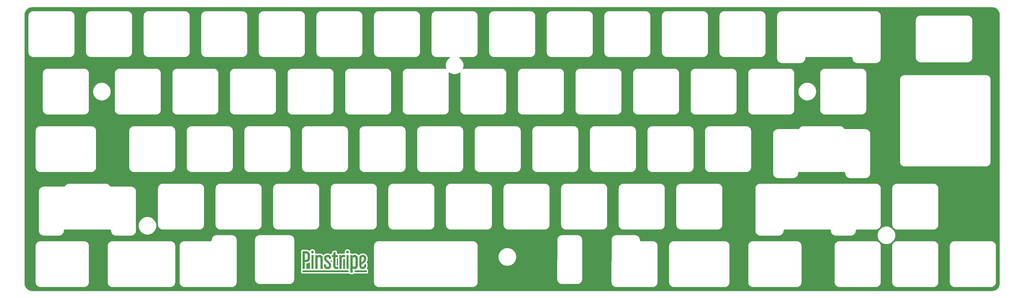
<source format=gbr>
%TF.GenerationSoftware,KiCad,Pcbnew,(5.1.6)-1*%
%TF.CreationDate,2022-08-08T21:24:51-05:00*%
%TF.ProjectId,pinstripe_plate,70696e73-7472-4697-9065-5f706c617465,rev?*%
%TF.SameCoordinates,Original*%
%TF.FileFunction,Copper,L1,Top*%
%TF.FilePolarity,Positive*%
%FSLAX46Y46*%
G04 Gerber Fmt 4.6, Leading zero omitted, Abs format (unit mm)*
G04 Created by KiCad (PCBNEW (5.1.6)-1) date 2022-08-08 21:24:51*
%MOMM*%
%LPD*%
G01*
G04 APERTURE LIST*
%TA.AperFunction,EtchedComponent*%
%ADD10C,0.010000*%
%TD*%
%TA.AperFunction,NonConductor*%
%ADD11C,0.254000*%
%TD*%
G04 APERTURE END LIST*
D10*
%TO.C,G\u002A\u002A\u002A*%
G36*
X157065195Y-154794763D02*
G01*
X157115085Y-154799443D01*
X157155489Y-154807578D01*
X157211542Y-154828484D01*
X157262502Y-154859011D01*
X157307607Y-154898349D01*
X157346092Y-154945694D01*
X157377195Y-155000238D01*
X157400151Y-155061174D01*
X157402126Y-155068159D01*
X157409422Y-155105185D01*
X157413679Y-155149423D01*
X157414903Y-155197215D01*
X157413101Y-155244903D01*
X157408279Y-155288829D01*
X157401682Y-155320955D01*
X157378898Y-155387867D01*
X157349117Y-155446068D01*
X157312421Y-155495465D01*
X157268894Y-155535969D01*
X157218619Y-155567487D01*
X157161680Y-155589928D01*
X157155182Y-155591792D01*
X157129790Y-155596815D01*
X157096415Y-155600563D01*
X157058301Y-155602950D01*
X157018694Y-155603888D01*
X156980836Y-155603289D01*
X156947971Y-155601067D01*
X156926889Y-155597944D01*
X156886783Y-155587697D01*
X156851938Y-155574257D01*
X156817138Y-155555438D01*
X156800855Y-155545126D01*
X156763479Y-155515949D01*
X156732367Y-155480818D01*
X156705619Y-155437467D01*
X156698560Y-155423357D01*
X156672036Y-155355075D01*
X156655423Y-155281904D01*
X156648843Y-155204575D01*
X156651065Y-155138048D01*
X156661418Y-155070688D01*
X156680333Y-155009123D01*
X156707354Y-154954017D01*
X156742029Y-154906033D01*
X156783904Y-154865835D01*
X156832525Y-154834087D01*
X156870445Y-154817203D01*
X156911639Y-154805648D01*
X156960086Y-154797980D01*
X157012400Y-154794314D01*
X157065195Y-154794763D01*
G37*
X157065195Y-154794763D02*
X157115085Y-154799443D01*
X157155489Y-154807578D01*
X157211542Y-154828484D01*
X157262502Y-154859011D01*
X157307607Y-154898349D01*
X157346092Y-154945694D01*
X157377195Y-155000238D01*
X157400151Y-155061174D01*
X157402126Y-155068159D01*
X157409422Y-155105185D01*
X157413679Y-155149423D01*
X157414903Y-155197215D01*
X157413101Y-155244903D01*
X157408279Y-155288829D01*
X157401682Y-155320955D01*
X157378898Y-155387867D01*
X157349117Y-155446068D01*
X157312421Y-155495465D01*
X157268894Y-155535969D01*
X157218619Y-155567487D01*
X157161680Y-155589928D01*
X157155182Y-155591792D01*
X157129790Y-155596815D01*
X157096415Y-155600563D01*
X157058301Y-155602950D01*
X157018694Y-155603888D01*
X156980836Y-155603289D01*
X156947971Y-155601067D01*
X156926889Y-155597944D01*
X156886783Y-155587697D01*
X156851938Y-155574257D01*
X156817138Y-155555438D01*
X156800855Y-155545126D01*
X156763479Y-155515949D01*
X156732367Y-155480818D01*
X156705619Y-155437467D01*
X156698560Y-155423357D01*
X156672036Y-155355075D01*
X156655423Y-155281904D01*
X156648843Y-155204575D01*
X156651065Y-155138048D01*
X156661418Y-155070688D01*
X156680333Y-155009123D01*
X156707354Y-154954017D01*
X156742029Y-154906033D01*
X156783904Y-154865835D01*
X156832525Y-154834087D01*
X156870445Y-154817203D01*
X156911639Y-154805648D01*
X156960086Y-154797980D01*
X157012400Y-154794314D01*
X157065195Y-154794763D01*
G36*
X145445911Y-154794973D02*
G01*
X145506336Y-154800162D01*
X145558099Y-154810121D01*
X145603079Y-154825576D01*
X145643154Y-154847251D01*
X145680202Y-154875874D01*
X145697267Y-154892098D01*
X145739384Y-154941392D01*
X145771694Y-154994895D01*
X145794419Y-155053246D01*
X145807783Y-155117087D01*
X145812006Y-155187055D01*
X145811058Y-155219355D01*
X145807167Y-155267267D01*
X145800474Y-155308192D01*
X145789915Y-155346296D01*
X145774430Y-155385748D01*
X145761625Y-155413254D01*
X145730276Y-155467398D01*
X145693307Y-155511970D01*
X145650026Y-155547556D01*
X145599742Y-155574740D01*
X145550512Y-155591806D01*
X145523447Y-155597133D01*
X145488502Y-155600991D01*
X145448997Y-155603299D01*
X145408254Y-155603980D01*
X145369594Y-155602954D01*
X145336340Y-155600142D01*
X145319089Y-155597297D01*
X145275813Y-155584500D01*
X145232379Y-155565489D01*
X145192485Y-155542168D01*
X145159828Y-155516443D01*
X145157254Y-155513960D01*
X145129108Y-155480338D01*
X145103199Y-155437968D01*
X145080692Y-155389342D01*
X145062752Y-155336949D01*
X145051266Y-155287463D01*
X145047500Y-155255624D01*
X145045727Y-155216788D01*
X145045902Y-155175061D01*
X145047979Y-155134549D01*
X145051912Y-155099360D01*
X145053444Y-155090473D01*
X145070568Y-155025866D01*
X145095701Y-154968231D01*
X145128464Y-154918108D01*
X145168480Y-154876036D01*
X145215369Y-154842555D01*
X145234245Y-154832520D01*
X145278964Y-154813840D01*
X145324480Y-154801595D01*
X145373679Y-154795274D01*
X145429451Y-154794362D01*
X145445911Y-154794973D01*
G37*
X145445911Y-154794973D02*
X145506336Y-154800162D01*
X145558099Y-154810121D01*
X145603079Y-154825576D01*
X145643154Y-154847251D01*
X145680202Y-154875874D01*
X145697267Y-154892098D01*
X145739384Y-154941392D01*
X145771694Y-154994895D01*
X145794419Y-155053246D01*
X145807783Y-155117087D01*
X145812006Y-155187055D01*
X145811058Y-155219355D01*
X145807167Y-155267267D01*
X145800474Y-155308192D01*
X145789915Y-155346296D01*
X145774430Y-155385748D01*
X145761625Y-155413254D01*
X145730276Y-155467398D01*
X145693307Y-155511970D01*
X145650026Y-155547556D01*
X145599742Y-155574740D01*
X145550512Y-155591806D01*
X145523447Y-155597133D01*
X145488502Y-155600991D01*
X145448997Y-155603299D01*
X145408254Y-155603980D01*
X145369594Y-155602954D01*
X145336340Y-155600142D01*
X145319089Y-155597297D01*
X145275813Y-155584500D01*
X145232379Y-155565489D01*
X145192485Y-155542168D01*
X145159828Y-155516443D01*
X145157254Y-155513960D01*
X145129108Y-155480338D01*
X145103199Y-155437968D01*
X145080692Y-155389342D01*
X145062752Y-155336949D01*
X145051266Y-155287463D01*
X145047500Y-155255624D01*
X145045727Y-155216788D01*
X145045902Y-155175061D01*
X145047979Y-155134549D01*
X145051912Y-155099360D01*
X145053444Y-155090473D01*
X145070568Y-155025866D01*
X145095701Y-154968231D01*
X145128464Y-154918108D01*
X145168480Y-154876036D01*
X145215369Y-154842555D01*
X145234245Y-154832520D01*
X145278964Y-154813840D01*
X145324480Y-154801595D01*
X145373679Y-154795274D01*
X145429451Y-154794362D01*
X145445911Y-154794973D01*
G36*
X157367156Y-160748088D02*
G01*
X156706756Y-160748088D01*
X156706756Y-156232533D01*
X157367156Y-156232533D01*
X157367156Y-160748088D01*
G37*
X157367156Y-160748088D02*
X156706756Y-160748088D01*
X156706756Y-156232533D01*
X157367156Y-156232533D01*
X157367156Y-160748088D01*
G36*
X155779445Y-156179419D02*
G01*
X155813881Y-156179908D01*
X155841411Y-156180907D01*
X155864223Y-156182568D01*
X155884509Y-156185041D01*
X155904458Y-156188478D01*
X155922178Y-156192139D01*
X156003069Y-156212825D01*
X156075906Y-156238501D01*
X156143278Y-156270381D01*
X156207769Y-156309678D01*
X156268291Y-156354638D01*
X156283262Y-156366676D01*
X156192427Y-156653793D01*
X156175127Y-156708412D01*
X156158819Y-156759774D01*
X156143826Y-156806874D01*
X156130468Y-156848707D01*
X156119068Y-156884269D01*
X156109947Y-156912554D01*
X156103427Y-156932558D01*
X156099830Y-156943276D01*
X156099240Y-156944822D01*
X156093630Y-156943894D01*
X156079934Y-156938590D01*
X156060087Y-156929739D01*
X156036021Y-156918167D01*
X156030699Y-156915512D01*
X155941948Y-156876333D01*
X155854189Y-156848394D01*
X155767399Y-156831692D01*
X155681554Y-156826225D01*
X155596630Y-156831990D01*
X155512604Y-156848983D01*
X155505100Y-156851058D01*
X155460433Y-156866362D01*
X155411495Y-156887655D01*
X155362073Y-156913024D01*
X155315958Y-156940555D01*
X155284356Y-156962575D01*
X155248001Y-156992517D01*
X155208457Y-157029207D01*
X155168500Y-157069807D01*
X155130902Y-157111477D01*
X155098438Y-157151380D01*
X155093719Y-157157663D01*
X155058578Y-157205082D01*
X155058578Y-160748088D01*
X154398178Y-160748088D01*
X154398178Y-156232533D01*
X154848794Y-156232533D01*
X154909236Y-156414566D01*
X154923636Y-156457745D01*
X154937014Y-156497495D01*
X154948933Y-156532548D01*
X154958959Y-156561638D01*
X154966654Y-156583496D01*
X154971583Y-156596855D01*
X154973206Y-156600538D01*
X154977667Y-156597780D01*
X154987326Y-156587421D01*
X155000821Y-156571044D01*
X155016791Y-156550235D01*
X155019067Y-156547167D01*
X155085444Y-156465983D01*
X155157580Y-156394223D01*
X155235185Y-156332079D01*
X155317970Y-156279745D01*
X155405643Y-156237416D01*
X155497915Y-156205285D01*
X155551404Y-156191836D01*
X155572249Y-156187583D01*
X155591903Y-156184396D01*
X155612533Y-156182128D01*
X155636308Y-156180631D01*
X155665394Y-156179759D01*
X155701959Y-156179362D01*
X155735912Y-156179290D01*
X155779445Y-156179419D01*
G37*
X155779445Y-156179419D02*
X155813881Y-156179908D01*
X155841411Y-156180907D01*
X155864223Y-156182568D01*
X155884509Y-156185041D01*
X155904458Y-156188478D01*
X155922178Y-156192139D01*
X156003069Y-156212825D01*
X156075906Y-156238501D01*
X156143278Y-156270381D01*
X156207769Y-156309678D01*
X156268291Y-156354638D01*
X156283262Y-156366676D01*
X156192427Y-156653793D01*
X156175127Y-156708412D01*
X156158819Y-156759774D01*
X156143826Y-156806874D01*
X156130468Y-156848707D01*
X156119068Y-156884269D01*
X156109947Y-156912554D01*
X156103427Y-156932558D01*
X156099830Y-156943276D01*
X156099240Y-156944822D01*
X156093630Y-156943894D01*
X156079934Y-156938590D01*
X156060087Y-156929739D01*
X156036021Y-156918167D01*
X156030699Y-156915512D01*
X155941948Y-156876333D01*
X155854189Y-156848394D01*
X155767399Y-156831692D01*
X155681554Y-156826225D01*
X155596630Y-156831990D01*
X155512604Y-156848983D01*
X155505100Y-156851058D01*
X155460433Y-156866362D01*
X155411495Y-156887655D01*
X155362073Y-156913024D01*
X155315958Y-156940555D01*
X155284356Y-156962575D01*
X155248001Y-156992517D01*
X155208457Y-157029207D01*
X155168500Y-157069807D01*
X155130902Y-157111477D01*
X155098438Y-157151380D01*
X155093719Y-157157663D01*
X155058578Y-157205082D01*
X155058578Y-160748088D01*
X154398178Y-160748088D01*
X154398178Y-156232533D01*
X154848794Y-156232533D01*
X154909236Y-156414566D01*
X154923636Y-156457745D01*
X154937014Y-156497495D01*
X154948933Y-156532548D01*
X154958959Y-156561638D01*
X154966654Y-156583496D01*
X154971583Y-156596855D01*
X154973206Y-156600538D01*
X154977667Y-156597780D01*
X154987326Y-156587421D01*
X155000821Y-156571044D01*
X155016791Y-156550235D01*
X155019067Y-156547167D01*
X155085444Y-156465983D01*
X155157580Y-156394223D01*
X155235185Y-156332079D01*
X155317970Y-156279745D01*
X155405643Y-156237416D01*
X155497915Y-156205285D01*
X155551404Y-156191836D01*
X155572249Y-156187583D01*
X155591903Y-156184396D01*
X155612533Y-156182128D01*
X155636308Y-156180631D01*
X155665394Y-156179759D01*
X155701959Y-156179362D01*
X155735912Y-156179290D01*
X155779445Y-156179419D01*
G36*
X147901306Y-156178523D02*
G01*
X147933525Y-156181351D01*
X148035612Y-156198907D01*
X148132823Y-156226264D01*
X148226506Y-156263805D01*
X148231623Y-156266192D01*
X148297408Y-156300447D01*
X148356874Y-156338915D01*
X148412612Y-156383556D01*
X148467213Y-156436331D01*
X148492182Y-156463343D01*
X148549516Y-156533126D01*
X148599131Y-156606380D01*
X148641536Y-156684266D01*
X148677235Y-156767944D01*
X148706737Y-156858577D01*
X148730547Y-156957325D01*
X148746245Y-157045592D01*
X148747174Y-157052138D01*
X148748044Y-157059504D01*
X148748859Y-157068064D01*
X148749619Y-157078193D01*
X148750328Y-157090264D01*
X148750987Y-157104652D01*
X148751600Y-157121733D01*
X148752167Y-157141879D01*
X148752693Y-157165466D01*
X148753179Y-157192869D01*
X148753626Y-157224461D01*
X148754039Y-157260617D01*
X148754418Y-157301711D01*
X148754766Y-157348119D01*
X148755087Y-157400214D01*
X148755380Y-157458371D01*
X148755650Y-157522964D01*
X148755899Y-157594368D01*
X148756128Y-157672957D01*
X148756340Y-157759106D01*
X148756538Y-157853189D01*
X148756723Y-157955581D01*
X148756899Y-158066656D01*
X148757066Y-158186789D01*
X148757229Y-158316353D01*
X148757388Y-158455724D01*
X148757546Y-158605276D01*
X148757706Y-158765383D01*
X148757863Y-158929166D01*
X148759580Y-160748088D01*
X148098978Y-160748088D01*
X148098932Y-159039233D01*
X148098907Y-158851492D01*
X148098844Y-158673985D01*
X148098743Y-158506778D01*
X148098604Y-158349933D01*
X148098427Y-158203516D01*
X148098212Y-158067590D01*
X148097960Y-157942219D01*
X148097670Y-157827468D01*
X148097344Y-157723401D01*
X148096980Y-157630081D01*
X148096581Y-157547574D01*
X148096144Y-157475942D01*
X148095672Y-157415251D01*
X148095164Y-157365564D01*
X148094620Y-157326945D01*
X148094040Y-157299459D01*
X148093426Y-157283169D01*
X148093145Y-157279577D01*
X148081127Y-157204375D01*
X148062878Y-157134132D01*
X148038898Y-157069916D01*
X148009683Y-157012795D01*
X147975731Y-156963837D01*
X147937540Y-156924109D01*
X147921498Y-156911271D01*
X147886815Y-156887646D01*
X147853540Y-156869686D01*
X147817322Y-156855345D01*
X147777747Y-156843608D01*
X147754739Y-156837896D01*
X147734035Y-156833890D01*
X147712674Y-156831291D01*
X147687694Y-156829797D01*
X147656133Y-156829110D01*
X147633312Y-156828961D01*
X147594927Y-156829131D01*
X147564962Y-156830091D01*
X147540563Y-156832082D01*
X147518873Y-156835345D01*
X147497037Y-156840120D01*
X147495023Y-156840618D01*
X147411652Y-156865893D01*
X147333006Y-156899288D01*
X147257496Y-156941656D01*
X147183532Y-156993850D01*
X147135261Y-157033686D01*
X147105698Y-157059444D01*
X147105556Y-160748088D01*
X146445156Y-160748088D01*
X146445156Y-156232405D01*
X146671555Y-156233880D01*
X146897955Y-156235355D01*
X147000185Y-156491671D01*
X147031704Y-156464760D01*
X147122853Y-156394319D01*
X147220516Y-156332951D01*
X147324168Y-156280902D01*
X147433283Y-156238421D01*
X147547338Y-156205754D01*
X147610362Y-156192363D01*
X147650304Y-156186417D01*
X147697974Y-156181781D01*
X147750141Y-156178563D01*
X147803573Y-156176874D01*
X147855039Y-156176824D01*
X147901306Y-156178523D01*
G37*
X147901306Y-156178523D02*
X147933525Y-156181351D01*
X148035612Y-156198907D01*
X148132823Y-156226264D01*
X148226506Y-156263805D01*
X148231623Y-156266192D01*
X148297408Y-156300447D01*
X148356874Y-156338915D01*
X148412612Y-156383556D01*
X148467213Y-156436331D01*
X148492182Y-156463343D01*
X148549516Y-156533126D01*
X148599131Y-156606380D01*
X148641536Y-156684266D01*
X148677235Y-156767944D01*
X148706737Y-156858577D01*
X148730547Y-156957325D01*
X148746245Y-157045592D01*
X148747174Y-157052138D01*
X148748044Y-157059504D01*
X148748859Y-157068064D01*
X148749619Y-157078193D01*
X148750328Y-157090264D01*
X148750987Y-157104652D01*
X148751600Y-157121733D01*
X148752167Y-157141879D01*
X148752693Y-157165466D01*
X148753179Y-157192869D01*
X148753626Y-157224461D01*
X148754039Y-157260617D01*
X148754418Y-157301711D01*
X148754766Y-157348119D01*
X148755087Y-157400214D01*
X148755380Y-157458371D01*
X148755650Y-157522964D01*
X148755899Y-157594368D01*
X148756128Y-157672957D01*
X148756340Y-157759106D01*
X148756538Y-157853189D01*
X148756723Y-157955581D01*
X148756899Y-158066656D01*
X148757066Y-158186789D01*
X148757229Y-158316353D01*
X148757388Y-158455724D01*
X148757546Y-158605276D01*
X148757706Y-158765383D01*
X148757863Y-158929166D01*
X148759580Y-160748088D01*
X148098978Y-160748088D01*
X148098932Y-159039233D01*
X148098907Y-158851492D01*
X148098844Y-158673985D01*
X148098743Y-158506778D01*
X148098604Y-158349933D01*
X148098427Y-158203516D01*
X148098212Y-158067590D01*
X148097960Y-157942219D01*
X148097670Y-157827468D01*
X148097344Y-157723401D01*
X148096980Y-157630081D01*
X148096581Y-157547574D01*
X148096144Y-157475942D01*
X148095672Y-157415251D01*
X148095164Y-157365564D01*
X148094620Y-157326945D01*
X148094040Y-157299459D01*
X148093426Y-157283169D01*
X148093145Y-157279577D01*
X148081127Y-157204375D01*
X148062878Y-157134132D01*
X148038898Y-157069916D01*
X148009683Y-157012795D01*
X147975731Y-156963837D01*
X147937540Y-156924109D01*
X147921498Y-156911271D01*
X147886815Y-156887646D01*
X147853540Y-156869686D01*
X147817322Y-156855345D01*
X147777747Y-156843608D01*
X147754739Y-156837896D01*
X147734035Y-156833890D01*
X147712674Y-156831291D01*
X147687694Y-156829797D01*
X147656133Y-156829110D01*
X147633312Y-156828961D01*
X147594927Y-156829131D01*
X147564962Y-156830091D01*
X147540563Y-156832082D01*
X147518873Y-156835345D01*
X147497037Y-156840120D01*
X147495023Y-156840618D01*
X147411652Y-156865893D01*
X147333006Y-156899288D01*
X147257496Y-156941656D01*
X147183532Y-156993850D01*
X147135261Y-157033686D01*
X147105698Y-157059444D01*
X147105556Y-160748088D01*
X146445156Y-160748088D01*
X146445156Y-156232405D01*
X146671555Y-156233880D01*
X146897955Y-156235355D01*
X147000185Y-156491671D01*
X147031704Y-156464760D01*
X147122853Y-156394319D01*
X147220516Y-156332951D01*
X147324168Y-156280902D01*
X147433283Y-156238421D01*
X147547338Y-156205754D01*
X147610362Y-156192363D01*
X147650304Y-156186417D01*
X147697974Y-156181781D01*
X147750141Y-156178563D01*
X147803573Y-156176874D01*
X147855039Y-156176824D01*
X147901306Y-156178523D01*
G36*
X145762178Y-160748088D02*
G01*
X145101778Y-160748088D01*
X145101778Y-156232533D01*
X145762178Y-156232533D01*
X145762178Y-160748088D01*
G37*
X145762178Y-160748088D02*
X145101778Y-160748088D01*
X145101778Y-156232533D01*
X145762178Y-156232533D01*
X145762178Y-160748088D01*
G36*
X142862345Y-154964045D02*
G01*
X142965176Y-154964345D01*
X143057411Y-154964625D01*
X143139745Y-154964909D01*
X143212871Y-154965222D01*
X143277483Y-154965588D01*
X143334274Y-154966032D01*
X143383937Y-154966579D01*
X143427167Y-154967254D01*
X143464657Y-154968081D01*
X143497100Y-154969086D01*
X143525190Y-154970292D01*
X143549621Y-154971725D01*
X143571086Y-154973409D01*
X143590279Y-154975370D01*
X143607894Y-154977632D01*
X143624623Y-154980219D01*
X143641161Y-154983156D01*
X143658202Y-154986469D01*
X143676438Y-154990182D01*
X143693548Y-154993701D01*
X143762118Y-155011089D01*
X143834559Y-155035430D01*
X143907668Y-155065332D01*
X143978244Y-155099401D01*
X144043083Y-155136241D01*
X144085078Y-155164172D01*
X144161119Y-155224279D01*
X144229562Y-155290193D01*
X144290640Y-155362377D01*
X144344584Y-155441291D01*
X144391629Y-155527397D01*
X144432005Y-155621156D01*
X144465947Y-155723029D01*
X144493685Y-155833477D01*
X144515454Y-155952962D01*
X144527082Y-156040622D01*
X144528353Y-156057656D01*
X144529515Y-156084976D01*
X144530567Y-156121642D01*
X144531511Y-156166717D01*
X144532345Y-156219263D01*
X144533069Y-156278342D01*
X144533684Y-156343016D01*
X144534189Y-156412347D01*
X144534584Y-156485398D01*
X144534869Y-156561229D01*
X144535044Y-156638904D01*
X144535109Y-156717484D01*
X144535064Y-156796031D01*
X144534908Y-156873608D01*
X144534641Y-156949276D01*
X144534264Y-157022097D01*
X144533776Y-157091134D01*
X144533177Y-157155449D01*
X144532467Y-157214103D01*
X144531646Y-157266159D01*
X144530714Y-157310679D01*
X144529671Y-157346724D01*
X144528515Y-157373358D01*
X144527249Y-157389641D01*
X144527248Y-157389644D01*
X144512162Y-157496568D01*
X144494164Y-157593827D01*
X144472897Y-157682752D01*
X144448005Y-157764673D01*
X144419131Y-157840922D01*
X144387877Y-157908933D01*
X144335787Y-158000759D01*
X144275461Y-158084980D01*
X144207197Y-158161377D01*
X144131295Y-158229734D01*
X144048054Y-158289834D01*
X143957772Y-158341460D01*
X143860748Y-158384394D01*
X143757280Y-158418419D01*
X143653978Y-158442166D01*
X143622245Y-158447669D01*
X143590293Y-158452360D01*
X143556958Y-158456298D01*
X143521076Y-158459541D01*
X143481484Y-158462147D01*
X143437018Y-158464175D01*
X143386514Y-158465683D01*
X143328808Y-158466730D01*
X143262737Y-158467373D01*
X143187136Y-158467672D01*
X143144567Y-158467710D01*
X142866578Y-158467733D01*
X142866578Y-160748088D01*
X142189245Y-160748088D01*
X142189245Y-157808154D01*
X142866578Y-157808154D01*
X143153034Y-157805799D01*
X143219202Y-157805212D01*
X143275123Y-157804605D01*
X143321838Y-157803938D01*
X143360387Y-157803174D01*
X143391812Y-157802274D01*
X143417153Y-157801199D01*
X143437453Y-157799911D01*
X143453752Y-157798372D01*
X143467092Y-157796543D01*
X143478513Y-157794384D01*
X143481823Y-157793644D01*
X143553741Y-157771806D01*
X143618483Y-157741354D01*
X143675810Y-157702501D01*
X143725487Y-157655461D01*
X143767277Y-157600446D01*
X143800943Y-157537669D01*
X143819405Y-157489659D01*
X143826568Y-157467531D01*
X143832971Y-157446491D01*
X143838654Y-157425813D01*
X143843656Y-157404769D01*
X143848016Y-157382633D01*
X143851774Y-157358679D01*
X143854969Y-157332179D01*
X143857639Y-157302407D01*
X143859825Y-157268636D01*
X143861565Y-157230139D01*
X143862899Y-157186190D01*
X143863866Y-157136062D01*
X143864505Y-157079028D01*
X143864856Y-157014361D01*
X143864958Y-156941336D01*
X143864850Y-156859224D01*
X143864571Y-156767299D01*
X143864161Y-156664835D01*
X143864147Y-156661511D01*
X143863749Y-156570702D01*
X143863373Y-156490440D01*
X143863001Y-156419982D01*
X143862616Y-156358585D01*
X143862200Y-156305507D01*
X143861737Y-156260006D01*
X143861208Y-156221339D01*
X143860596Y-156188764D01*
X143859885Y-156161538D01*
X143859056Y-156138918D01*
X143858092Y-156120164D01*
X143856976Y-156104531D01*
X143855691Y-156091277D01*
X143854219Y-156079661D01*
X143852542Y-156068939D01*
X143850644Y-156058369D01*
X143849956Y-156054733D01*
X143831706Y-155978376D01*
X143807521Y-155908443D01*
X143777939Y-155846241D01*
X143743500Y-155793079D01*
X143740698Y-155789444D01*
X143700822Y-155746758D01*
X143651990Y-155708586D01*
X143596011Y-155676052D01*
X143534696Y-155650281D01*
X143498756Y-155639237D01*
X143487724Y-155636372D01*
X143477103Y-155633958D01*
X143465830Y-155631947D01*
X143452844Y-155630293D01*
X143437082Y-155628949D01*
X143417483Y-155627869D01*
X143392984Y-155627005D01*
X143362524Y-155626311D01*
X143325040Y-155625740D01*
X143279471Y-155625246D01*
X143224754Y-155624783D01*
X143159828Y-155624302D01*
X143158678Y-155624294D01*
X142866578Y-155622203D01*
X142866578Y-157808154D01*
X142189245Y-157808154D01*
X142189245Y-154962061D01*
X142862345Y-154964045D01*
G37*
X142862345Y-154964045D02*
X142965176Y-154964345D01*
X143057411Y-154964625D01*
X143139745Y-154964909D01*
X143212871Y-154965222D01*
X143277483Y-154965588D01*
X143334274Y-154966032D01*
X143383937Y-154966579D01*
X143427167Y-154967254D01*
X143464657Y-154968081D01*
X143497100Y-154969086D01*
X143525190Y-154970292D01*
X143549621Y-154971725D01*
X143571086Y-154973409D01*
X143590279Y-154975370D01*
X143607894Y-154977632D01*
X143624623Y-154980219D01*
X143641161Y-154983156D01*
X143658202Y-154986469D01*
X143676438Y-154990182D01*
X143693548Y-154993701D01*
X143762118Y-155011089D01*
X143834559Y-155035430D01*
X143907668Y-155065332D01*
X143978244Y-155099401D01*
X144043083Y-155136241D01*
X144085078Y-155164172D01*
X144161119Y-155224279D01*
X144229562Y-155290193D01*
X144290640Y-155362377D01*
X144344584Y-155441291D01*
X144391629Y-155527397D01*
X144432005Y-155621156D01*
X144465947Y-155723029D01*
X144493685Y-155833477D01*
X144515454Y-155952962D01*
X144527082Y-156040622D01*
X144528353Y-156057656D01*
X144529515Y-156084976D01*
X144530567Y-156121642D01*
X144531511Y-156166717D01*
X144532345Y-156219263D01*
X144533069Y-156278342D01*
X144533684Y-156343016D01*
X144534189Y-156412347D01*
X144534584Y-156485398D01*
X144534869Y-156561229D01*
X144535044Y-156638904D01*
X144535109Y-156717484D01*
X144535064Y-156796031D01*
X144534908Y-156873608D01*
X144534641Y-156949276D01*
X144534264Y-157022097D01*
X144533776Y-157091134D01*
X144533177Y-157155449D01*
X144532467Y-157214103D01*
X144531646Y-157266159D01*
X144530714Y-157310679D01*
X144529671Y-157346724D01*
X144528515Y-157373358D01*
X144527249Y-157389641D01*
X144527248Y-157389644D01*
X144512162Y-157496568D01*
X144494164Y-157593827D01*
X144472897Y-157682752D01*
X144448005Y-157764673D01*
X144419131Y-157840922D01*
X144387877Y-157908933D01*
X144335787Y-158000759D01*
X144275461Y-158084980D01*
X144207197Y-158161377D01*
X144131295Y-158229734D01*
X144048054Y-158289834D01*
X143957772Y-158341460D01*
X143860748Y-158384394D01*
X143757280Y-158418419D01*
X143653978Y-158442166D01*
X143622245Y-158447669D01*
X143590293Y-158452360D01*
X143556958Y-158456298D01*
X143521076Y-158459541D01*
X143481484Y-158462147D01*
X143437018Y-158464175D01*
X143386514Y-158465683D01*
X143328808Y-158466730D01*
X143262737Y-158467373D01*
X143187136Y-158467672D01*
X143144567Y-158467710D01*
X142866578Y-158467733D01*
X142866578Y-160748088D01*
X142189245Y-160748088D01*
X142189245Y-157808154D01*
X142866578Y-157808154D01*
X143153034Y-157805799D01*
X143219202Y-157805212D01*
X143275123Y-157804605D01*
X143321838Y-157803938D01*
X143360387Y-157803174D01*
X143391812Y-157802274D01*
X143417153Y-157801199D01*
X143437453Y-157799911D01*
X143453752Y-157798372D01*
X143467092Y-157796543D01*
X143478513Y-157794384D01*
X143481823Y-157793644D01*
X143553741Y-157771806D01*
X143618483Y-157741354D01*
X143675810Y-157702501D01*
X143725487Y-157655461D01*
X143767277Y-157600446D01*
X143800943Y-157537669D01*
X143819405Y-157489659D01*
X143826568Y-157467531D01*
X143832971Y-157446491D01*
X143838654Y-157425813D01*
X143843656Y-157404769D01*
X143848016Y-157382633D01*
X143851774Y-157358679D01*
X143854969Y-157332179D01*
X143857639Y-157302407D01*
X143859825Y-157268636D01*
X143861565Y-157230139D01*
X143862899Y-157186190D01*
X143863866Y-157136062D01*
X143864505Y-157079028D01*
X143864856Y-157014361D01*
X143864958Y-156941336D01*
X143864850Y-156859224D01*
X143864571Y-156767299D01*
X143864161Y-156664835D01*
X143864147Y-156661511D01*
X143863749Y-156570702D01*
X143863373Y-156490440D01*
X143863001Y-156419982D01*
X143862616Y-156358585D01*
X143862200Y-156305507D01*
X143861737Y-156260006D01*
X143861208Y-156221339D01*
X143860596Y-156188764D01*
X143859885Y-156161538D01*
X143859056Y-156138918D01*
X143858092Y-156120164D01*
X143856976Y-156104531D01*
X143855691Y-156091277D01*
X143854219Y-156079661D01*
X143852542Y-156068939D01*
X143850644Y-156058369D01*
X143849956Y-156054733D01*
X143831706Y-155978376D01*
X143807521Y-155908443D01*
X143777939Y-155846241D01*
X143743500Y-155793079D01*
X143740698Y-155789444D01*
X143700822Y-155746758D01*
X143651990Y-155708586D01*
X143596011Y-155676052D01*
X143534696Y-155650281D01*
X143498756Y-155639237D01*
X143487724Y-155636372D01*
X143477103Y-155633958D01*
X143465830Y-155631947D01*
X143452844Y-155630293D01*
X143437082Y-155628949D01*
X143417483Y-155627869D01*
X143392984Y-155627005D01*
X143362524Y-155626311D01*
X143325040Y-155625740D01*
X143279471Y-155625246D01*
X143224754Y-155624783D01*
X143159828Y-155624302D01*
X143158678Y-155624294D01*
X142866578Y-155622203D01*
X142866578Y-157808154D01*
X142189245Y-157808154D01*
X142189245Y-154962061D01*
X142862345Y-154964045D01*
G36*
X162104930Y-156177610D02*
G01*
X162225214Y-156185412D01*
X162338738Y-156202250D01*
X162445514Y-156228128D01*
X162545556Y-156263052D01*
X162638877Y-156307025D01*
X162725488Y-156360054D01*
X162805404Y-156422142D01*
X162826836Y-156441386D01*
X162886057Y-156502756D01*
X162942124Y-156573840D01*
X162994192Y-156653301D01*
X163041417Y-156739803D01*
X163082955Y-156832009D01*
X163097850Y-156870355D01*
X163125960Y-156959174D01*
X163147596Y-157055568D01*
X163162761Y-157157866D01*
X163171459Y-157264394D01*
X163173693Y-157373483D01*
X163169465Y-157483460D01*
X163158780Y-157592654D01*
X163141639Y-157699394D01*
X163118047Y-157802008D01*
X163095963Y-157875730D01*
X163061389Y-157968359D01*
X163019893Y-158058873D01*
X162971015Y-158147871D01*
X162914295Y-158235952D01*
X162849270Y-158323715D01*
X162775480Y-158411760D01*
X162692465Y-158500685D01*
X162599764Y-158591089D01*
X162496915Y-158683572D01*
X162432340Y-158738477D01*
X162347043Y-158808463D01*
X162261251Y-158876389D01*
X162173521Y-158943307D01*
X162082404Y-159010265D01*
X161986454Y-159078315D01*
X161884227Y-159148505D01*
X161774274Y-159221886D01*
X161695034Y-159273704D01*
X161606134Y-159331413D01*
X161606134Y-159527666D01*
X161606307Y-159591987D01*
X161606890Y-159646410D01*
X161607979Y-159692321D01*
X161609670Y-159731104D01*
X161612058Y-159764147D01*
X161615238Y-159792835D01*
X161619308Y-159818553D01*
X161624361Y-159842689D01*
X161629210Y-159861911D01*
X161651992Y-159926494D01*
X161683554Y-159984214D01*
X161723495Y-160034772D01*
X161771410Y-160077870D01*
X161826898Y-160113211D01*
X161889556Y-160140497D01*
X161958982Y-160159431D01*
X162034772Y-160169714D01*
X162046400Y-160170477D01*
X162124536Y-160170459D01*
X162198131Y-160161502D01*
X162266543Y-160143963D01*
X162329126Y-160118198D01*
X162385238Y-160084564D01*
X162434233Y-160043418D01*
X162475469Y-159995117D01*
X162508302Y-159940017D01*
X162522653Y-159906655D01*
X162531188Y-159882989D01*
X162538191Y-159860722D01*
X162543839Y-159838345D01*
X162548308Y-159814354D01*
X162551775Y-159787240D01*
X162554418Y-159755498D01*
X162556411Y-159717620D01*
X162557933Y-159672101D01*
X162559160Y-159617434D01*
X162559630Y-159591335D01*
X162562867Y-159402603D01*
X162754778Y-159352841D01*
X162805559Y-159339673D01*
X162858135Y-159326038D01*
X162910171Y-159312541D01*
X162959332Y-159299789D01*
X163003282Y-159288386D01*
X163039688Y-159278940D01*
X163052946Y-159275499D01*
X163159203Y-159247918D01*
X163156982Y-159553503D01*
X163156473Y-159620646D01*
X163155972Y-159677608D01*
X163155434Y-159725498D01*
X163154816Y-159765424D01*
X163154072Y-159798495D01*
X163153159Y-159825818D01*
X163152031Y-159848503D01*
X163150645Y-159867658D01*
X163148955Y-159884390D01*
X163146918Y-159899808D01*
X163144488Y-159915021D01*
X163141895Y-159929644D01*
X163116330Y-160040546D01*
X163081376Y-160145409D01*
X163037388Y-160243891D01*
X162984722Y-160335653D01*
X162923735Y-160420351D01*
X162854783Y-160497646D01*
X162778221Y-160567195D01*
X162694407Y-160628658D01*
X162603695Y-160681692D01*
X162506441Y-160725958D01*
X162403003Y-160761113D01*
X162293736Y-160786816D01*
X162238253Y-160795845D01*
X162193294Y-160800877D01*
X162141759Y-160804587D01*
X162087207Y-160806875D01*
X162033200Y-160807639D01*
X161983299Y-160806778D01*
X161941978Y-160804276D01*
X161828155Y-160788673D01*
X161719765Y-160763352D01*
X161617076Y-160728489D01*
X161520354Y-160684261D01*
X161429866Y-160630843D01*
X161345879Y-160568414D01*
X161268660Y-160497149D01*
X161198476Y-160417225D01*
X161135594Y-160328819D01*
X161081741Y-160234960D01*
X161049413Y-160163493D01*
X161021949Y-160084189D01*
X160999091Y-159996180D01*
X160980584Y-159898601D01*
X160978813Y-159887311D01*
X160978038Y-159876659D01*
X160977286Y-159855335D01*
X160976558Y-159823956D01*
X160975855Y-159783137D01*
X160975179Y-159733496D01*
X160974530Y-159675648D01*
X160973911Y-159610211D01*
X160973321Y-159537801D01*
X160972762Y-159459035D01*
X160972236Y-159374529D01*
X160971743Y-159284900D01*
X160971284Y-159190764D01*
X160970862Y-159092738D01*
X160970476Y-158991439D01*
X160970128Y-158887482D01*
X160969820Y-158781486D01*
X160969552Y-158674065D01*
X160969325Y-158565837D01*
X160969142Y-158457418D01*
X160969002Y-158349425D01*
X160968907Y-158242475D01*
X160968859Y-158137184D01*
X160968857Y-158034168D01*
X160968894Y-157955671D01*
X161606134Y-157955671D01*
X161606134Y-158693858D01*
X161638589Y-158673224D01*
X161654302Y-158662963D01*
X161676908Y-158647840D01*
X161704045Y-158629453D01*
X161733349Y-158609400D01*
X161752889Y-158595918D01*
X161853274Y-158524640D01*
X161943195Y-158457069D01*
X162015356Y-158399288D01*
X162043680Y-158374804D01*
X162076827Y-158344488D01*
X162113050Y-158310086D01*
X162150604Y-158273345D01*
X162187742Y-158236010D01*
X162222718Y-158199830D01*
X162253785Y-158166549D01*
X162279197Y-158137914D01*
X162291217Y-158123422D01*
X162354403Y-158037839D01*
X162407141Y-157952066D01*
X162450052Y-157864543D01*
X162483756Y-157773707D01*
X162508872Y-157677997D01*
X162526022Y-157575853D01*
X162532259Y-157516644D01*
X162536833Y-157427899D01*
X162535435Y-157341210D01*
X162528273Y-157258111D01*
X162515553Y-157180132D01*
X162497482Y-157108808D01*
X162474268Y-157045670D01*
X162466257Y-157028400D01*
X162453166Y-157003045D01*
X162440487Y-156982364D01*
X162425830Y-156963139D01*
X162406807Y-156942152D01*
X162388322Y-156923404D01*
X162335183Y-156876258D01*
X162280461Y-156839517D01*
X162222375Y-156812300D01*
X162159148Y-156793724D01*
X162109623Y-156785227D01*
X162054084Y-156782072D01*
X161995351Y-156785761D01*
X161936952Y-156795728D01*
X161882412Y-156811405D01*
X161843117Y-156828087D01*
X161791847Y-156860118D01*
X161745080Y-156901479D01*
X161703896Y-156950740D01*
X161669380Y-157006470D01*
X161642612Y-157067242D01*
X161629506Y-157110244D01*
X161626206Y-157123757D01*
X161623232Y-157137167D01*
X161620566Y-157151101D01*
X161618192Y-157166183D01*
X161616092Y-157183039D01*
X161614250Y-157202295D01*
X161612650Y-157224577D01*
X161611274Y-157250510D01*
X161610106Y-157280720D01*
X161609128Y-157315832D01*
X161608324Y-157356472D01*
X161607677Y-157403265D01*
X161607170Y-157456838D01*
X161606787Y-157517815D01*
X161606511Y-157586823D01*
X161606324Y-157664487D01*
X161606210Y-157751433D01*
X161606153Y-157848286D01*
X161606134Y-157955671D01*
X160968894Y-157955671D01*
X160968905Y-157934044D01*
X160969002Y-157837429D01*
X160969149Y-157744939D01*
X160969349Y-157657191D01*
X160969602Y-157574801D01*
X160969910Y-157498387D01*
X160970273Y-157428563D01*
X160970692Y-157365948D01*
X160971169Y-157311157D01*
X160971706Y-157264808D01*
X160972302Y-157227516D01*
X160972960Y-157199899D01*
X160973680Y-157182573D01*
X160973719Y-157181969D01*
X160982196Y-157090856D01*
X160995352Y-157007761D01*
X161013819Y-156930163D01*
X161038233Y-156855541D01*
X161069227Y-156781373D01*
X161080396Y-156757821D01*
X161131723Y-156664907D01*
X161191837Y-156578406D01*
X161260050Y-156498926D01*
X161335677Y-156427075D01*
X161418029Y-156363460D01*
X161506419Y-156308689D01*
X161600159Y-156263370D01*
X161668629Y-156237585D01*
X161747688Y-156213828D01*
X161825277Y-156196273D01*
X161904141Y-156184543D01*
X161987023Y-156178261D01*
X162076666Y-156177051D01*
X162104930Y-156177610D01*
G37*
X162104930Y-156177610D02*
X162225214Y-156185412D01*
X162338738Y-156202250D01*
X162445514Y-156228128D01*
X162545556Y-156263052D01*
X162638877Y-156307025D01*
X162725488Y-156360054D01*
X162805404Y-156422142D01*
X162826836Y-156441386D01*
X162886057Y-156502756D01*
X162942124Y-156573840D01*
X162994192Y-156653301D01*
X163041417Y-156739803D01*
X163082955Y-156832009D01*
X163097850Y-156870355D01*
X163125960Y-156959174D01*
X163147596Y-157055568D01*
X163162761Y-157157866D01*
X163171459Y-157264394D01*
X163173693Y-157373483D01*
X163169465Y-157483460D01*
X163158780Y-157592654D01*
X163141639Y-157699394D01*
X163118047Y-157802008D01*
X163095963Y-157875730D01*
X163061389Y-157968359D01*
X163019893Y-158058873D01*
X162971015Y-158147871D01*
X162914295Y-158235952D01*
X162849270Y-158323715D01*
X162775480Y-158411760D01*
X162692465Y-158500685D01*
X162599764Y-158591089D01*
X162496915Y-158683572D01*
X162432340Y-158738477D01*
X162347043Y-158808463D01*
X162261251Y-158876389D01*
X162173521Y-158943307D01*
X162082404Y-159010265D01*
X161986454Y-159078315D01*
X161884227Y-159148505D01*
X161774274Y-159221886D01*
X161695034Y-159273704D01*
X161606134Y-159331413D01*
X161606134Y-159527666D01*
X161606307Y-159591987D01*
X161606890Y-159646410D01*
X161607979Y-159692321D01*
X161609670Y-159731104D01*
X161612058Y-159764147D01*
X161615238Y-159792835D01*
X161619308Y-159818553D01*
X161624361Y-159842689D01*
X161629210Y-159861911D01*
X161651992Y-159926494D01*
X161683554Y-159984214D01*
X161723495Y-160034772D01*
X161771410Y-160077870D01*
X161826898Y-160113211D01*
X161889556Y-160140497D01*
X161958982Y-160159431D01*
X162034772Y-160169714D01*
X162046400Y-160170477D01*
X162124536Y-160170459D01*
X162198131Y-160161502D01*
X162266543Y-160143963D01*
X162329126Y-160118198D01*
X162385238Y-160084564D01*
X162434233Y-160043418D01*
X162475469Y-159995117D01*
X162508302Y-159940017D01*
X162522653Y-159906655D01*
X162531188Y-159882989D01*
X162538191Y-159860722D01*
X162543839Y-159838345D01*
X162548308Y-159814354D01*
X162551775Y-159787240D01*
X162554418Y-159755498D01*
X162556411Y-159717620D01*
X162557933Y-159672101D01*
X162559160Y-159617434D01*
X162559630Y-159591335D01*
X162562867Y-159402603D01*
X162754778Y-159352841D01*
X162805559Y-159339673D01*
X162858135Y-159326038D01*
X162910171Y-159312541D01*
X162959332Y-159299789D01*
X163003282Y-159288386D01*
X163039688Y-159278940D01*
X163052946Y-159275499D01*
X163159203Y-159247918D01*
X163156982Y-159553503D01*
X163156473Y-159620646D01*
X163155972Y-159677608D01*
X163155434Y-159725498D01*
X163154816Y-159765424D01*
X163154072Y-159798495D01*
X163153159Y-159825818D01*
X163152031Y-159848503D01*
X163150645Y-159867658D01*
X163148955Y-159884390D01*
X163146918Y-159899808D01*
X163144488Y-159915021D01*
X163141895Y-159929644D01*
X163116330Y-160040546D01*
X163081376Y-160145409D01*
X163037388Y-160243891D01*
X162984722Y-160335653D01*
X162923735Y-160420351D01*
X162854783Y-160497646D01*
X162778221Y-160567195D01*
X162694407Y-160628658D01*
X162603695Y-160681692D01*
X162506441Y-160725958D01*
X162403003Y-160761113D01*
X162293736Y-160786816D01*
X162238253Y-160795845D01*
X162193294Y-160800877D01*
X162141759Y-160804587D01*
X162087207Y-160806875D01*
X162033200Y-160807639D01*
X161983299Y-160806778D01*
X161941978Y-160804276D01*
X161828155Y-160788673D01*
X161719765Y-160763352D01*
X161617076Y-160728489D01*
X161520354Y-160684261D01*
X161429866Y-160630843D01*
X161345879Y-160568414D01*
X161268660Y-160497149D01*
X161198476Y-160417225D01*
X161135594Y-160328819D01*
X161081741Y-160234960D01*
X161049413Y-160163493D01*
X161021949Y-160084189D01*
X160999091Y-159996180D01*
X160980584Y-159898601D01*
X160978813Y-159887311D01*
X160978038Y-159876659D01*
X160977286Y-159855335D01*
X160976558Y-159823956D01*
X160975855Y-159783137D01*
X160975179Y-159733496D01*
X160974530Y-159675648D01*
X160973911Y-159610211D01*
X160973321Y-159537801D01*
X160972762Y-159459035D01*
X160972236Y-159374529D01*
X160971743Y-159284900D01*
X160971284Y-159190764D01*
X160970862Y-159092738D01*
X160970476Y-158991439D01*
X160970128Y-158887482D01*
X160969820Y-158781486D01*
X160969552Y-158674065D01*
X160969325Y-158565837D01*
X160969142Y-158457418D01*
X160969002Y-158349425D01*
X160968907Y-158242475D01*
X160968859Y-158137184D01*
X160968857Y-158034168D01*
X160968894Y-157955671D01*
X161606134Y-157955671D01*
X161606134Y-158693858D01*
X161638589Y-158673224D01*
X161654302Y-158662963D01*
X161676908Y-158647840D01*
X161704045Y-158629453D01*
X161733349Y-158609400D01*
X161752889Y-158595918D01*
X161853274Y-158524640D01*
X161943195Y-158457069D01*
X162015356Y-158399288D01*
X162043680Y-158374804D01*
X162076827Y-158344488D01*
X162113050Y-158310086D01*
X162150604Y-158273345D01*
X162187742Y-158236010D01*
X162222718Y-158199830D01*
X162253785Y-158166549D01*
X162279197Y-158137914D01*
X162291217Y-158123422D01*
X162354403Y-158037839D01*
X162407141Y-157952066D01*
X162450052Y-157864543D01*
X162483756Y-157773707D01*
X162508872Y-157677997D01*
X162526022Y-157575853D01*
X162532259Y-157516644D01*
X162536833Y-157427899D01*
X162535435Y-157341210D01*
X162528273Y-157258111D01*
X162515553Y-157180132D01*
X162497482Y-157108808D01*
X162474268Y-157045670D01*
X162466257Y-157028400D01*
X162453166Y-157003045D01*
X162440487Y-156982364D01*
X162425830Y-156963139D01*
X162406807Y-156942152D01*
X162388322Y-156923404D01*
X162335183Y-156876258D01*
X162280461Y-156839517D01*
X162222375Y-156812300D01*
X162159148Y-156793724D01*
X162109623Y-156785227D01*
X162054084Y-156782072D01*
X161995351Y-156785761D01*
X161936952Y-156795728D01*
X161882412Y-156811405D01*
X161843117Y-156828087D01*
X161791847Y-156860118D01*
X161745080Y-156901479D01*
X161703896Y-156950740D01*
X161669380Y-157006470D01*
X161642612Y-157067242D01*
X161629506Y-157110244D01*
X161626206Y-157123757D01*
X161623232Y-157137167D01*
X161620566Y-157151101D01*
X161618192Y-157166183D01*
X161616092Y-157183039D01*
X161614250Y-157202295D01*
X161612650Y-157224577D01*
X161611274Y-157250510D01*
X161610106Y-157280720D01*
X161609128Y-157315832D01*
X161608324Y-157356472D01*
X161607677Y-157403265D01*
X161607170Y-157456838D01*
X161606787Y-157517815D01*
X161606511Y-157586823D01*
X161606324Y-157664487D01*
X161606210Y-157751433D01*
X161606153Y-157848286D01*
X161606134Y-157955671D01*
X160968894Y-157955671D01*
X160968905Y-157934044D01*
X160969002Y-157837429D01*
X160969149Y-157744939D01*
X160969349Y-157657191D01*
X160969602Y-157574801D01*
X160969910Y-157498387D01*
X160970273Y-157428563D01*
X160970692Y-157365948D01*
X160971169Y-157311157D01*
X160971706Y-157264808D01*
X160972302Y-157227516D01*
X160972960Y-157199899D01*
X160973680Y-157182573D01*
X160973719Y-157181969D01*
X160982196Y-157090856D01*
X160995352Y-157007761D01*
X161013819Y-156930163D01*
X161038233Y-156855541D01*
X161069227Y-156781373D01*
X161080396Y-156757821D01*
X161131723Y-156664907D01*
X161191837Y-156578406D01*
X161260050Y-156498926D01*
X161335677Y-156427075D01*
X161418029Y-156363460D01*
X161506419Y-156308689D01*
X161600159Y-156263370D01*
X161668629Y-156237585D01*
X161747688Y-156213828D01*
X161825277Y-156196273D01*
X161904141Y-156184543D01*
X161987023Y-156178261D01*
X162076666Y-156177051D01*
X162104930Y-156177610D01*
G36*
X152990986Y-155182536D02*
G01*
X152991264Y-155198557D01*
X152991527Y-155224305D01*
X152991771Y-155258997D01*
X152991994Y-155301851D01*
X152992192Y-155352087D01*
X152992363Y-155408923D01*
X152992503Y-155471577D01*
X152992609Y-155539268D01*
X152992680Y-155611215D01*
X152992710Y-155686635D01*
X152992712Y-155704777D01*
X152992712Y-156232533D01*
X153743423Y-156232533D01*
X153743423Y-156791333D01*
X152992712Y-156791333D01*
X152992712Y-158258149D01*
X152992709Y-158412202D01*
X152992705Y-158555387D01*
X152992708Y-158688125D01*
X152992724Y-158810837D01*
X152992759Y-158923944D01*
X152992822Y-159027867D01*
X152992918Y-159123026D01*
X152993056Y-159209843D01*
X152993241Y-159288739D01*
X152993480Y-159360135D01*
X152993782Y-159424451D01*
X152994151Y-159482109D01*
X152994597Y-159533529D01*
X152995124Y-159579133D01*
X152995741Y-159619340D01*
X152996455Y-159654574D01*
X152997271Y-159685253D01*
X152998198Y-159711800D01*
X152999241Y-159734635D01*
X153000409Y-159754179D01*
X153001707Y-159770853D01*
X153003144Y-159785078D01*
X153004725Y-159797275D01*
X153006458Y-159807865D01*
X153008349Y-159817269D01*
X153010406Y-159825907D01*
X153012636Y-159834202D01*
X153015045Y-159842573D01*
X153017640Y-159851441D01*
X153019031Y-159856266D01*
X153044003Y-159924611D01*
X153077650Y-159986198D01*
X153119303Y-160040482D01*
X153168294Y-160086916D01*
X153223956Y-160124954D01*
X153285619Y-160154051D01*
X153352615Y-160173661D01*
X153418705Y-160182875D01*
X153474813Y-160184245D01*
X153530668Y-160180856D01*
X153581867Y-160173040D01*
X153597472Y-160169422D01*
X153626360Y-160160197D01*
X153661157Y-160146287D01*
X153698388Y-160129287D01*
X153734580Y-160110789D01*
X153766256Y-160092386D01*
X153768327Y-160091071D01*
X153784840Y-160080884D01*
X153797169Y-160073986D01*
X153802751Y-160071805D01*
X153802804Y-160071842D01*
X153804784Y-160077400D01*
X153809834Y-160092714D01*
X153817632Y-160116776D01*
X153827854Y-160148576D01*
X153840177Y-160187105D01*
X153854277Y-160231352D01*
X153869831Y-160280308D01*
X153886516Y-160332964D01*
X153892701Y-160352519D01*
X153913202Y-160417596D01*
X153930371Y-160472648D01*
X153944407Y-160518374D01*
X153955508Y-160555471D01*
X153963874Y-160584637D01*
X153969704Y-160606570D01*
X153973196Y-160621967D01*
X153974551Y-160631527D01*
X153973966Y-160635948D01*
X153973636Y-160636275D01*
X153886358Y-160687509D01*
X153792541Y-160729998D01*
X153693011Y-160763553D01*
X153588596Y-160787984D01*
X153480123Y-160803101D01*
X153368419Y-160808715D01*
X153254310Y-160804635D01*
X153243889Y-160803781D01*
X153174436Y-160795351D01*
X153103801Y-160782209D01*
X153034803Y-160765089D01*
X152970259Y-160744726D01*
X152912990Y-160721855D01*
X152893249Y-160712421D01*
X152866368Y-160697715D01*
X152834029Y-160678311D01*
X152799691Y-160656435D01*
X152766812Y-160634314D01*
X152738851Y-160614172D01*
X152730245Y-160607509D01*
X152717408Y-160596508D01*
X152699044Y-160579757D01*
X152677582Y-160559514D01*
X152655454Y-160538037D01*
X152654990Y-160537580D01*
X152599257Y-160475366D01*
X152548181Y-160403570D01*
X152502192Y-160323077D01*
X152461722Y-160234773D01*
X152427203Y-160139542D01*
X152399065Y-160038271D01*
X152388473Y-159990347D01*
X152385401Y-159975566D01*
X152382543Y-159962170D01*
X152379891Y-159949734D01*
X152377437Y-159937829D01*
X152375172Y-159926030D01*
X152373090Y-159913911D01*
X152371181Y-159901044D01*
X152369438Y-159887003D01*
X152367852Y-159871362D01*
X152366415Y-159853694D01*
X152365119Y-159833572D01*
X152363957Y-159810571D01*
X152362919Y-159784263D01*
X152361998Y-159754222D01*
X152361186Y-159720021D01*
X152360474Y-159681234D01*
X152359855Y-159637435D01*
X152359320Y-159588196D01*
X152358861Y-159533092D01*
X152358470Y-159471696D01*
X152358139Y-159403581D01*
X152357860Y-159328320D01*
X152357625Y-159245488D01*
X152357425Y-159154657D01*
X152357252Y-159055401D01*
X152357099Y-158947294D01*
X152356957Y-158829910D01*
X152356819Y-158702820D01*
X152356675Y-158565600D01*
X152356518Y-158417822D01*
X152356393Y-158305515D01*
X152354668Y-156791453D01*
X152110656Y-156789982D01*
X151866645Y-156788511D01*
X151865181Y-156510522D01*
X151863716Y-156232533D01*
X152354813Y-156232533D01*
X152356262Y-155836844D01*
X152357712Y-155441154D01*
X152673195Y-155309088D01*
X152729510Y-155285528D01*
X152782671Y-155263312D01*
X152831776Y-155242818D01*
X152875923Y-155224421D01*
X152914208Y-155208495D01*
X152945728Y-155195417D01*
X152969581Y-155185563D01*
X152984864Y-155179307D01*
X152990673Y-155177025D01*
X152990695Y-155177022D01*
X152990986Y-155182536D01*
G37*
X152990986Y-155182536D02*
X152991264Y-155198557D01*
X152991527Y-155224305D01*
X152991771Y-155258997D01*
X152991994Y-155301851D01*
X152992192Y-155352087D01*
X152992363Y-155408923D01*
X152992503Y-155471577D01*
X152992609Y-155539268D01*
X152992680Y-155611215D01*
X152992710Y-155686635D01*
X152992712Y-155704777D01*
X152992712Y-156232533D01*
X153743423Y-156232533D01*
X153743423Y-156791333D01*
X152992712Y-156791333D01*
X152992712Y-158258149D01*
X152992709Y-158412202D01*
X152992705Y-158555387D01*
X152992708Y-158688125D01*
X152992724Y-158810837D01*
X152992759Y-158923944D01*
X152992822Y-159027867D01*
X152992918Y-159123026D01*
X152993056Y-159209843D01*
X152993241Y-159288739D01*
X152993480Y-159360135D01*
X152993782Y-159424451D01*
X152994151Y-159482109D01*
X152994597Y-159533529D01*
X152995124Y-159579133D01*
X152995741Y-159619340D01*
X152996455Y-159654574D01*
X152997271Y-159685253D01*
X152998198Y-159711800D01*
X152999241Y-159734635D01*
X153000409Y-159754179D01*
X153001707Y-159770853D01*
X153003144Y-159785078D01*
X153004725Y-159797275D01*
X153006458Y-159807865D01*
X153008349Y-159817269D01*
X153010406Y-159825907D01*
X153012636Y-159834202D01*
X153015045Y-159842573D01*
X153017640Y-159851441D01*
X153019031Y-159856266D01*
X153044003Y-159924611D01*
X153077650Y-159986198D01*
X153119303Y-160040482D01*
X153168294Y-160086916D01*
X153223956Y-160124954D01*
X153285619Y-160154051D01*
X153352615Y-160173661D01*
X153418705Y-160182875D01*
X153474813Y-160184245D01*
X153530668Y-160180856D01*
X153581867Y-160173040D01*
X153597472Y-160169422D01*
X153626360Y-160160197D01*
X153661157Y-160146287D01*
X153698388Y-160129287D01*
X153734580Y-160110789D01*
X153766256Y-160092386D01*
X153768327Y-160091071D01*
X153784840Y-160080884D01*
X153797169Y-160073986D01*
X153802751Y-160071805D01*
X153802804Y-160071842D01*
X153804784Y-160077400D01*
X153809834Y-160092714D01*
X153817632Y-160116776D01*
X153827854Y-160148576D01*
X153840177Y-160187105D01*
X153854277Y-160231352D01*
X153869831Y-160280308D01*
X153886516Y-160332964D01*
X153892701Y-160352519D01*
X153913202Y-160417596D01*
X153930371Y-160472648D01*
X153944407Y-160518374D01*
X153955508Y-160555471D01*
X153963874Y-160584637D01*
X153969704Y-160606570D01*
X153973196Y-160621967D01*
X153974551Y-160631527D01*
X153973966Y-160635948D01*
X153973636Y-160636275D01*
X153886358Y-160687509D01*
X153792541Y-160729998D01*
X153693011Y-160763553D01*
X153588596Y-160787984D01*
X153480123Y-160803101D01*
X153368419Y-160808715D01*
X153254310Y-160804635D01*
X153243889Y-160803781D01*
X153174436Y-160795351D01*
X153103801Y-160782209D01*
X153034803Y-160765089D01*
X152970259Y-160744726D01*
X152912990Y-160721855D01*
X152893249Y-160712421D01*
X152866368Y-160697715D01*
X152834029Y-160678311D01*
X152799691Y-160656435D01*
X152766812Y-160634314D01*
X152738851Y-160614172D01*
X152730245Y-160607509D01*
X152717408Y-160596508D01*
X152699044Y-160579757D01*
X152677582Y-160559514D01*
X152655454Y-160538037D01*
X152654990Y-160537580D01*
X152599257Y-160475366D01*
X152548181Y-160403570D01*
X152502192Y-160323077D01*
X152461722Y-160234773D01*
X152427203Y-160139542D01*
X152399065Y-160038271D01*
X152388473Y-159990347D01*
X152385401Y-159975566D01*
X152382543Y-159962170D01*
X152379891Y-159949734D01*
X152377437Y-159937829D01*
X152375172Y-159926030D01*
X152373090Y-159913911D01*
X152371181Y-159901044D01*
X152369438Y-159887003D01*
X152367852Y-159871362D01*
X152366415Y-159853694D01*
X152365119Y-159833572D01*
X152363957Y-159810571D01*
X152362919Y-159784263D01*
X152361998Y-159754222D01*
X152361186Y-159720021D01*
X152360474Y-159681234D01*
X152359855Y-159637435D01*
X152359320Y-159588196D01*
X152358861Y-159533092D01*
X152358470Y-159471696D01*
X152358139Y-159403581D01*
X152357860Y-159328320D01*
X152357625Y-159245488D01*
X152357425Y-159154657D01*
X152357252Y-159055401D01*
X152357099Y-158947294D01*
X152356957Y-158829910D01*
X152356819Y-158702820D01*
X152356675Y-158565600D01*
X152356518Y-158417822D01*
X152356393Y-158305515D01*
X152354668Y-156791453D01*
X152110656Y-156789982D01*
X151866645Y-156788511D01*
X151865181Y-156510522D01*
X151863716Y-156232533D01*
X152354813Y-156232533D01*
X152356262Y-155836844D01*
X152357712Y-155441154D01*
X152673195Y-155309088D01*
X152729510Y-155285528D01*
X152782671Y-155263312D01*
X152831776Y-155242818D01*
X152875923Y-155224421D01*
X152914208Y-155208495D01*
X152945728Y-155195417D01*
X152969581Y-155185563D01*
X152984864Y-155179307D01*
X152990673Y-155177025D01*
X152990695Y-155177022D01*
X152990986Y-155182536D01*
G36*
X150560768Y-156178358D02*
G01*
X150652673Y-156185442D01*
X150738813Y-156197753D01*
X150821502Y-156215706D01*
X150903057Y-156239714D01*
X150984267Y-156269577D01*
X151077254Y-156311806D01*
X151160968Y-156360300D01*
X151235775Y-156415450D01*
X151302043Y-156477646D01*
X151360137Y-156547278D01*
X151410425Y-156624737D01*
X151453273Y-156710413D01*
X151489047Y-156804696D01*
X151490211Y-156808266D01*
X151504235Y-156853543D01*
X151515881Y-156896249D01*
X151525349Y-156938053D01*
X151532841Y-156980626D01*
X151538559Y-157025637D01*
X151542703Y-157074757D01*
X151545474Y-157129656D01*
X151547074Y-157192004D01*
X151547704Y-157263471D01*
X151547734Y-157285820D01*
X151547734Y-157463022D01*
X150950930Y-157463022D01*
X150947787Y-157314855D01*
X150946173Y-157255912D01*
X150943873Y-157206556D01*
X150940611Y-157165090D01*
X150936108Y-157129821D01*
X150930088Y-157099051D01*
X150922272Y-157071087D01*
X150912384Y-157044232D01*
X150900144Y-157016792D01*
X150898398Y-157013159D01*
X150867620Y-156962013D01*
X150828144Y-156916528D01*
X150781739Y-156878478D01*
X150739838Y-156854107D01*
X150676787Y-156828631D01*
X150608386Y-156810859D01*
X150533633Y-156800619D01*
X150451525Y-156797739D01*
X150416131Y-156798620D01*
X150339370Y-156804433D01*
X150271563Y-156815472D01*
X150211494Y-156832055D01*
X150157953Y-156854500D01*
X150120345Y-156876018D01*
X150073111Y-156913081D01*
X150033347Y-156957850D01*
X150001249Y-157009400D01*
X149977008Y-157066810D01*
X149960819Y-157129154D01*
X149952874Y-157195510D01*
X149953366Y-157264954D01*
X149962489Y-157336562D01*
X149980436Y-157409411D01*
X149998160Y-157460157D01*
X150023119Y-157514645D01*
X150056229Y-157571307D01*
X150098111Y-157631097D01*
X150149381Y-157694968D01*
X150154353Y-157700803D01*
X150175100Y-157724145D01*
X150202687Y-157753822D01*
X150235727Y-157788442D01*
X150272835Y-157826608D01*
X150312624Y-157866927D01*
X150353707Y-157908004D01*
X150394697Y-157948444D01*
X150434209Y-157986854D01*
X150470855Y-158021838D01*
X150503249Y-158052001D01*
X150506334Y-158054820D01*
X150539637Y-158085263D01*
X150576305Y-158118913D01*
X150613305Y-158152980D01*
X150647607Y-158184673D01*
X150672845Y-158208096D01*
X150704809Y-158237629D01*
X150741264Y-158270950D01*
X150778490Y-158304683D01*
X150812768Y-158335448D01*
X150825245Y-158346541D01*
X150898136Y-158412692D01*
X150969969Y-158480917D01*
X151039585Y-158549984D01*
X151105823Y-158618663D01*
X151167526Y-158685725D01*
X151223534Y-158749939D01*
X151272688Y-158810075D01*
X151313828Y-158864903D01*
X151314370Y-158865666D01*
X151375605Y-158958711D01*
X151426811Y-159051334D01*
X151468966Y-159145623D01*
X151503047Y-159243664D01*
X151519740Y-159304015D01*
X151545094Y-159422949D01*
X151561397Y-159542140D01*
X151568750Y-159660638D01*
X151567256Y-159777493D01*
X151557016Y-159891756D01*
X151538134Y-160002477D01*
X151510711Y-160108708D01*
X151474849Y-160209498D01*
X151430651Y-160303899D01*
X151407790Y-160344511D01*
X151352569Y-160427806D01*
X151291180Y-160502361D01*
X151223316Y-160568356D01*
X151148675Y-160625974D01*
X151066951Y-160675395D01*
X150977841Y-160716801D01*
X150881040Y-160750375D01*
X150776243Y-160776296D01*
X150663147Y-160794747D01*
X150650267Y-160796319D01*
X150621421Y-160799098D01*
X150585027Y-160801647D01*
X150543543Y-160803886D01*
X150499429Y-160805734D01*
X150455141Y-160807109D01*
X150413141Y-160807930D01*
X150375885Y-160808118D01*
X150345833Y-160807589D01*
X150331356Y-160806826D01*
X150229634Y-160797176D01*
X150137917Y-160784547D01*
X150055275Y-160768774D01*
X149980780Y-160749696D01*
X149948887Y-160739730D01*
X149851456Y-160703169D01*
X149763121Y-160660993D01*
X149682853Y-160612575D01*
X149609621Y-160557285D01*
X149542394Y-160494497D01*
X149536797Y-160488661D01*
X149473047Y-160413467D01*
X149418196Y-160331385D01*
X149372298Y-160242537D01*
X149335404Y-160147045D01*
X149307566Y-160045032D01*
X149288836Y-159936620D01*
X149284226Y-159894925D01*
X149282818Y-159873345D01*
X149281646Y-159841425D01*
X149280721Y-159800115D01*
X149280054Y-159750360D01*
X149279658Y-159693111D01*
X149279545Y-159629313D01*
X149279726Y-159559915D01*
X149279830Y-159539778D01*
X149281489Y-159248689D01*
X149577823Y-159325573D01*
X149874156Y-159402458D01*
X149877286Y-159596906D01*
X149878259Y-159651933D01*
X149879281Y-159697008D01*
X149880430Y-159733469D01*
X149881778Y-159762652D01*
X149883403Y-159785895D01*
X149885380Y-159804535D01*
X149887784Y-159819909D01*
X149890601Y-159832993D01*
X149912571Y-159903062D01*
X149942216Y-159964871D01*
X149979607Y-160018506D01*
X150024816Y-160064052D01*
X150077914Y-160101594D01*
X150138974Y-160131217D01*
X150142565Y-160132619D01*
X150181912Y-160146565D01*
X150220190Y-160157273D01*
X150259744Y-160165097D01*
X150302916Y-160170385D01*
X150352051Y-160173490D01*
X150409492Y-160174761D01*
X150424489Y-160174832D01*
X150469262Y-160174720D01*
X150504841Y-160174096D01*
X150533315Y-160172836D01*
X150556773Y-160170813D01*
X150577302Y-160167903D01*
X150593823Y-160164679D01*
X150666637Y-160144372D01*
X150730940Y-160116779D01*
X150786870Y-160081742D01*
X150834565Y-160039106D01*
X150874161Y-159988714D01*
X150905797Y-159930409D01*
X150929610Y-159864034D01*
X150945738Y-159789434D01*
X150949788Y-159759700D01*
X150954789Y-159670260D01*
X150948714Y-159582903D01*
X150931577Y-159497731D01*
X150903393Y-159414847D01*
X150895395Y-159396221D01*
X150873923Y-159351871D01*
X150848524Y-159306568D01*
X150818746Y-159259793D01*
X150784133Y-159211028D01*
X150744234Y-159159757D01*
X150698594Y-159105461D01*
X150646760Y-159047622D01*
X150588278Y-158985724D01*
X150522695Y-158919247D01*
X150449557Y-158847676D01*
X150368410Y-158770491D01*
X150278802Y-158687175D01*
X150255156Y-158665448D01*
X150191918Y-158607239D01*
X150129058Y-158548942D01*
X150067501Y-158491435D01*
X150008168Y-158435595D01*
X149951981Y-158382300D01*
X149899863Y-158332428D01*
X149852736Y-158286856D01*
X149811523Y-158246461D01*
X149777145Y-158212120D01*
X149757760Y-158192276D01*
X149670847Y-158096774D01*
X149593336Y-158000590D01*
X149525539Y-157904223D01*
X149467772Y-157808171D01*
X149420348Y-157712931D01*
X149383582Y-157619002D01*
X149371143Y-157579194D01*
X149343978Y-157468122D01*
X149325835Y-157355665D01*
X149316713Y-157243176D01*
X149316610Y-157132005D01*
X149325525Y-157023506D01*
X149343456Y-156919030D01*
X149370401Y-156819929D01*
X149372066Y-156814896D01*
X149407661Y-156725766D01*
X149452889Y-156642090D01*
X149507317Y-156564207D01*
X149570513Y-156492459D01*
X149642044Y-156427186D01*
X149721479Y-156368729D01*
X149808385Y-156317429D01*
X149902330Y-156273627D01*
X150002882Y-156237662D01*
X150109607Y-156209877D01*
X150149892Y-156201862D01*
X150207054Y-156192247D01*
X150261010Y-156185145D01*
X150315083Y-156180281D01*
X150372597Y-156177380D01*
X150436874Y-156176166D01*
X150460782Y-156176088D01*
X150560768Y-156178358D01*
G37*
X150560768Y-156178358D02*
X150652673Y-156185442D01*
X150738813Y-156197753D01*
X150821502Y-156215706D01*
X150903057Y-156239714D01*
X150984267Y-156269577D01*
X151077254Y-156311806D01*
X151160968Y-156360300D01*
X151235775Y-156415450D01*
X151302043Y-156477646D01*
X151360137Y-156547278D01*
X151410425Y-156624737D01*
X151453273Y-156710413D01*
X151489047Y-156804696D01*
X151490211Y-156808266D01*
X151504235Y-156853543D01*
X151515881Y-156896249D01*
X151525349Y-156938053D01*
X151532841Y-156980626D01*
X151538559Y-157025637D01*
X151542703Y-157074757D01*
X151545474Y-157129656D01*
X151547074Y-157192004D01*
X151547704Y-157263471D01*
X151547734Y-157285820D01*
X151547734Y-157463022D01*
X150950930Y-157463022D01*
X150947787Y-157314855D01*
X150946173Y-157255912D01*
X150943873Y-157206556D01*
X150940611Y-157165090D01*
X150936108Y-157129821D01*
X150930088Y-157099051D01*
X150922272Y-157071087D01*
X150912384Y-157044232D01*
X150900144Y-157016792D01*
X150898398Y-157013159D01*
X150867620Y-156962013D01*
X150828144Y-156916528D01*
X150781739Y-156878478D01*
X150739838Y-156854107D01*
X150676787Y-156828631D01*
X150608386Y-156810859D01*
X150533633Y-156800619D01*
X150451525Y-156797739D01*
X150416131Y-156798620D01*
X150339370Y-156804433D01*
X150271563Y-156815472D01*
X150211494Y-156832055D01*
X150157953Y-156854500D01*
X150120345Y-156876018D01*
X150073111Y-156913081D01*
X150033347Y-156957850D01*
X150001249Y-157009400D01*
X149977008Y-157066810D01*
X149960819Y-157129154D01*
X149952874Y-157195510D01*
X149953366Y-157264954D01*
X149962489Y-157336562D01*
X149980436Y-157409411D01*
X149998160Y-157460157D01*
X150023119Y-157514645D01*
X150056229Y-157571307D01*
X150098111Y-157631097D01*
X150149381Y-157694968D01*
X150154353Y-157700803D01*
X150175100Y-157724145D01*
X150202687Y-157753822D01*
X150235727Y-157788442D01*
X150272835Y-157826608D01*
X150312624Y-157866927D01*
X150353707Y-157908004D01*
X150394697Y-157948444D01*
X150434209Y-157986854D01*
X150470855Y-158021838D01*
X150503249Y-158052001D01*
X150506334Y-158054820D01*
X150539637Y-158085263D01*
X150576305Y-158118913D01*
X150613305Y-158152980D01*
X150647607Y-158184673D01*
X150672845Y-158208096D01*
X150704809Y-158237629D01*
X150741264Y-158270950D01*
X150778490Y-158304683D01*
X150812768Y-158335448D01*
X150825245Y-158346541D01*
X150898136Y-158412692D01*
X150969969Y-158480917D01*
X151039585Y-158549984D01*
X151105823Y-158618663D01*
X151167526Y-158685725D01*
X151223534Y-158749939D01*
X151272688Y-158810075D01*
X151313828Y-158864903D01*
X151314370Y-158865666D01*
X151375605Y-158958711D01*
X151426811Y-159051334D01*
X151468966Y-159145623D01*
X151503047Y-159243664D01*
X151519740Y-159304015D01*
X151545094Y-159422949D01*
X151561397Y-159542140D01*
X151568750Y-159660638D01*
X151567256Y-159777493D01*
X151557016Y-159891756D01*
X151538134Y-160002477D01*
X151510711Y-160108708D01*
X151474849Y-160209498D01*
X151430651Y-160303899D01*
X151407790Y-160344511D01*
X151352569Y-160427806D01*
X151291180Y-160502361D01*
X151223316Y-160568356D01*
X151148675Y-160625974D01*
X151066951Y-160675395D01*
X150977841Y-160716801D01*
X150881040Y-160750375D01*
X150776243Y-160776296D01*
X150663147Y-160794747D01*
X150650267Y-160796319D01*
X150621421Y-160799098D01*
X150585027Y-160801647D01*
X150543543Y-160803886D01*
X150499429Y-160805734D01*
X150455141Y-160807109D01*
X150413141Y-160807930D01*
X150375885Y-160808118D01*
X150345833Y-160807589D01*
X150331356Y-160806826D01*
X150229634Y-160797176D01*
X150137917Y-160784547D01*
X150055275Y-160768774D01*
X149980780Y-160749696D01*
X149948887Y-160739730D01*
X149851456Y-160703169D01*
X149763121Y-160660993D01*
X149682853Y-160612575D01*
X149609621Y-160557285D01*
X149542394Y-160494497D01*
X149536797Y-160488661D01*
X149473047Y-160413467D01*
X149418196Y-160331385D01*
X149372298Y-160242537D01*
X149335404Y-160147045D01*
X149307566Y-160045032D01*
X149288836Y-159936620D01*
X149284226Y-159894925D01*
X149282818Y-159873345D01*
X149281646Y-159841425D01*
X149280721Y-159800115D01*
X149280054Y-159750360D01*
X149279658Y-159693111D01*
X149279545Y-159629313D01*
X149279726Y-159559915D01*
X149279830Y-159539778D01*
X149281489Y-159248689D01*
X149577823Y-159325573D01*
X149874156Y-159402458D01*
X149877286Y-159596906D01*
X149878259Y-159651933D01*
X149879281Y-159697008D01*
X149880430Y-159733469D01*
X149881778Y-159762652D01*
X149883403Y-159785895D01*
X149885380Y-159804535D01*
X149887784Y-159819909D01*
X149890601Y-159832993D01*
X149912571Y-159903062D01*
X149942216Y-159964871D01*
X149979607Y-160018506D01*
X150024816Y-160064052D01*
X150077914Y-160101594D01*
X150138974Y-160131217D01*
X150142565Y-160132619D01*
X150181912Y-160146565D01*
X150220190Y-160157273D01*
X150259744Y-160165097D01*
X150302916Y-160170385D01*
X150352051Y-160173490D01*
X150409492Y-160174761D01*
X150424489Y-160174832D01*
X150469262Y-160174720D01*
X150504841Y-160174096D01*
X150533315Y-160172836D01*
X150556773Y-160170813D01*
X150577302Y-160167903D01*
X150593823Y-160164679D01*
X150666637Y-160144372D01*
X150730940Y-160116779D01*
X150786870Y-160081742D01*
X150834565Y-160039106D01*
X150874161Y-159988714D01*
X150905797Y-159930409D01*
X150929610Y-159864034D01*
X150945738Y-159789434D01*
X150949788Y-159759700D01*
X150954789Y-159670260D01*
X150948714Y-159582903D01*
X150931577Y-159497731D01*
X150903393Y-159414847D01*
X150895395Y-159396221D01*
X150873923Y-159351871D01*
X150848524Y-159306568D01*
X150818746Y-159259793D01*
X150784133Y-159211028D01*
X150744234Y-159159757D01*
X150698594Y-159105461D01*
X150646760Y-159047622D01*
X150588278Y-158985724D01*
X150522695Y-158919247D01*
X150449557Y-158847676D01*
X150368410Y-158770491D01*
X150278802Y-158687175D01*
X150255156Y-158665448D01*
X150191918Y-158607239D01*
X150129058Y-158548942D01*
X150067501Y-158491435D01*
X150008168Y-158435595D01*
X149951981Y-158382300D01*
X149899863Y-158332428D01*
X149852736Y-158286856D01*
X149811523Y-158246461D01*
X149777145Y-158212120D01*
X149757760Y-158192276D01*
X149670847Y-158096774D01*
X149593336Y-158000590D01*
X149525539Y-157904223D01*
X149467772Y-157808171D01*
X149420348Y-157712931D01*
X149383582Y-157619002D01*
X149371143Y-157579194D01*
X149343978Y-157468122D01*
X149325835Y-157355665D01*
X149316713Y-157243176D01*
X149316610Y-157132005D01*
X149325525Y-157023506D01*
X149343456Y-156919030D01*
X149370401Y-156819929D01*
X149372066Y-156814896D01*
X149407661Y-156725766D01*
X149452889Y-156642090D01*
X149507317Y-156564207D01*
X149570513Y-156492459D01*
X149642044Y-156427186D01*
X149721479Y-156368729D01*
X149808385Y-156317429D01*
X149902330Y-156273627D01*
X150002882Y-156237662D01*
X150109607Y-156209877D01*
X150149892Y-156201862D01*
X150207054Y-156192247D01*
X150261010Y-156185145D01*
X150315083Y-156180281D01*
X150372597Y-156177380D01*
X150436874Y-156176166D01*
X150460782Y-156176088D01*
X150560768Y-156178358D01*
G36*
X163327689Y-161820533D02*
G01*
X159427378Y-161820533D01*
X159427378Y-161289955D01*
X163327689Y-161289955D01*
X163327689Y-161820533D01*
G37*
X163327689Y-161820533D02*
X159427378Y-161820533D01*
X159427378Y-161289955D01*
X163327689Y-161289955D01*
X163327689Y-161820533D01*
G36*
X157361512Y-161820533D02*
G01*
X142172312Y-161820533D01*
X142172312Y-161289955D01*
X157361512Y-161289955D01*
X157361512Y-161820533D01*
G37*
X157361512Y-161820533D02*
X142172312Y-161820533D01*
X142172312Y-161289955D01*
X157361512Y-161289955D01*
X157361512Y-161820533D01*
G36*
X159435794Y-156177050D02*
G01*
X159485740Y-156178652D01*
X159533977Y-156181577D01*
X159577522Y-156185720D01*
X159613392Y-156190978D01*
X159619289Y-156192135D01*
X159714942Y-156216494D01*
X159802803Y-156248546D01*
X159883742Y-156288747D01*
X159958631Y-156337552D01*
X160028339Y-156395413D01*
X160051786Y-156418000D01*
X160102614Y-156472270D01*
X160146977Y-156527544D01*
X160186202Y-156585958D01*
X160221617Y-156649647D01*
X160254552Y-156720748D01*
X160280492Y-156785688D01*
X160310986Y-156877154D01*
X160334036Y-156970637D01*
X160350225Y-157068874D01*
X160358616Y-157152577D01*
X160359253Y-157166858D01*
X160359854Y-157191792D01*
X160360417Y-157226743D01*
X160360943Y-157271074D01*
X160361433Y-157324150D01*
X160361886Y-157385335D01*
X160362302Y-157453993D01*
X160362681Y-157529486D01*
X160363023Y-157611181D01*
X160363328Y-157698440D01*
X160363597Y-157790628D01*
X160363829Y-157887107D01*
X160364023Y-157987244D01*
X160364181Y-158090401D01*
X160364302Y-158195942D01*
X160364386Y-158303231D01*
X160364433Y-158411633D01*
X160364443Y-158520511D01*
X160364417Y-158629229D01*
X160364353Y-158737151D01*
X160364252Y-158843642D01*
X160364115Y-158948064D01*
X160363940Y-159049783D01*
X160363729Y-159148162D01*
X160363480Y-159242564D01*
X160363195Y-159332355D01*
X160362873Y-159416898D01*
X160362513Y-159495556D01*
X160362117Y-159567694D01*
X160361684Y-159632677D01*
X160361213Y-159689867D01*
X160360706Y-159738628D01*
X160360162Y-159778326D01*
X160359580Y-159808323D01*
X160358962Y-159827984D01*
X160358643Y-159833688D01*
X160344673Y-159955663D01*
X160321447Y-160071694D01*
X160289032Y-160181589D01*
X160247500Y-160285156D01*
X160196917Y-160382201D01*
X160137353Y-160472532D01*
X160123048Y-160491488D01*
X160063593Y-160559424D01*
X159996953Y-160619306D01*
X159923911Y-160671077D01*
X159845247Y-160714683D01*
X159761742Y-160750069D01*
X159674176Y-160777181D01*
X159583330Y-160795962D01*
X159489986Y-160806359D01*
X159394924Y-160808316D01*
X159298925Y-160801779D01*
X159202769Y-160786692D01*
X159107239Y-160763002D01*
X159013113Y-160730651D01*
X158921174Y-160689587D01*
X158832202Y-160639754D01*
X158755689Y-160587644D01*
X158713356Y-160556152D01*
X158711924Y-161284298D01*
X158710491Y-162012444D01*
X158050134Y-162012444D01*
X158050134Y-157081719D01*
X158710534Y-157081719D01*
X158710534Y-159906509D01*
X158765567Y-159955219D01*
X158836141Y-160012825D01*
X158906259Y-160059983D01*
X158977264Y-160097391D01*
X159050501Y-160125744D01*
X159127312Y-160145741D01*
X159136405Y-160147530D01*
X159163774Y-160151029D01*
X159198816Y-160152992D01*
X159238495Y-160153495D01*
X159279774Y-160152614D01*
X159319618Y-160150424D01*
X159354991Y-160147003D01*
X159382856Y-160142426D01*
X159387867Y-160141223D01*
X159449100Y-160120304D01*
X159503445Y-160091176D01*
X159551061Y-160053625D01*
X159592107Y-160007438D01*
X159626742Y-159952402D01*
X159655126Y-159888305D01*
X159677418Y-159814933D01*
X159693775Y-159732088D01*
X159694650Y-159724384D01*
X159695457Y-159712865D01*
X159696199Y-159697123D01*
X159696878Y-159676752D01*
X159697496Y-159651345D01*
X159698057Y-159620496D01*
X159698561Y-159583797D01*
X159699012Y-159540842D01*
X159699411Y-159491224D01*
X159699763Y-159434536D01*
X159700068Y-159370372D01*
X159700329Y-159298324D01*
X159700549Y-159217987D01*
X159700729Y-159128952D01*
X159700874Y-159030814D01*
X159700984Y-158923166D01*
X159701062Y-158805600D01*
X159701110Y-158677711D01*
X159701132Y-158539091D01*
X159701134Y-158484666D01*
X159701130Y-158347217D01*
X159701116Y-158220591D01*
X159701088Y-158104321D01*
X159701042Y-157997942D01*
X159700975Y-157900987D01*
X159700883Y-157812990D01*
X159700762Y-157733486D01*
X159700608Y-157662007D01*
X159700418Y-157598087D01*
X159700187Y-157541262D01*
X159699913Y-157491063D01*
X159699590Y-157447026D01*
X159699217Y-157408684D01*
X159698788Y-157375571D01*
X159698300Y-157347220D01*
X159697749Y-157323167D01*
X159697132Y-157302943D01*
X159696445Y-157286084D01*
X159695684Y-157272124D01*
X159694845Y-157260595D01*
X159693924Y-157251032D01*
X159692918Y-157242969D01*
X159691824Y-157235939D01*
X159691043Y-157231600D01*
X159672188Y-157150810D01*
X159647724Y-157079659D01*
X159617421Y-157017857D01*
X159581049Y-156965117D01*
X159538375Y-156921151D01*
X159489171Y-156885670D01*
X159433203Y-156858388D01*
X159377897Y-156840862D01*
X159342394Y-156834375D01*
X159299392Y-156830198D01*
X159252451Y-156828364D01*
X159205130Y-156828909D01*
X159160988Y-156831865D01*
X159123584Y-156837269D01*
X159118484Y-156838358D01*
X159033269Y-156863306D01*
X158950773Y-156898834D01*
X158872044Y-156944360D01*
X158798131Y-156999301D01*
X158748634Y-157044211D01*
X158710534Y-157081719D01*
X158050134Y-157081719D01*
X158050134Y-156232533D01*
X158500370Y-156232533D01*
X158555856Y-156373028D01*
X158611341Y-156513524D01*
X158645415Y-156482550D01*
X158734451Y-156409135D01*
X158829570Y-156345015D01*
X158930054Y-156290517D01*
X159035183Y-156245971D01*
X159144238Y-156211703D01*
X159256501Y-156188042D01*
X159305538Y-156181216D01*
X159342710Y-156178228D01*
X159387123Y-156176874D01*
X159435794Y-156177050D01*
G37*
X159435794Y-156177050D02*
X159485740Y-156178652D01*
X159533977Y-156181577D01*
X159577522Y-156185720D01*
X159613392Y-156190978D01*
X159619289Y-156192135D01*
X159714942Y-156216494D01*
X159802803Y-156248546D01*
X159883742Y-156288747D01*
X159958631Y-156337552D01*
X160028339Y-156395413D01*
X160051786Y-156418000D01*
X160102614Y-156472270D01*
X160146977Y-156527544D01*
X160186202Y-156585958D01*
X160221617Y-156649647D01*
X160254552Y-156720748D01*
X160280492Y-156785688D01*
X160310986Y-156877154D01*
X160334036Y-156970637D01*
X160350225Y-157068874D01*
X160358616Y-157152577D01*
X160359253Y-157166858D01*
X160359854Y-157191792D01*
X160360417Y-157226743D01*
X160360943Y-157271074D01*
X160361433Y-157324150D01*
X160361886Y-157385335D01*
X160362302Y-157453993D01*
X160362681Y-157529486D01*
X160363023Y-157611181D01*
X160363328Y-157698440D01*
X160363597Y-157790628D01*
X160363829Y-157887107D01*
X160364023Y-157987244D01*
X160364181Y-158090401D01*
X160364302Y-158195942D01*
X160364386Y-158303231D01*
X160364433Y-158411633D01*
X160364443Y-158520511D01*
X160364417Y-158629229D01*
X160364353Y-158737151D01*
X160364252Y-158843642D01*
X160364115Y-158948064D01*
X160363940Y-159049783D01*
X160363729Y-159148162D01*
X160363480Y-159242564D01*
X160363195Y-159332355D01*
X160362873Y-159416898D01*
X160362513Y-159495556D01*
X160362117Y-159567694D01*
X160361684Y-159632677D01*
X160361213Y-159689867D01*
X160360706Y-159738628D01*
X160360162Y-159778326D01*
X160359580Y-159808323D01*
X160358962Y-159827984D01*
X160358643Y-159833688D01*
X160344673Y-159955663D01*
X160321447Y-160071694D01*
X160289032Y-160181589D01*
X160247500Y-160285156D01*
X160196917Y-160382201D01*
X160137353Y-160472532D01*
X160123048Y-160491488D01*
X160063593Y-160559424D01*
X159996953Y-160619306D01*
X159923911Y-160671077D01*
X159845247Y-160714683D01*
X159761742Y-160750069D01*
X159674176Y-160777181D01*
X159583330Y-160795962D01*
X159489986Y-160806359D01*
X159394924Y-160808316D01*
X159298925Y-160801779D01*
X159202769Y-160786692D01*
X159107239Y-160763002D01*
X159013113Y-160730651D01*
X158921174Y-160689587D01*
X158832202Y-160639754D01*
X158755689Y-160587644D01*
X158713356Y-160556152D01*
X158711924Y-161284298D01*
X158710491Y-162012444D01*
X158050134Y-162012444D01*
X158050134Y-157081719D01*
X158710534Y-157081719D01*
X158710534Y-159906509D01*
X158765567Y-159955219D01*
X158836141Y-160012825D01*
X158906259Y-160059983D01*
X158977264Y-160097391D01*
X159050501Y-160125744D01*
X159127312Y-160145741D01*
X159136405Y-160147530D01*
X159163774Y-160151029D01*
X159198816Y-160152992D01*
X159238495Y-160153495D01*
X159279774Y-160152614D01*
X159319618Y-160150424D01*
X159354991Y-160147003D01*
X159382856Y-160142426D01*
X159387867Y-160141223D01*
X159449100Y-160120304D01*
X159503445Y-160091176D01*
X159551061Y-160053625D01*
X159592107Y-160007438D01*
X159626742Y-159952402D01*
X159655126Y-159888305D01*
X159677418Y-159814933D01*
X159693775Y-159732088D01*
X159694650Y-159724384D01*
X159695457Y-159712865D01*
X159696199Y-159697123D01*
X159696878Y-159676752D01*
X159697496Y-159651345D01*
X159698057Y-159620496D01*
X159698561Y-159583797D01*
X159699012Y-159540842D01*
X159699411Y-159491224D01*
X159699763Y-159434536D01*
X159700068Y-159370372D01*
X159700329Y-159298324D01*
X159700549Y-159217987D01*
X159700729Y-159128952D01*
X159700874Y-159030814D01*
X159700984Y-158923166D01*
X159701062Y-158805600D01*
X159701110Y-158677711D01*
X159701132Y-158539091D01*
X159701134Y-158484666D01*
X159701130Y-158347217D01*
X159701116Y-158220591D01*
X159701088Y-158104321D01*
X159701042Y-157997942D01*
X159700975Y-157900987D01*
X159700883Y-157812990D01*
X159700762Y-157733486D01*
X159700608Y-157662007D01*
X159700418Y-157598087D01*
X159700187Y-157541262D01*
X159699913Y-157491063D01*
X159699590Y-157447026D01*
X159699217Y-157408684D01*
X159698788Y-157375571D01*
X159698300Y-157347220D01*
X159697749Y-157323167D01*
X159697132Y-157302943D01*
X159696445Y-157286084D01*
X159695684Y-157272124D01*
X159694845Y-157260595D01*
X159693924Y-157251032D01*
X159692918Y-157242969D01*
X159691824Y-157235939D01*
X159691043Y-157231600D01*
X159672188Y-157150810D01*
X159647724Y-157079659D01*
X159617421Y-157017857D01*
X159581049Y-156965117D01*
X159538375Y-156921151D01*
X159489171Y-156885670D01*
X159433203Y-156858388D01*
X159377897Y-156840862D01*
X159342394Y-156834375D01*
X159299392Y-156830198D01*
X159252451Y-156828364D01*
X159205130Y-156828909D01*
X159160988Y-156831865D01*
X159123584Y-156837269D01*
X159118484Y-156838358D01*
X159033269Y-156863306D01*
X158950773Y-156898834D01*
X158872044Y-156944360D01*
X158798131Y-156999301D01*
X158748634Y-157044211D01*
X158710534Y-157081719D01*
X158050134Y-157081719D01*
X158050134Y-156232533D01*
X158500370Y-156232533D01*
X158555856Y-156373028D01*
X158611341Y-156513524D01*
X158645415Y-156482550D01*
X158734451Y-156409135D01*
X158829570Y-156345015D01*
X158930054Y-156290517D01*
X159035183Y-156245971D01*
X159144238Y-156211703D01*
X159256501Y-156188042D01*
X159305538Y-156181216D01*
X159342710Y-156178228D01*
X159387123Y-156176874D01*
X159435794Y-156177050D01*
%TD*%
D11*
G36*
X370710745Y-74253676D02*
G01*
X371165970Y-74391117D01*
X371585829Y-74614361D01*
X371954322Y-74914896D01*
X372257430Y-75281292D01*
X372483596Y-75699576D01*
X372624212Y-76153833D01*
X372677500Y-76660833D01*
X372677501Y-165507794D01*
X372627574Y-166016996D01*
X372490133Y-166472221D01*
X372266892Y-166892076D01*
X371966354Y-167260572D01*
X371599958Y-167563680D01*
X371181672Y-167789847D01*
X370727423Y-167930460D01*
X370220418Y-167983750D01*
X52773445Y-167983750D01*
X52264254Y-167933824D01*
X51809029Y-167796383D01*
X51389174Y-167573142D01*
X51020678Y-167272604D01*
X50717570Y-166906208D01*
X50491403Y-166487922D01*
X50350790Y-166033673D01*
X50297500Y-165526668D01*
X50297500Y-153157646D01*
X53733750Y-153157646D01*
X53733751Y-165229855D01*
X53736843Y-165261245D01*
X53736800Y-165267348D01*
X53737801Y-165277562D01*
X53758202Y-165471658D01*
X53771594Y-165536899D01*
X53784079Y-165602348D01*
X53787045Y-165612173D01*
X53844757Y-165798611D01*
X53870581Y-165860043D01*
X53895527Y-165921787D01*
X53900345Y-165930849D01*
X53993170Y-166102525D01*
X54030407Y-166157732D01*
X54066900Y-166213498D01*
X54073386Y-166221451D01*
X54197789Y-166371828D01*
X54245096Y-166418806D01*
X54291667Y-166466363D01*
X54299574Y-166472905D01*
X54450816Y-166596255D01*
X54506309Y-166633124D01*
X54561270Y-166670757D01*
X54570297Y-166675638D01*
X54742619Y-166767263D01*
X54804258Y-166792669D01*
X54865439Y-166818891D01*
X54875242Y-166821926D01*
X55062078Y-166878335D01*
X55127470Y-166891283D01*
X55192586Y-166905124D01*
X55202792Y-166906197D01*
X55397025Y-166925242D01*
X55397027Y-166925242D01*
X55432645Y-166928750D01*
X69886105Y-166928750D01*
X69917504Y-166925657D01*
X69923598Y-166925700D01*
X69933812Y-166924699D01*
X70127908Y-166904298D01*
X70193149Y-166890906D01*
X70258598Y-166878421D01*
X70268423Y-166875455D01*
X70454861Y-166817743D01*
X70516293Y-166791919D01*
X70578037Y-166766973D01*
X70587099Y-166762155D01*
X70758775Y-166669330D01*
X70813982Y-166632093D01*
X70869748Y-166595600D01*
X70877701Y-166589114D01*
X71028078Y-166464711D01*
X71075056Y-166417404D01*
X71122613Y-166370833D01*
X71129155Y-166362926D01*
X71252505Y-166211684D01*
X71289374Y-166156191D01*
X71327007Y-166101230D01*
X71331888Y-166092203D01*
X71423513Y-165919881D01*
X71448919Y-165858242D01*
X71475141Y-165797061D01*
X71478176Y-165787258D01*
X71534585Y-165600422D01*
X71547533Y-165535030D01*
X71561374Y-165469914D01*
X71562447Y-165459708D01*
X71581492Y-165265475D01*
X71581492Y-165265473D01*
X71585000Y-165229855D01*
X71585000Y-153157646D01*
X77546250Y-153157646D01*
X77546251Y-165229855D01*
X77549343Y-165261245D01*
X77549300Y-165267348D01*
X77550301Y-165277562D01*
X77570702Y-165471658D01*
X77584094Y-165536899D01*
X77596579Y-165602348D01*
X77599545Y-165612173D01*
X77657257Y-165798611D01*
X77683081Y-165860043D01*
X77708027Y-165921787D01*
X77712845Y-165930849D01*
X77805670Y-166102525D01*
X77842907Y-166157732D01*
X77879400Y-166213498D01*
X77885886Y-166221451D01*
X78010289Y-166371828D01*
X78057596Y-166418806D01*
X78104167Y-166466363D01*
X78112074Y-166472905D01*
X78263316Y-166596255D01*
X78318809Y-166633124D01*
X78373770Y-166670757D01*
X78382797Y-166675638D01*
X78555119Y-166767263D01*
X78616758Y-166792669D01*
X78677939Y-166818891D01*
X78687742Y-166821926D01*
X78874578Y-166878335D01*
X78939970Y-166891283D01*
X79005086Y-166905124D01*
X79015292Y-166906197D01*
X79209525Y-166925242D01*
X79209527Y-166925242D01*
X79245145Y-166928750D01*
X98461105Y-166928750D01*
X98492504Y-166925657D01*
X98498598Y-166925700D01*
X98508812Y-166924699D01*
X98702908Y-166904298D01*
X98768149Y-166890906D01*
X98833598Y-166878421D01*
X98843423Y-166875455D01*
X99029861Y-166817743D01*
X99091293Y-166791919D01*
X99153037Y-166766973D01*
X99162099Y-166762155D01*
X99333775Y-166669330D01*
X99388982Y-166632093D01*
X99444748Y-166595600D01*
X99452701Y-166589114D01*
X99603078Y-166464711D01*
X99650056Y-166417404D01*
X99697613Y-166370833D01*
X99704155Y-166362926D01*
X99827505Y-166211684D01*
X99864374Y-166156191D01*
X99902007Y-166101230D01*
X99906888Y-166092203D01*
X99998513Y-165919881D01*
X100023919Y-165858242D01*
X100050141Y-165797061D01*
X100053176Y-165787258D01*
X100109585Y-165600422D01*
X100122533Y-165535030D01*
X100136374Y-165469914D01*
X100137447Y-165459708D01*
X100156492Y-165265475D01*
X100156492Y-165265473D01*
X100160000Y-165229855D01*
X100160000Y-153157646D01*
X101358750Y-153157646D01*
X101358751Y-165229855D01*
X101361843Y-165261245D01*
X101361800Y-165267348D01*
X101362801Y-165277562D01*
X101383202Y-165471658D01*
X101396594Y-165536899D01*
X101409079Y-165602348D01*
X101412045Y-165612173D01*
X101469757Y-165798611D01*
X101495581Y-165860043D01*
X101520527Y-165921787D01*
X101525345Y-165930849D01*
X101618170Y-166102525D01*
X101655407Y-166157732D01*
X101691900Y-166213498D01*
X101698386Y-166221451D01*
X101822789Y-166371828D01*
X101870096Y-166418806D01*
X101916667Y-166466363D01*
X101924574Y-166472905D01*
X102075816Y-166596255D01*
X102131309Y-166633124D01*
X102186270Y-166670757D01*
X102195297Y-166675638D01*
X102367619Y-166767263D01*
X102429258Y-166792669D01*
X102490439Y-166818891D01*
X102500242Y-166821926D01*
X102687078Y-166878335D01*
X102752470Y-166891283D01*
X102817586Y-166905124D01*
X102827792Y-166906197D01*
X103022025Y-166925242D01*
X103022027Y-166925242D01*
X103057645Y-166928750D01*
X118781105Y-166928750D01*
X118812504Y-166925657D01*
X118818598Y-166925700D01*
X118828812Y-166924699D01*
X119022908Y-166904298D01*
X119088149Y-166890906D01*
X119153598Y-166878421D01*
X119163423Y-166875455D01*
X119349861Y-166817743D01*
X119411293Y-166791919D01*
X119473037Y-166766973D01*
X119482099Y-166762155D01*
X119653775Y-166669330D01*
X119708982Y-166632093D01*
X119764748Y-166595600D01*
X119772701Y-166589114D01*
X119923078Y-166464711D01*
X119970056Y-166417404D01*
X120017613Y-166370833D01*
X120024155Y-166362926D01*
X120147505Y-166211684D01*
X120184374Y-166156191D01*
X120222007Y-166101230D01*
X120226888Y-166092203D01*
X120318513Y-165919881D01*
X120343919Y-165858242D01*
X120370141Y-165797061D01*
X120373176Y-165787258D01*
X120429585Y-165600422D01*
X120442533Y-165535030D01*
X120456374Y-165469914D01*
X120457447Y-165459708D01*
X120469432Y-165337480D01*
X120469442Y-165337446D01*
X120476308Y-165267348D01*
X120476492Y-165265475D01*
X120476492Y-165265470D01*
X120480019Y-165229461D01*
X120479484Y-164229854D01*
X126296250Y-164229854D01*
X126299343Y-164261253D01*
X126299300Y-164267348D01*
X126300301Y-164277562D01*
X126320702Y-164471658D01*
X126334094Y-164536899D01*
X126346579Y-164602348D01*
X126349545Y-164612173D01*
X126407257Y-164798611D01*
X126433081Y-164860043D01*
X126458027Y-164921787D01*
X126462845Y-164930849D01*
X126555670Y-165102525D01*
X126592907Y-165157732D01*
X126629400Y-165213498D01*
X126635886Y-165221451D01*
X126760289Y-165371828D01*
X126807596Y-165418806D01*
X126854167Y-165466363D01*
X126862074Y-165472905D01*
X127013316Y-165596255D01*
X127068809Y-165633124D01*
X127123770Y-165670757D01*
X127132797Y-165675638D01*
X127305119Y-165767263D01*
X127366758Y-165792669D01*
X127427939Y-165818891D01*
X127437742Y-165821926D01*
X127624578Y-165878335D01*
X127689970Y-165891283D01*
X127755086Y-165905124D01*
X127765292Y-165906197D01*
X127959525Y-165925242D01*
X127959527Y-165925242D01*
X127995145Y-165928750D01*
X137823605Y-165928750D01*
X137855004Y-165925657D01*
X137861098Y-165925700D01*
X137871312Y-165924699D01*
X138065408Y-165904298D01*
X138130649Y-165890906D01*
X138196098Y-165878421D01*
X138205923Y-165875455D01*
X138392361Y-165817743D01*
X138453793Y-165791919D01*
X138515537Y-165766973D01*
X138524599Y-165762155D01*
X138696275Y-165669330D01*
X138751482Y-165632093D01*
X138807248Y-165595600D01*
X138815201Y-165589114D01*
X138965578Y-165464711D01*
X139012556Y-165417404D01*
X139060113Y-165370833D01*
X139066655Y-165362926D01*
X139190005Y-165211684D01*
X139226874Y-165156191D01*
X139264507Y-165101230D01*
X139269388Y-165092203D01*
X139361013Y-164919881D01*
X139386419Y-164858242D01*
X139412641Y-164797061D01*
X139415676Y-164787258D01*
X139472085Y-164600422D01*
X139485033Y-164535030D01*
X139498874Y-164469914D01*
X139499947Y-164459708D01*
X139518992Y-164265475D01*
X139518992Y-164265473D01*
X139522500Y-164229855D01*
X139522500Y-161289955D01*
X141532312Y-161289955D01*
X141532312Y-161820533D01*
X141538189Y-161880471D01*
X141543648Y-161940457D01*
X141544282Y-161942612D01*
X141544501Y-161944843D01*
X141561886Y-162002424D01*
X141578914Y-162060281D01*
X141579955Y-162062273D01*
X141580603Y-162064418D01*
X141608888Y-162117615D01*
X141636783Y-162170973D01*
X141638186Y-162172718D01*
X141639242Y-162174704D01*
X141677317Y-162221387D01*
X141715049Y-162268318D01*
X141716771Y-162269763D01*
X141718187Y-162271499D01*
X141764516Y-162309826D01*
X141810733Y-162348606D01*
X141812703Y-162349689D01*
X141814429Y-162351117D01*
X141867321Y-162379716D01*
X141920189Y-162408780D01*
X141922332Y-162409460D01*
X141924302Y-162410525D01*
X141981817Y-162428329D01*
X142039249Y-162446547D01*
X142041477Y-162446797D01*
X142043622Y-162447461D01*
X142103489Y-162453753D01*
X142163376Y-162460471D01*
X142167691Y-162460501D01*
X142167844Y-162460517D01*
X142167997Y-162460503D01*
X142172312Y-162460533D01*
X157361512Y-162460533D01*
X157421450Y-162454656D01*
X157481436Y-162449197D01*
X157483591Y-162448563D01*
X157485822Y-162448344D01*
X157543403Y-162430959D01*
X157564375Y-162424787D01*
X157592871Y-162460229D01*
X157594593Y-162461674D01*
X157596009Y-162463410D01*
X157642338Y-162501737D01*
X157688555Y-162540517D01*
X157690525Y-162541600D01*
X157692251Y-162543028D01*
X157745143Y-162571627D01*
X157798011Y-162600691D01*
X157800154Y-162601371D01*
X157802124Y-162602436D01*
X157859639Y-162620240D01*
X157917071Y-162638458D01*
X157919299Y-162638708D01*
X157921444Y-162639372D01*
X157981311Y-162645664D01*
X158041198Y-162652382D01*
X158045513Y-162652412D01*
X158045666Y-162652428D01*
X158045819Y-162652414D01*
X158050134Y-162652444D01*
X158710491Y-162652444D01*
X158769788Y-162646630D01*
X158829178Y-162641343D01*
X158831942Y-162640535D01*
X158834801Y-162640255D01*
X158891761Y-162623058D01*
X158949071Y-162606313D01*
X158951628Y-162604983D01*
X158954376Y-162604153D01*
X159006989Y-162576179D01*
X159059876Y-162548662D01*
X159062118Y-162546867D01*
X159064662Y-162545514D01*
X159110875Y-162507823D01*
X159157375Y-162470587D01*
X159159229Y-162468386D01*
X159161457Y-162466569D01*
X159199413Y-162420688D01*
X159202058Y-162417549D01*
X159236883Y-162428329D01*
X159294315Y-162446547D01*
X159296543Y-162446797D01*
X159298688Y-162447461D01*
X159358555Y-162453753D01*
X159418442Y-162460471D01*
X159422757Y-162460501D01*
X159422910Y-162460517D01*
X159423063Y-162460503D01*
X159427378Y-162460533D01*
X163327689Y-162460533D01*
X163387627Y-162454656D01*
X163447613Y-162449197D01*
X163449768Y-162448563D01*
X163451999Y-162448344D01*
X163509580Y-162430959D01*
X163567437Y-162413931D01*
X163569429Y-162412890D01*
X163571574Y-162412242D01*
X163624771Y-162383957D01*
X163678129Y-162356062D01*
X163679874Y-162354659D01*
X163681860Y-162353603D01*
X163728543Y-162315528D01*
X163775474Y-162277796D01*
X163776919Y-162276074D01*
X163778655Y-162274658D01*
X163816982Y-162228329D01*
X163855762Y-162182112D01*
X163856845Y-162180142D01*
X163858273Y-162178416D01*
X163886872Y-162125524D01*
X163915936Y-162072656D01*
X163916616Y-162070513D01*
X163917681Y-162068543D01*
X163935485Y-162011028D01*
X163953703Y-161953596D01*
X163953953Y-161951368D01*
X163954617Y-161949223D01*
X163960909Y-161889356D01*
X163967627Y-161829469D01*
X163967657Y-161825154D01*
X163967673Y-161825001D01*
X163967659Y-161824848D01*
X163967689Y-161820533D01*
X163967689Y-161289955D01*
X163961803Y-161229924D01*
X163956353Y-161170031D01*
X163955719Y-161167876D01*
X163955500Y-161165645D01*
X163938109Y-161108044D01*
X163921087Y-161050207D01*
X163920046Y-161048215D01*
X163919398Y-161046070D01*
X163891113Y-160992873D01*
X163863218Y-160939515D01*
X163861815Y-160937770D01*
X163860759Y-160935784D01*
X163822684Y-160889101D01*
X163784952Y-160842170D01*
X163783230Y-160840725D01*
X163781814Y-160838989D01*
X163735485Y-160800662D01*
X163689268Y-160761882D01*
X163687298Y-160760799D01*
X163685572Y-160759371D01*
X163632680Y-160730772D01*
X163579812Y-160701708D01*
X163577669Y-160701028D01*
X163575699Y-160699963D01*
X163520052Y-160682737D01*
X163535294Y-160661952D01*
X163539796Y-160654233D01*
X163592462Y-160562470D01*
X163603910Y-160537060D01*
X163618045Y-160513034D01*
X163621746Y-160504900D01*
X163665734Y-160406419D01*
X163674296Y-160380781D01*
X163685649Y-160356251D01*
X163688534Y-160347793D01*
X163723488Y-160242930D01*
X163729269Y-160217557D01*
X163737907Y-160193002D01*
X163739975Y-160184308D01*
X163765539Y-160073406D01*
X163767068Y-160061602D01*
X163770443Y-160050176D01*
X163772064Y-160041388D01*
X163774657Y-160026765D01*
X163774735Y-160025762D01*
X163775006Y-160024784D01*
X163776476Y-160015970D01*
X163778906Y-160000757D01*
X163779161Y-159996565D01*
X163780172Y-159992486D01*
X163781404Y-159983635D01*
X163783441Y-159968217D01*
X163783622Y-159962846D01*
X163784755Y-159957590D01*
X163785715Y-159948705D01*
X163787405Y-159931973D01*
X163787419Y-159927325D01*
X163788269Y-159922754D01*
X163788976Y-159913846D01*
X163790362Y-159894691D01*
X163790292Y-159891938D01*
X163790736Y-159889209D01*
X163791241Y-159880287D01*
X163792369Y-159857602D01*
X163792333Y-159856864D01*
X163792442Y-159856121D01*
X163792802Y-159847192D01*
X163793715Y-159819869D01*
X163793708Y-159819757D01*
X163793910Y-159812889D01*
X163794654Y-159779819D01*
X163794642Y-159779660D01*
X163794739Y-159775329D01*
X163795357Y-159735403D01*
X163795347Y-159735278D01*
X163795394Y-159732687D01*
X163795932Y-159684797D01*
X163795924Y-159684705D01*
X163795947Y-159683237D01*
X163796448Y-159626275D01*
X163796444Y-159626233D01*
X163796455Y-159625498D01*
X163796964Y-159558355D01*
X163796962Y-159558337D01*
X163796965Y-159558154D01*
X163799186Y-159252569D01*
X163797483Y-159233796D01*
X163798354Y-159214969D01*
X163791852Y-159171731D01*
X163787901Y-159128174D01*
X163782583Y-159110087D01*
X163779781Y-159091451D01*
X163765004Y-159050296D01*
X163752669Y-159008340D01*
X163743943Y-158991636D01*
X163737572Y-158973893D01*
X163715080Y-158936388D01*
X163694833Y-158897631D01*
X163683025Y-158882936D01*
X163673332Y-158866773D01*
X163643991Y-158834359D01*
X163616594Y-158800264D01*
X163602154Y-158788141D01*
X163589509Y-158774171D01*
X163554426Y-158748069D01*
X163520933Y-158719949D01*
X163504422Y-158710866D01*
X163489296Y-158699612D01*
X163449795Y-158680814D01*
X163411494Y-158659744D01*
X163399620Y-158655974D01*
X163428528Y-158616956D01*
X163437033Y-158602765D01*
X163447491Y-158589933D01*
X163452381Y-158582454D01*
X163509101Y-158494373D01*
X163517293Y-158478418D01*
X163527626Y-158463758D01*
X163531982Y-158455956D01*
X163580860Y-158366958D01*
X163588231Y-158349740D01*
X163597889Y-158333685D01*
X163601669Y-158325587D01*
X163643165Y-158235073D01*
X163649296Y-158217295D01*
X163657801Y-158200509D01*
X163660983Y-158192159D01*
X163695557Y-158099530D01*
X163699854Y-158083343D01*
X163706423Y-158067926D01*
X163709046Y-158059384D01*
X163731130Y-157985662D01*
X163734279Y-157969577D01*
X163739712Y-157954104D01*
X163741775Y-157945409D01*
X163765367Y-157842795D01*
X163767533Y-157825997D01*
X163772065Y-157809682D01*
X163773543Y-157800869D01*
X163790684Y-157694129D01*
X163791625Y-157678851D01*
X163794806Y-157663870D01*
X163795738Y-157654982D01*
X163806423Y-157545788D01*
X163806420Y-157531298D01*
X163808587Y-157516973D01*
X163808993Y-157508046D01*
X163813221Y-157398069D01*
X163812366Y-157383675D01*
X163813680Y-157369315D01*
X163813559Y-157360380D01*
X163811325Y-157251290D01*
X163809546Y-157236309D01*
X163810002Y-157221223D01*
X163809336Y-157212312D01*
X163800638Y-157105783D01*
X163797681Y-157089458D01*
X163797092Y-157072864D01*
X163795842Y-157064016D01*
X163780677Y-156961718D01*
X163776040Y-156943164D01*
X163773956Y-156924137D01*
X163772059Y-156915405D01*
X163750423Y-156819011D01*
X163743221Y-156797171D01*
X163738768Y-156774601D01*
X163736131Y-156766063D01*
X163708021Y-156677244D01*
X163701709Y-156662491D01*
X163697602Y-156646975D01*
X163694424Y-156638623D01*
X163679529Y-156600278D01*
X163673909Y-156589166D01*
X163670091Y-156577310D01*
X163666477Y-156569137D01*
X163624939Y-156476931D01*
X163614967Y-156459555D01*
X163607383Y-156441000D01*
X163603155Y-156433127D01*
X163555930Y-156346625D01*
X163543958Y-156329031D01*
X163534350Y-156310038D01*
X163529505Y-156302530D01*
X163477436Y-156223069D01*
X163462607Y-156204649D01*
X163450113Y-156184548D01*
X163444627Y-156177494D01*
X163388561Y-156106410D01*
X163369517Y-156086595D01*
X163352757Y-156064816D01*
X163346597Y-156058343D01*
X163287376Y-155996973D01*
X163273314Y-155984997D01*
X163261031Y-155971200D01*
X163254423Y-155965183D01*
X163232991Y-155945939D01*
X163218214Y-155935075D01*
X163205073Y-155922277D01*
X163198054Y-155916745D01*
X163118138Y-155854658D01*
X163091826Y-155838060D01*
X163067264Y-155818954D01*
X163059675Y-155814235D01*
X162973064Y-155761205D01*
X162945664Y-155747914D01*
X162919735Y-155731943D01*
X162911678Y-155728078D01*
X162818357Y-155684105D01*
X162791049Y-155674365D01*
X162764909Y-155661816D01*
X162756492Y-155658812D01*
X162656450Y-155623888D01*
X162630262Y-155617531D01*
X162604929Y-155608299D01*
X162596259Y-155606134D01*
X162489483Y-155580256D01*
X162465186Y-155576831D01*
X162441467Y-155570548D01*
X162432636Y-155569176D01*
X162319112Y-155552338D01*
X162297181Y-155551251D01*
X162275553Y-155547394D01*
X162266640Y-155546754D01*
X162146355Y-155538952D01*
X162136397Y-155539280D01*
X162126519Y-155537974D01*
X162117586Y-155537735D01*
X162089321Y-155537176D01*
X162083137Y-155537659D01*
X162076964Y-155537051D01*
X162068028Y-155537109D01*
X161978385Y-155538319D01*
X161963019Y-155540035D01*
X161947569Y-155539478D01*
X161938654Y-155540091D01*
X161855771Y-155546373D01*
X161837432Y-155549585D01*
X161818833Y-155550254D01*
X161809985Y-155551507D01*
X161731121Y-155563237D01*
X161712180Y-155567981D01*
X161692772Y-155570140D01*
X161684043Y-155572051D01*
X161606454Y-155589606D01*
X161589577Y-155595204D01*
X161572081Y-155598391D01*
X161563506Y-155600903D01*
X161484447Y-155624660D01*
X161468344Y-155631273D01*
X161451460Y-155635556D01*
X161443076Y-155638648D01*
X161374606Y-155664433D01*
X161352707Y-155675226D01*
X161329667Y-155683340D01*
X161321594Y-155687174D01*
X161227855Y-155732493D01*
X161203129Y-155747587D01*
X161176943Y-155760012D01*
X161169315Y-155764666D01*
X161080925Y-155819437D01*
X161058263Y-155836754D01*
X161033892Y-155851563D01*
X161026782Y-155856976D01*
X160944430Y-155920591D01*
X160923884Y-155939943D01*
X160901381Y-155956982D01*
X160894860Y-155963092D01*
X160819233Y-156034943D01*
X160800835Y-156056208D01*
X160780256Y-156075372D01*
X160774389Y-156082112D01*
X160706176Y-156161592D01*
X160689995Y-156184669D01*
X160688663Y-156186191D01*
X160678301Y-156170760D01*
X160663827Y-156153190D01*
X160651644Y-156133956D01*
X160646099Y-156126948D01*
X160601736Y-156071674D01*
X160587755Y-156057373D01*
X160575796Y-156041342D01*
X160569733Y-156034777D01*
X160518905Y-155980507D01*
X160509870Y-155972576D01*
X160502195Y-155963322D01*
X160495803Y-155957078D01*
X160472355Y-155934491D01*
X160457276Y-155922569D01*
X160443938Y-155908712D01*
X160437101Y-155902957D01*
X160367393Y-155845096D01*
X160340547Y-155826924D01*
X160315516Y-155806295D01*
X160308063Y-155801364D01*
X160233174Y-155752559D01*
X160204026Y-155737391D01*
X160176412Y-155719586D01*
X160168437Y-155715555D01*
X160087498Y-155675354D01*
X160058391Y-155664290D01*
X160030512Y-155650425D01*
X160022138Y-155647304D01*
X159934277Y-155615252D01*
X159907452Y-155608343D01*
X159881528Y-155598554D01*
X159872884Y-155596289D01*
X159777231Y-155571930D01*
X159764017Y-155569911D01*
X159751265Y-155565890D01*
X159742508Y-155564109D01*
X159736612Y-155562952D01*
X159725679Y-155561899D01*
X159715047Y-155559102D01*
X159706214Y-155557745D01*
X159670344Y-155552487D01*
X159658573Y-155551924D01*
X159647030Y-155549505D01*
X159638140Y-155548597D01*
X159594595Y-155544454D01*
X159588066Y-155544473D01*
X159581630Y-155543353D01*
X159572715Y-155542750D01*
X159524477Y-155539825D01*
X159519812Y-155539999D01*
X159515187Y-155539329D01*
X159506258Y-155538981D01*
X159456311Y-155537379D01*
X159451672Y-155537684D01*
X159447044Y-155537148D01*
X159438108Y-155537054D01*
X159389437Y-155536878D01*
X159383000Y-155537486D01*
X159376555Y-155536961D01*
X159367621Y-155537171D01*
X159323208Y-155538525D01*
X159311824Y-155539993D01*
X159300343Y-155539631D01*
X159291430Y-155540286D01*
X159254258Y-155543274D01*
X159240324Y-155545780D01*
X159226160Y-155546157D01*
X159217300Y-155547328D01*
X159168263Y-155554154D01*
X159150973Y-155558313D01*
X159133268Y-155560018D01*
X159124511Y-155561800D01*
X159012249Y-155585461D01*
X158986957Y-155593436D01*
X158960925Y-155598517D01*
X158952382Y-155601137D01*
X158843327Y-155635405D01*
X158819046Y-155645734D01*
X158793740Y-155653260D01*
X158785488Y-155656690D01*
X158779907Y-155659055D01*
X158757098Y-155646282D01*
X158754706Y-155645502D01*
X158752493Y-155644286D01*
X158695273Y-155626135D01*
X158638338Y-155607582D01*
X158635837Y-155607282D01*
X158633433Y-155606519D01*
X158573757Y-155599825D01*
X158514324Y-155592686D01*
X158511817Y-155592877D01*
X158509306Y-155592595D01*
X158500370Y-155592533D01*
X158050134Y-155592533D01*
X157990196Y-155598410D01*
X157983032Y-155599062D01*
X157984739Y-155594160D01*
X158007523Y-155527248D01*
X158015691Y-155492435D01*
X158026742Y-155458432D01*
X158028601Y-155449691D01*
X158035198Y-155417566D01*
X158037854Y-155392316D01*
X158043421Y-155367542D01*
X158044457Y-155358666D01*
X158049279Y-155314740D01*
X158049493Y-155296269D01*
X158052245Y-155277997D01*
X158052645Y-155269070D01*
X158054447Y-155221382D01*
X158053497Y-155205558D01*
X158054860Y-155189764D01*
X158054693Y-155180830D01*
X158053469Y-155133037D01*
X158051245Y-155115096D01*
X158051530Y-155097020D01*
X158050736Y-155088119D01*
X158046479Y-155043881D01*
X158041259Y-155017267D01*
X158039014Y-154990231D01*
X158037347Y-154981452D01*
X158030051Y-154944426D01*
X158023859Y-154923849D01*
X158020353Y-154902643D01*
X158017981Y-154894027D01*
X158016006Y-154887042D01*
X158007736Y-154865925D01*
X158002154Y-154843935D01*
X157999062Y-154835551D01*
X157976106Y-154774614D01*
X157955744Y-154733311D01*
X157937529Y-154691002D01*
X157933156Y-154683209D01*
X157902053Y-154628665D01*
X157874285Y-154589438D01*
X157848305Y-154548979D01*
X157842716Y-154542006D01*
X157804232Y-154494661D01*
X157768894Y-154458960D01*
X157734962Y-154421938D01*
X157728269Y-154416017D01*
X157683164Y-154376680D01*
X157640613Y-154346337D01*
X157599025Y-154314628D01*
X157591391Y-154309983D01*
X157540431Y-154279456D01*
X157491686Y-154256391D01*
X157443544Y-154232015D01*
X157435193Y-154228834D01*
X157379140Y-154207928D01*
X157334529Y-154196097D01*
X157290561Y-154181993D01*
X157281813Y-154180169D01*
X157241408Y-154172034D01*
X157212351Y-154169091D01*
X157183750Y-154163137D01*
X157174859Y-154162240D01*
X157124969Y-154157560D01*
X157102189Y-154157656D01*
X157079573Y-154154924D01*
X157070638Y-154154786D01*
X157017843Y-154154337D01*
X156997244Y-154156180D01*
X156976579Y-154155317D01*
X156967660Y-154155880D01*
X156915347Y-154159546D01*
X156892267Y-154163453D01*
X156868871Y-154164513D01*
X156860035Y-154165849D01*
X156811588Y-154173517D01*
X156779815Y-154181790D01*
X156747410Y-154187078D01*
X156738789Y-154189431D01*
X156697595Y-154200986D01*
X156658403Y-154216242D01*
X156618310Y-154228961D01*
X156610122Y-154232539D01*
X156572202Y-154249423D01*
X156531710Y-154272427D01*
X156490131Y-154293378D01*
X156482614Y-154298211D01*
X156433994Y-154329959D01*
X156390975Y-154364477D01*
X156347184Y-154397993D01*
X156340695Y-154404136D01*
X156298820Y-154444334D01*
X156264284Y-154484670D01*
X156228581Y-154523971D01*
X156223297Y-154531177D01*
X156188621Y-154579162D01*
X156163506Y-154622222D01*
X156136709Y-154664251D01*
X156132719Y-154672247D01*
X156105698Y-154727353D01*
X156089570Y-154770441D01*
X156071240Y-154812639D01*
X156068556Y-154821163D01*
X156049641Y-154882728D01*
X156041260Y-154923998D01*
X156030265Y-154964641D01*
X156028846Y-154973464D01*
X156018493Y-155040824D01*
X156016650Y-155074439D01*
X156011782Y-155107755D01*
X156011422Y-155116684D01*
X156009200Y-155183211D01*
X156011348Y-155216539D01*
X156010452Y-155249928D01*
X156011147Y-155258837D01*
X156017727Y-155336166D01*
X156024958Y-155375317D01*
X156029389Y-155414878D01*
X156031307Y-155423605D01*
X156047920Y-155496776D01*
X156061370Y-155537228D01*
X156070160Y-155570428D01*
X156060407Y-155567245D01*
X156051669Y-155565376D01*
X156033949Y-155561715D01*
X156027830Y-155561064D01*
X156021918Y-155559349D01*
X156013122Y-155557770D01*
X155993173Y-155554333D01*
X155981858Y-155553507D01*
X155970819Y-155550887D01*
X155961956Y-155549744D01*
X155941670Y-155547271D01*
X155930545Y-155547009D01*
X155919608Y-155544969D01*
X155910700Y-155544258D01*
X155887888Y-155542597D01*
X155880683Y-155542778D01*
X155873548Y-155541714D01*
X155864620Y-155541328D01*
X155837090Y-155540329D01*
X155834492Y-155540489D01*
X155831902Y-155540161D01*
X155822968Y-155539973D01*
X155788532Y-155539484D01*
X155788438Y-155539492D01*
X155781341Y-155539422D01*
X155737808Y-155539293D01*
X155737671Y-155539306D01*
X155734555Y-155539291D01*
X155700602Y-155539363D01*
X155700445Y-155539379D01*
X155695011Y-155539400D01*
X155658446Y-155539797D01*
X155656801Y-155539976D01*
X155655149Y-155539841D01*
X155646215Y-155540046D01*
X155617129Y-155540918D01*
X155611093Y-155541693D01*
X155605012Y-155541396D01*
X155596090Y-155541896D01*
X155572315Y-155543393D01*
X155561970Y-155545069D01*
X155551484Y-155545046D01*
X155542594Y-155545961D01*
X155521965Y-155548229D01*
X155510250Y-155550692D01*
X155498293Y-155551279D01*
X155489462Y-155552648D01*
X155469808Y-155555835D01*
X155461571Y-155558013D01*
X155453073Y-155558776D01*
X155444305Y-155560502D01*
X155423461Y-155564755D01*
X155413921Y-155567696D01*
X155404025Y-155569036D01*
X155395343Y-155571155D01*
X155341854Y-155584604D01*
X155319289Y-155592690D01*
X155295908Y-155598001D01*
X155287449Y-155600881D01*
X155195177Y-155633012D01*
X155165893Y-155646543D01*
X155135456Y-155657244D01*
X155131593Y-155659076D01*
X155118728Y-155654078D01*
X155100917Y-155644286D01*
X155060634Y-155631508D01*
X155021245Y-155616205D01*
X155001230Y-155612664D01*
X154981857Y-155606519D01*
X154939860Y-155601808D01*
X154898249Y-155594447D01*
X154877932Y-155594861D01*
X154857730Y-155592595D01*
X154848794Y-155592533D01*
X154398178Y-155592533D01*
X154338240Y-155598410D01*
X154278254Y-155603869D01*
X154276099Y-155604503D01*
X154273868Y-155604722D01*
X154216320Y-155622097D01*
X154158430Y-155639135D01*
X154156438Y-155640176D01*
X154154293Y-155640824D01*
X154101103Y-155669105D01*
X154070323Y-155685197D01*
X154048414Y-155673350D01*
X153995546Y-155644286D01*
X153993403Y-155643606D01*
X153991433Y-155642541D01*
X153933918Y-155624737D01*
X153876486Y-155606519D01*
X153874258Y-155606269D01*
X153872113Y-155605605D01*
X153812246Y-155599313D01*
X153752359Y-155592595D01*
X153748044Y-155592565D01*
X153747891Y-155592549D01*
X153747738Y-155592563D01*
X153743423Y-155592533D01*
X153632662Y-155592533D01*
X153632609Y-155538636D01*
X153632606Y-155538607D01*
X153632608Y-155538266D01*
X153632502Y-155470575D01*
X153632499Y-155470546D01*
X153632501Y-155470147D01*
X153632361Y-155407493D01*
X153632358Y-155407465D01*
X153632360Y-155406997D01*
X153632189Y-155350161D01*
X153632185Y-155350124D01*
X153632187Y-155349564D01*
X153631989Y-155299329D01*
X153631984Y-155299277D01*
X153631985Y-155298521D01*
X153631762Y-155255667D01*
X153631755Y-155255600D01*
X153631755Y-155254496D01*
X153631511Y-155219804D01*
X153631500Y-155219702D01*
X153631494Y-155217768D01*
X153631231Y-155192020D01*
X153631214Y-155191862D01*
X153631168Y-155187453D01*
X153630890Y-155171432D01*
X153630100Y-155164602D01*
X153630506Y-155157734D01*
X153630097Y-155148807D01*
X153629806Y-155143293D01*
X153626162Y-155119262D01*
X153625414Y-155094979D01*
X153622264Y-155081295D01*
X153621245Y-155067576D01*
X153617186Y-155052887D01*
X153616546Y-155047352D01*
X153614108Y-155039756D01*
X153611082Y-155019798D01*
X153602844Y-154996941D01*
X153597391Y-154973257D01*
X153591639Y-154960437D01*
X153587976Y-154947182D01*
X153577087Y-154925481D01*
X153568729Y-154902292D01*
X153556205Y-154881465D01*
X153546258Y-154859297D01*
X153538135Y-154847851D01*
X153531958Y-154835542D01*
X153517052Y-154816358D01*
X153504359Y-154795250D01*
X153488026Y-154777251D01*
X153473964Y-154757438D01*
X153463783Y-154747798D01*
X153455322Y-154736909D01*
X153436954Y-154720969D01*
X153420422Y-154702750D01*
X153400913Y-154688272D01*
X153383263Y-154671561D01*
X153371407Y-154664085D01*
X153360986Y-154655041D01*
X153339860Y-154642964D01*
X153320118Y-154628314D01*
X153298168Y-154617901D01*
X153277609Y-154604937D01*
X153264554Y-154599916D01*
X153252547Y-154593053D01*
X153229441Y-154585298D01*
X153207267Y-154574779D01*
X153183710Y-154568827D01*
X153161026Y-154560104D01*
X153147270Y-154557719D01*
X153134132Y-154553310D01*
X153109929Y-154550187D01*
X153086166Y-154544183D01*
X153061896Y-154542920D01*
X153037955Y-154538770D01*
X153024029Y-154539102D01*
X153010253Y-154537324D01*
X152985869Y-154538964D01*
X152961429Y-154537692D01*
X152937382Y-154541166D01*
X152913085Y-154541745D01*
X152904222Y-154542891D01*
X152904201Y-154542894D01*
X152895031Y-154545073D01*
X152885628Y-154545705D01*
X152871562Y-154549486D01*
X152870854Y-154549544D01*
X152862194Y-154552005D01*
X152862000Y-154552057D01*
X152837806Y-154555552D01*
X152810697Y-154565110D01*
X152782677Y-154571767D01*
X152774108Y-154575684D01*
X152765005Y-154578131D01*
X152756665Y-154581340D01*
X152750856Y-154583622D01*
X152750782Y-154583660D01*
X152750704Y-154583682D01*
X152742411Y-154587009D01*
X152727128Y-154593265D01*
X152727032Y-154593316D01*
X152725219Y-154594050D01*
X152701366Y-154603904D01*
X152701313Y-154603932D01*
X152700458Y-154604280D01*
X152668939Y-154617358D01*
X152668908Y-154617375D01*
X152668397Y-154617583D01*
X152630112Y-154633509D01*
X152630090Y-154633521D01*
X152629742Y-154633663D01*
X152585595Y-154652060D01*
X152585577Y-154652070D01*
X152585278Y-154652192D01*
X152536173Y-154672686D01*
X152536154Y-154672696D01*
X152535896Y-154672802D01*
X152482736Y-154695018D01*
X152482729Y-154695022D01*
X152482504Y-154695114D01*
X152426189Y-154718675D01*
X152426185Y-154718677D01*
X152426061Y-154718728D01*
X152110578Y-154850794D01*
X152060132Y-154877973D01*
X152009237Y-154904344D01*
X152005184Y-154907579D01*
X152000617Y-154910039D01*
X151956428Y-154946485D01*
X151911606Y-154982253D01*
X151908254Y-154986219D01*
X151904257Y-154989515D01*
X151867978Y-155033862D01*
X151830968Y-155077642D01*
X151828454Y-155082175D01*
X151825168Y-155086192D01*
X151798178Y-155136772D01*
X151770393Y-155186877D01*
X151768807Y-155191815D01*
X151766365Y-155196391D01*
X151749712Y-155251255D01*
X151732190Y-155305798D01*
X151731593Y-155310946D01*
X151730086Y-155315912D01*
X151724409Y-155372937D01*
X151717811Y-155429873D01*
X151717716Y-155438808D01*
X151717083Y-155611462D01*
X151680286Y-155622571D01*
X151620844Y-155640407D01*
X151620356Y-155640666D01*
X151619831Y-155640824D01*
X151565059Y-155669946D01*
X151510459Y-155698858D01*
X151510035Y-155699202D01*
X151509545Y-155699463D01*
X151461617Y-155738553D01*
X151421185Y-155771412D01*
X151398056Y-155758014D01*
X151373333Y-155746756D01*
X151350002Y-155732834D01*
X151341892Y-155729082D01*
X151248904Y-155686853D01*
X151230711Y-155680651D01*
X151213516Y-155672044D01*
X151205151Y-155668902D01*
X151123941Y-155639039D01*
X151107761Y-155634828D01*
X151092345Y-155628346D01*
X151083790Y-155625763D01*
X151002236Y-155601755D01*
X150983795Y-155598236D01*
X150966011Y-155592234D01*
X150957291Y-155590277D01*
X150874603Y-155572324D01*
X150856169Y-155570175D01*
X150838198Y-155565516D01*
X150829360Y-155564191D01*
X150743221Y-155551880D01*
X150726860Y-155551156D01*
X150710763Y-155548083D01*
X150701858Y-155547335D01*
X150609953Y-155540251D01*
X150597035Y-155540520D01*
X150584227Y-155538788D01*
X150575295Y-155538523D01*
X150475308Y-155536253D01*
X150471467Y-155536542D01*
X150467630Y-155536124D01*
X150458694Y-155536091D01*
X150434786Y-155536169D01*
X150434257Y-155536223D01*
X150433724Y-155536173D01*
X150424788Y-155536280D01*
X150360511Y-155537494D01*
X150354914Y-155538150D01*
X150349284Y-155537804D01*
X150340356Y-155538193D01*
X150282842Y-155541094D01*
X150274793Y-155542295D01*
X150266650Y-155542116D01*
X150257745Y-155542855D01*
X150203672Y-155547719D01*
X150195097Y-155549346D01*
X150186357Y-155549513D01*
X150177490Y-155550618D01*
X150123534Y-155557720D01*
X150116713Y-155559307D01*
X150109716Y-155559692D01*
X150100893Y-155561113D01*
X150043731Y-155570728D01*
X150038836Y-155572053D01*
X150033784Y-155572482D01*
X150025007Y-155574165D01*
X149984722Y-155582180D01*
X149971108Y-155586304D01*
X149957027Y-155588331D01*
X149948363Y-155590522D01*
X149841638Y-155618307D01*
X149819125Y-155626587D01*
X149795776Y-155632098D01*
X149787342Y-155635049D01*
X149686790Y-155671014D01*
X149663953Y-155681800D01*
X149640007Y-155689857D01*
X149631881Y-155693577D01*
X149537936Y-155737380D01*
X149515048Y-155750914D01*
X149490777Y-155761798D01*
X149483050Y-155766287D01*
X149396144Y-155817587D01*
X149373590Y-155834066D01*
X149349377Y-155848017D01*
X149342143Y-155853264D01*
X149262708Y-155911721D01*
X149240958Y-155931270D01*
X149217291Y-155948453D01*
X149210648Y-155954431D01*
X149139117Y-156019704D01*
X149118743Y-156042317D01*
X149096201Y-156062775D01*
X149090248Y-156069439D01*
X149041928Y-156124298D01*
X148986684Y-156057058D01*
X148976617Y-156046993D01*
X148968174Y-156035520D01*
X148962154Y-156028916D01*
X148937185Y-156001904D01*
X148927036Y-155992877D01*
X148918383Y-155982408D01*
X148912001Y-155976153D01*
X148857400Y-155923378D01*
X148837531Y-155907616D01*
X148819629Y-155889656D01*
X148812693Y-155884021D01*
X148756955Y-155839380D01*
X148733567Y-155824138D01*
X148711961Y-155806455D01*
X148704491Y-155801549D01*
X148645025Y-155763081D01*
X148622204Y-155751303D01*
X148600889Y-155736976D01*
X148592991Y-155732794D01*
X148527207Y-155698539D01*
X148518378Y-155694989D01*
X148510254Y-155690028D01*
X148502182Y-155686194D01*
X148497066Y-155683807D01*
X148484537Y-155679393D01*
X148472838Y-155673110D01*
X148464567Y-155669728D01*
X148370884Y-155632187D01*
X148342330Y-155623871D01*
X148314782Y-155612675D01*
X148306196Y-155610194D01*
X148208986Y-155582838D01*
X148180597Y-155577772D01*
X148152878Y-155569741D01*
X148144082Y-155568166D01*
X148041994Y-155550610D01*
X148020005Y-155549012D01*
X147998382Y-155544645D01*
X147989486Y-155543802D01*
X147957266Y-155540974D01*
X147945429Y-155541095D01*
X147933720Y-155539344D01*
X147924792Y-155538954D01*
X147878525Y-155537255D01*
X147870922Y-155537720D01*
X147863353Y-155536878D01*
X147854417Y-155536824D01*
X147802951Y-155536874D01*
X147797624Y-155537402D01*
X147792286Y-155536973D01*
X147783353Y-155537193D01*
X147729921Y-155538883D01*
X147724813Y-155539547D01*
X147719659Y-155539289D01*
X147710736Y-155539777D01*
X147658570Y-155542995D01*
X147651792Y-155544084D01*
X147644925Y-155543983D01*
X147636025Y-155544786D01*
X147588355Y-155549422D01*
X147576746Y-155551711D01*
X147564916Y-155552138D01*
X147556068Y-155553393D01*
X147516126Y-155559339D01*
X147501307Y-155563052D01*
X147486101Y-155564542D01*
X147477348Y-155566338D01*
X147414324Y-155579729D01*
X147397318Y-155585122D01*
X147379726Y-155588092D01*
X147371118Y-155590493D01*
X147257063Y-155623160D01*
X147233717Y-155632395D01*
X147209442Y-155638841D01*
X147201093Y-155642025D01*
X147166182Y-155655617D01*
X147153905Y-155648763D01*
X147153274Y-155648558D01*
X147152701Y-155648240D01*
X147094092Y-155629360D01*
X147035094Y-155610221D01*
X147034439Y-155610143D01*
X147033811Y-155609941D01*
X146972580Y-155602796D01*
X146911060Y-155595489D01*
X146909818Y-155595472D01*
X146909747Y-155595464D01*
X146909668Y-155595470D01*
X146902125Y-155595369D01*
X146675725Y-155593894D01*
X146449326Y-155592419D01*
X146387406Y-155598083D01*
X146378296Y-155598912D01*
X146385668Y-155580130D01*
X146393509Y-155552474D01*
X146404226Y-155525801D01*
X146406673Y-155517206D01*
X146417232Y-155479102D01*
X146422417Y-155449360D01*
X146430580Y-155420296D01*
X146432083Y-155411487D01*
X146438776Y-155370562D01*
X146440160Y-155349096D01*
X146444282Y-155327973D01*
X146445067Y-155319072D01*
X146448958Y-155271159D01*
X146448756Y-155259050D01*
X146450458Y-155247061D01*
X146450783Y-155238131D01*
X146451731Y-155205831D01*
X146450073Y-155181636D01*
X146451320Y-155157420D01*
X146450843Y-155148497D01*
X146446620Y-155078529D01*
X146439969Y-155036793D01*
X146435975Y-154994716D01*
X146434205Y-154985957D01*
X146420841Y-154922115D01*
X146406377Y-154876027D01*
X146393973Y-154829337D01*
X146390788Y-154820988D01*
X146368063Y-154762637D01*
X146345234Y-154717597D01*
X146324113Y-154671733D01*
X146319547Y-154664051D01*
X146287237Y-154610548D01*
X146258593Y-154572158D01*
X146231724Y-154532488D01*
X146225966Y-154525654D01*
X146183849Y-154476360D01*
X146163156Y-154456454D01*
X146144675Y-154434466D01*
X146138241Y-154428264D01*
X146121177Y-154412041D01*
X146099025Y-154394763D01*
X146094262Y-154390182D01*
X146078519Y-154374931D01*
X146071486Y-154369419D01*
X146034438Y-154340796D01*
X145994329Y-154315646D01*
X145955455Y-154288620D01*
X145947624Y-154284314D01*
X145907549Y-154262639D01*
X145863070Y-154243935D01*
X145819478Y-154223271D01*
X145811047Y-154220308D01*
X145766067Y-154204853D01*
X145726559Y-154195468D01*
X145687778Y-154183396D01*
X145679015Y-154181647D01*
X145627252Y-154171688D01*
X145598406Y-154169017D01*
X145569992Y-154163335D01*
X145561094Y-154162509D01*
X145500669Y-154157320D01*
X145489565Y-154157454D01*
X145478579Y-154155807D01*
X145469651Y-154155413D01*
X145453192Y-154154802D01*
X145440542Y-154155570D01*
X145427922Y-154154363D01*
X145418986Y-154154448D01*
X145363215Y-154155360D01*
X145332213Y-154158912D01*
X145300994Y-154159414D01*
X145292123Y-154160492D01*
X145242924Y-154166813D01*
X145205162Y-154175476D01*
X145166860Y-154181308D01*
X145158214Y-154183569D01*
X145112699Y-154195814D01*
X145077084Y-154209242D01*
X145040550Y-154219905D01*
X145032281Y-154223292D01*
X144987561Y-154241972D01*
X144965274Y-154253958D01*
X144964436Y-154254290D01*
X144959876Y-154255765D01*
X144957834Y-154256903D01*
X144941739Y-154263274D01*
X144933820Y-154267414D01*
X144914943Y-154277449D01*
X144886672Y-154296230D01*
X144877555Y-154301133D01*
X144875663Y-154302691D01*
X144850767Y-154316564D01*
X144843459Y-154321707D01*
X144796570Y-154355188D01*
X144754104Y-154392271D01*
X144710946Y-154428529D01*
X144704742Y-154434961D01*
X144664726Y-154477033D01*
X144631798Y-154519231D01*
X144597697Y-154560495D01*
X144592756Y-154567941D01*
X144559993Y-154618064D01*
X144537237Y-154661646D01*
X144519758Y-154691969D01*
X144481954Y-154662087D01*
X144463611Y-154650300D01*
X144446915Y-154636276D01*
X144439509Y-154631275D01*
X144397514Y-154603345D01*
X144381588Y-154594867D01*
X144366986Y-154584256D01*
X144359247Y-154579788D01*
X144294408Y-154542948D01*
X144278882Y-154536034D01*
X144264490Y-154526982D01*
X144256469Y-154523041D01*
X144185893Y-154488972D01*
X144171581Y-154483715D01*
X144158198Y-154476405D01*
X144149950Y-154472964D01*
X144076841Y-154443062D01*
X144061433Y-154438456D01*
X144046857Y-154431667D01*
X144038406Y-154428762D01*
X143965965Y-154404421D01*
X143946645Y-154399970D01*
X143928077Y-154392980D01*
X143919430Y-154390724D01*
X143850860Y-154373336D01*
X143840851Y-154371817D01*
X143831218Y-154368683D01*
X143822478Y-154366822D01*
X143805368Y-154363303D01*
X143805295Y-154363295D01*
X143804127Y-154363049D01*
X143785891Y-154359336D01*
X143785741Y-154359321D01*
X143780340Y-154358231D01*
X143763299Y-154354919D01*
X143762570Y-154354850D01*
X143761856Y-154354639D01*
X143753068Y-154353016D01*
X143736530Y-154350079D01*
X143733852Y-154349870D01*
X143731253Y-154349164D01*
X143722431Y-154347737D01*
X143705702Y-154345150D01*
X143701936Y-154344940D01*
X143698265Y-154344044D01*
X143689410Y-154342844D01*
X143671794Y-154340582D01*
X143667959Y-154340467D01*
X143664214Y-154339655D01*
X143655331Y-154338685D01*
X143636138Y-154336724D01*
X143633069Y-154336711D01*
X143630046Y-154336130D01*
X143621142Y-154335370D01*
X143599677Y-154333686D01*
X143597838Y-154333722D01*
X143596013Y-154333408D01*
X143587096Y-154332823D01*
X143562665Y-154331390D01*
X143562116Y-154331412D01*
X143561567Y-154331326D01*
X143552642Y-154330881D01*
X143524552Y-154329675D01*
X143524467Y-154329680D01*
X143516916Y-154329393D01*
X143484473Y-154328388D01*
X143484324Y-154328398D01*
X143478771Y-154328237D01*
X143441281Y-154327410D01*
X143441127Y-154327422D01*
X143437159Y-154327332D01*
X143393929Y-154326657D01*
X143393792Y-154326668D01*
X143390986Y-154326618D01*
X143341323Y-154326071D01*
X143341215Y-154326080D01*
X143339278Y-154326052D01*
X143282486Y-154325608D01*
X143282414Y-154325615D01*
X143281108Y-154325598D01*
X143216496Y-154325232D01*
X143216439Y-154325237D01*
X143215611Y-154325228D01*
X143142484Y-154324915D01*
X143142450Y-154324918D01*
X143141952Y-154324913D01*
X143059619Y-154324629D01*
X143059603Y-154324630D01*
X143059353Y-154324628D01*
X142967119Y-154324348D01*
X142967112Y-154324349D01*
X142967043Y-154324348D01*
X142864240Y-154324048D01*
X142864232Y-154324048D01*
X142191131Y-154322064D01*
X142130228Y-154327854D01*
X142069321Y-154333397D01*
X142068076Y-154333763D01*
X142066786Y-154333886D01*
X142008300Y-154351356D01*
X141949497Y-154368663D01*
X141948343Y-154369266D01*
X141947105Y-154369636D01*
X141892977Y-154398211D01*
X141838805Y-154426532D01*
X141837799Y-154427341D01*
X141836647Y-154427949D01*
X141789148Y-154466457D01*
X141741460Y-154504798D01*
X141740622Y-154505797D01*
X141739620Y-154506609D01*
X141700656Y-154553427D01*
X141661172Y-154600482D01*
X141660545Y-154601622D01*
X141659718Y-154602616D01*
X141630571Y-154656145D01*
X141600998Y-154709938D01*
X141600604Y-154711180D01*
X141599987Y-154712313D01*
X141581755Y-154770601D01*
X141563231Y-154828998D01*
X141563087Y-154830285D01*
X141562699Y-154831524D01*
X141556133Y-154892273D01*
X141549307Y-154953125D01*
X141549290Y-154955588D01*
X141549277Y-154955707D01*
X141549288Y-154955834D01*
X141549245Y-154962061D01*
X141549245Y-160748088D01*
X141555122Y-160808026D01*
X141560581Y-160868012D01*
X141561215Y-160870167D01*
X141561434Y-160872398D01*
X141578819Y-160929979D01*
X141595847Y-160987836D01*
X141596888Y-160989828D01*
X141597536Y-160991973D01*
X141603308Y-161002829D01*
X141584065Y-161037832D01*
X141583385Y-161039975D01*
X141582320Y-161041945D01*
X141564516Y-161099460D01*
X141546298Y-161156892D01*
X141546048Y-161159120D01*
X141545384Y-161161265D01*
X141539092Y-161221132D01*
X141532374Y-161281019D01*
X141532344Y-161285334D01*
X141532328Y-161285487D01*
X141532342Y-161285640D01*
X141532312Y-161289955D01*
X139522500Y-161289955D01*
X139522500Y-153157646D01*
X165652500Y-153157646D01*
X165652501Y-165229855D01*
X165655593Y-165261245D01*
X165655550Y-165267348D01*
X165656551Y-165277562D01*
X165676952Y-165471658D01*
X165690344Y-165536899D01*
X165702829Y-165602348D01*
X165705795Y-165612173D01*
X165763507Y-165798611D01*
X165789331Y-165860043D01*
X165814277Y-165921787D01*
X165819095Y-165930849D01*
X165911920Y-166102525D01*
X165949157Y-166157732D01*
X165985650Y-166213498D01*
X165992136Y-166221451D01*
X166116539Y-166371828D01*
X166163846Y-166418806D01*
X166210417Y-166466363D01*
X166218324Y-166472905D01*
X166369566Y-166596255D01*
X166425059Y-166633124D01*
X166480020Y-166670757D01*
X166489047Y-166675638D01*
X166661369Y-166767263D01*
X166723008Y-166792669D01*
X166784189Y-166818891D01*
X166793992Y-166821926D01*
X166980828Y-166878335D01*
X167046220Y-166891283D01*
X167111336Y-166905124D01*
X167121542Y-166906197D01*
X167315775Y-166925242D01*
X167315777Y-166925242D01*
X167351395Y-166928750D01*
X198473605Y-166928750D01*
X198505004Y-166925657D01*
X198511098Y-166925700D01*
X198521312Y-166924699D01*
X198715408Y-166904298D01*
X198780649Y-166890906D01*
X198846098Y-166878421D01*
X198855923Y-166875455D01*
X199042361Y-166817743D01*
X199103793Y-166791919D01*
X199165537Y-166766973D01*
X199174599Y-166762155D01*
X199346275Y-166669330D01*
X199401482Y-166632093D01*
X199457248Y-166595600D01*
X199465201Y-166589114D01*
X199615578Y-166464711D01*
X199662556Y-166417404D01*
X199710113Y-166370833D01*
X199716655Y-166362926D01*
X199840005Y-166211684D01*
X199876874Y-166156191D01*
X199914507Y-166101230D01*
X199919388Y-166092203D01*
X200011013Y-165919881D01*
X200036419Y-165858242D01*
X200062641Y-165797061D01*
X200065676Y-165787258D01*
X200122085Y-165600422D01*
X200135033Y-165535030D01*
X200148874Y-165469914D01*
X200149947Y-165459708D01*
X200168992Y-165265475D01*
X200168992Y-165265473D01*
X200172500Y-165229855D01*
X200172500Y-164229501D01*
X226296233Y-164229501D01*
X226299343Y-164261231D01*
X226299300Y-164267348D01*
X226300301Y-164277562D01*
X226320702Y-164471658D01*
X226334094Y-164536899D01*
X226346579Y-164602348D01*
X226349545Y-164612173D01*
X226407257Y-164798611D01*
X226433081Y-164860043D01*
X226458027Y-164921787D01*
X226462845Y-164930849D01*
X226555670Y-165102525D01*
X226592907Y-165157732D01*
X226629400Y-165213498D01*
X226635886Y-165221451D01*
X226760289Y-165371828D01*
X226807596Y-165418806D01*
X226854167Y-165466363D01*
X226862074Y-165472905D01*
X227013316Y-165596255D01*
X227068809Y-165633124D01*
X227123770Y-165670757D01*
X227132797Y-165675638D01*
X227305119Y-165767263D01*
X227366758Y-165792669D01*
X227427939Y-165818891D01*
X227437742Y-165821926D01*
X227624578Y-165878335D01*
X227689970Y-165891283D01*
X227755086Y-165905124D01*
X227765292Y-165906197D01*
X227959525Y-165925242D01*
X227959527Y-165925242D01*
X227995145Y-165928750D01*
X233067355Y-165928750D01*
X233098754Y-165925657D01*
X233104848Y-165925700D01*
X233115062Y-165924699D01*
X233309158Y-165904298D01*
X233374399Y-165890906D01*
X233439848Y-165878421D01*
X233449673Y-165875455D01*
X233636111Y-165817743D01*
X233697543Y-165791919D01*
X233759287Y-165766973D01*
X233768349Y-165762155D01*
X233940025Y-165669330D01*
X233995232Y-165632093D01*
X234050998Y-165595600D01*
X234058951Y-165589114D01*
X234209328Y-165464711D01*
X234256306Y-165417404D01*
X234303863Y-165370833D01*
X234310405Y-165362926D01*
X234419545Y-165229106D01*
X244233714Y-165229106D01*
X244236843Y-165261209D01*
X244236800Y-165267348D01*
X244237801Y-165277562D01*
X244258202Y-165471658D01*
X244271594Y-165536899D01*
X244284079Y-165602348D01*
X244287045Y-165612173D01*
X244344757Y-165798611D01*
X244370581Y-165860043D01*
X244395527Y-165921787D01*
X244400345Y-165930849D01*
X244493170Y-166102525D01*
X244530407Y-166157732D01*
X244566900Y-166213498D01*
X244573386Y-166221451D01*
X244697789Y-166371828D01*
X244745096Y-166418806D01*
X244791667Y-166466363D01*
X244799574Y-166472905D01*
X244950816Y-166596255D01*
X245006309Y-166633124D01*
X245061270Y-166670757D01*
X245070297Y-166675638D01*
X245242619Y-166767263D01*
X245304258Y-166792669D01*
X245365439Y-166818891D01*
X245375242Y-166821926D01*
X245562078Y-166878335D01*
X245627470Y-166891283D01*
X245692586Y-166905124D01*
X245702792Y-166906197D01*
X245897025Y-166925242D01*
X245897027Y-166925242D01*
X245932645Y-166928750D01*
X258004855Y-166928750D01*
X258036254Y-166925657D01*
X258042348Y-166925700D01*
X258052562Y-166924699D01*
X258246658Y-166904298D01*
X258311899Y-166890906D01*
X258377348Y-166878421D01*
X258387173Y-166875455D01*
X258573611Y-166817743D01*
X258635043Y-166791919D01*
X258696787Y-166766973D01*
X258705849Y-166762155D01*
X258877525Y-166669330D01*
X258932732Y-166632093D01*
X258988498Y-166595600D01*
X258996451Y-166589114D01*
X259146828Y-166464711D01*
X259193806Y-166417404D01*
X259241363Y-166370833D01*
X259247905Y-166362926D01*
X259371255Y-166211684D01*
X259408124Y-166156191D01*
X259445757Y-166101230D01*
X259450638Y-166092203D01*
X259542263Y-165919881D01*
X259567669Y-165858242D01*
X259593891Y-165797061D01*
X259596926Y-165787258D01*
X259653335Y-165600422D01*
X259666283Y-165535030D01*
X259680124Y-165469914D01*
X259681197Y-165459708D01*
X259700242Y-165265475D01*
X259700242Y-165265473D01*
X259703750Y-165229855D01*
X259703750Y-153157646D01*
X263283750Y-153157646D01*
X263283751Y-165229855D01*
X263286843Y-165261245D01*
X263286800Y-165267348D01*
X263287801Y-165277562D01*
X263308202Y-165471658D01*
X263321594Y-165536899D01*
X263334079Y-165602348D01*
X263337045Y-165612173D01*
X263394757Y-165798611D01*
X263420581Y-165860043D01*
X263445527Y-165921787D01*
X263450345Y-165930849D01*
X263543170Y-166102525D01*
X263580407Y-166157732D01*
X263616900Y-166213498D01*
X263623386Y-166221451D01*
X263747789Y-166371828D01*
X263795096Y-166418806D01*
X263841667Y-166466363D01*
X263849574Y-166472905D01*
X264000816Y-166596255D01*
X264056309Y-166633124D01*
X264111270Y-166670757D01*
X264120297Y-166675638D01*
X264292619Y-166767263D01*
X264354258Y-166792669D01*
X264415439Y-166818891D01*
X264425242Y-166821926D01*
X264612078Y-166878335D01*
X264677470Y-166891283D01*
X264742586Y-166905124D01*
X264752792Y-166906197D01*
X264947025Y-166925242D01*
X264947027Y-166925242D01*
X264982645Y-166928750D01*
X281817355Y-166928750D01*
X281848754Y-166925657D01*
X281854848Y-166925700D01*
X281865062Y-166924699D01*
X282059158Y-166904298D01*
X282124399Y-166890906D01*
X282189848Y-166878421D01*
X282199673Y-166875455D01*
X282386111Y-166817743D01*
X282447543Y-166791919D01*
X282509287Y-166766973D01*
X282518349Y-166762155D01*
X282690025Y-166669330D01*
X282745232Y-166632093D01*
X282800998Y-166595600D01*
X282808951Y-166589114D01*
X282959328Y-166464711D01*
X283006306Y-166417404D01*
X283053863Y-166370833D01*
X283060405Y-166362926D01*
X283183755Y-166211684D01*
X283220624Y-166156191D01*
X283258257Y-166101230D01*
X283263138Y-166092203D01*
X283354763Y-165919881D01*
X283380169Y-165858242D01*
X283406391Y-165797061D01*
X283409426Y-165787258D01*
X283465835Y-165600422D01*
X283478783Y-165535030D01*
X283492624Y-165469914D01*
X283493697Y-165459708D01*
X283512742Y-165265475D01*
X283512742Y-165265473D01*
X283516250Y-165229855D01*
X283516250Y-153157646D01*
X289477500Y-153157646D01*
X289477501Y-165229855D01*
X289480593Y-165261245D01*
X289480550Y-165267348D01*
X289481551Y-165277562D01*
X289501952Y-165471658D01*
X289515344Y-165536899D01*
X289527829Y-165602348D01*
X289530795Y-165612173D01*
X289588507Y-165798611D01*
X289614331Y-165860043D01*
X289639277Y-165921787D01*
X289644095Y-165930849D01*
X289736920Y-166102525D01*
X289774157Y-166157732D01*
X289810650Y-166213498D01*
X289817136Y-166221451D01*
X289941539Y-166371828D01*
X289988846Y-166418806D01*
X290035417Y-166466363D01*
X290043324Y-166472905D01*
X290194566Y-166596255D01*
X290250059Y-166633124D01*
X290305020Y-166670757D01*
X290314047Y-166675638D01*
X290486369Y-166767263D01*
X290548008Y-166792669D01*
X290609189Y-166818891D01*
X290618992Y-166821926D01*
X290805828Y-166878335D01*
X290871220Y-166891283D01*
X290936336Y-166905124D01*
X290946542Y-166906197D01*
X291140775Y-166925242D01*
X291140777Y-166925242D01*
X291176395Y-166928750D01*
X305629855Y-166928750D01*
X305661254Y-166925657D01*
X305667348Y-166925700D01*
X305677562Y-166924699D01*
X305871658Y-166904298D01*
X305936899Y-166890906D01*
X306002348Y-166878421D01*
X306012173Y-166875455D01*
X306198611Y-166817743D01*
X306260043Y-166791919D01*
X306321787Y-166766973D01*
X306330849Y-166762155D01*
X306502525Y-166669330D01*
X306557732Y-166632093D01*
X306613498Y-166595600D01*
X306621451Y-166589114D01*
X306771828Y-166464711D01*
X306818806Y-166417404D01*
X306866363Y-166370833D01*
X306872905Y-166362926D01*
X306996255Y-166211684D01*
X307033124Y-166156191D01*
X307070757Y-166101230D01*
X307075638Y-166092203D01*
X307167263Y-165919881D01*
X307192669Y-165858242D01*
X307218891Y-165797061D01*
X307221926Y-165787258D01*
X307278335Y-165600422D01*
X307291283Y-165535030D01*
X307305124Y-165469914D01*
X307306197Y-165459708D01*
X307325242Y-165265475D01*
X307325242Y-165265473D01*
X307328750Y-165229855D01*
X307328750Y-153157646D01*
X318052500Y-153157646D01*
X318052501Y-165229855D01*
X318055593Y-165261245D01*
X318055550Y-165267348D01*
X318056551Y-165277562D01*
X318076952Y-165471658D01*
X318090344Y-165536899D01*
X318102829Y-165602348D01*
X318105795Y-165612173D01*
X318163507Y-165798611D01*
X318189331Y-165860043D01*
X318214277Y-165921787D01*
X318219095Y-165930849D01*
X318311920Y-166102525D01*
X318349157Y-166157732D01*
X318385650Y-166213498D01*
X318392136Y-166221451D01*
X318516539Y-166371828D01*
X318563846Y-166418806D01*
X318610417Y-166466363D01*
X318618324Y-166472905D01*
X318769566Y-166596255D01*
X318825059Y-166633124D01*
X318880020Y-166670757D01*
X318889047Y-166675638D01*
X319061369Y-166767263D01*
X319123008Y-166792669D01*
X319184189Y-166818891D01*
X319193992Y-166821926D01*
X319380828Y-166878335D01*
X319446220Y-166891283D01*
X319511336Y-166905124D01*
X319521542Y-166906197D01*
X319715775Y-166925242D01*
X319715777Y-166925242D01*
X319751395Y-166928750D01*
X331823605Y-166928750D01*
X331855004Y-166925657D01*
X331861098Y-166925700D01*
X331871312Y-166924699D01*
X332065408Y-166904298D01*
X332130649Y-166890906D01*
X332196098Y-166878421D01*
X332205923Y-166875455D01*
X332392361Y-166817743D01*
X332453793Y-166791919D01*
X332515537Y-166766973D01*
X332524599Y-166762155D01*
X332696275Y-166669330D01*
X332751482Y-166632093D01*
X332807248Y-166595600D01*
X332815201Y-166589114D01*
X332965578Y-166464711D01*
X333012556Y-166417404D01*
X333060113Y-166370833D01*
X333066655Y-166362926D01*
X333190005Y-166211684D01*
X333226874Y-166156191D01*
X333264507Y-166101230D01*
X333269388Y-166092203D01*
X333361013Y-165919881D01*
X333386419Y-165858242D01*
X333412641Y-165797061D01*
X333415676Y-165787258D01*
X333472085Y-165600422D01*
X333485033Y-165535030D01*
X333498874Y-165469914D01*
X333499947Y-165459708D01*
X333518992Y-165265475D01*
X333518992Y-165265473D01*
X333522500Y-165229855D01*
X333522500Y-153157646D01*
X337102500Y-153157646D01*
X337102501Y-165229855D01*
X337105593Y-165261245D01*
X337105550Y-165267348D01*
X337106551Y-165277562D01*
X337126952Y-165471658D01*
X337140344Y-165536899D01*
X337152829Y-165602348D01*
X337155795Y-165612173D01*
X337213507Y-165798611D01*
X337239331Y-165860043D01*
X337264277Y-165921787D01*
X337269095Y-165930849D01*
X337361920Y-166102525D01*
X337399157Y-166157732D01*
X337435650Y-166213498D01*
X337442136Y-166221451D01*
X337566539Y-166371828D01*
X337613846Y-166418806D01*
X337660417Y-166466363D01*
X337668324Y-166472905D01*
X337819566Y-166596255D01*
X337875059Y-166633124D01*
X337930020Y-166670757D01*
X337939047Y-166675638D01*
X338111369Y-166767263D01*
X338173008Y-166792669D01*
X338234189Y-166818891D01*
X338243992Y-166821926D01*
X338430828Y-166878335D01*
X338496220Y-166891283D01*
X338561336Y-166905124D01*
X338571542Y-166906197D01*
X338765775Y-166925242D01*
X338765777Y-166925242D01*
X338801395Y-166928750D01*
X350873605Y-166928750D01*
X350905004Y-166925657D01*
X350911098Y-166925700D01*
X350921312Y-166924699D01*
X351115408Y-166904298D01*
X351180649Y-166890906D01*
X351246098Y-166878421D01*
X351255923Y-166875455D01*
X351442361Y-166817743D01*
X351503793Y-166791919D01*
X351565537Y-166766973D01*
X351574599Y-166762155D01*
X351746275Y-166669330D01*
X351801482Y-166632093D01*
X351857248Y-166595600D01*
X351865201Y-166589114D01*
X352015578Y-166464711D01*
X352062556Y-166417404D01*
X352110113Y-166370833D01*
X352116655Y-166362926D01*
X352240005Y-166211684D01*
X352276874Y-166156191D01*
X352314507Y-166101230D01*
X352319388Y-166092203D01*
X352411013Y-165919881D01*
X352436419Y-165858242D01*
X352462641Y-165797061D01*
X352465676Y-165787258D01*
X352522085Y-165600422D01*
X352535033Y-165535030D01*
X352548874Y-165469914D01*
X352549947Y-165459708D01*
X352568992Y-165265475D01*
X352568992Y-165265473D01*
X352572500Y-165229855D01*
X352572500Y-153157646D01*
X356152500Y-153157646D01*
X356152501Y-165229855D01*
X356155593Y-165261245D01*
X356155550Y-165267348D01*
X356156551Y-165277562D01*
X356176952Y-165471658D01*
X356190344Y-165536899D01*
X356202829Y-165602348D01*
X356205795Y-165612173D01*
X356263507Y-165798611D01*
X356289331Y-165860043D01*
X356314277Y-165921787D01*
X356319095Y-165930849D01*
X356411920Y-166102525D01*
X356449157Y-166157732D01*
X356485650Y-166213498D01*
X356492136Y-166221451D01*
X356616539Y-166371828D01*
X356663846Y-166418806D01*
X356710417Y-166466363D01*
X356718324Y-166472905D01*
X356869566Y-166596255D01*
X356925059Y-166633124D01*
X356980020Y-166670757D01*
X356989047Y-166675638D01*
X357161369Y-166767263D01*
X357223008Y-166792669D01*
X357284189Y-166818891D01*
X357293992Y-166821926D01*
X357480828Y-166878335D01*
X357546220Y-166891283D01*
X357611336Y-166905124D01*
X357621542Y-166906197D01*
X357815775Y-166925242D01*
X357815777Y-166925242D01*
X357851395Y-166928750D01*
X369923605Y-166928750D01*
X369955004Y-166925657D01*
X369961098Y-166925700D01*
X369971312Y-166924699D01*
X370165408Y-166904298D01*
X370230649Y-166890906D01*
X370296098Y-166878421D01*
X370305923Y-166875455D01*
X370492361Y-166817743D01*
X370553793Y-166791919D01*
X370615537Y-166766973D01*
X370624599Y-166762155D01*
X370796275Y-166669330D01*
X370851482Y-166632093D01*
X370907248Y-166595600D01*
X370915201Y-166589114D01*
X371065578Y-166464711D01*
X371112556Y-166417404D01*
X371160113Y-166370833D01*
X371166655Y-166362926D01*
X371290005Y-166211684D01*
X371326874Y-166156191D01*
X371364507Y-166101230D01*
X371369388Y-166092203D01*
X371461013Y-165919881D01*
X371486419Y-165858242D01*
X371512641Y-165797061D01*
X371515676Y-165787258D01*
X371572085Y-165600422D01*
X371585033Y-165535030D01*
X371598874Y-165469914D01*
X371599947Y-165459708D01*
X371618992Y-165265475D01*
X371618992Y-165265473D01*
X371622500Y-165229855D01*
X371622500Y-153157645D01*
X371619407Y-153126246D01*
X371619450Y-153120152D01*
X371618449Y-153109938D01*
X371598048Y-152915841D01*
X371584655Y-152850593D01*
X371572171Y-152785152D01*
X371569205Y-152775327D01*
X371511493Y-152588889D01*
X371485675Y-152527470D01*
X371460723Y-152465712D01*
X371455905Y-152456651D01*
X371363080Y-152284974D01*
X371325815Y-152229727D01*
X371289350Y-152174002D01*
X371282864Y-152166049D01*
X371158460Y-152015671D01*
X371111154Y-151968694D01*
X371064583Y-151921137D01*
X371056676Y-151914595D01*
X370905434Y-151791245D01*
X370849915Y-151754358D01*
X370794980Y-151716744D01*
X370785953Y-151711862D01*
X370613631Y-151620237D01*
X370552004Y-151594836D01*
X370490811Y-151568609D01*
X370481008Y-151565574D01*
X370294172Y-151509165D01*
X370228780Y-151496217D01*
X370163664Y-151482376D01*
X370153458Y-151481303D01*
X369959224Y-151462258D01*
X369959223Y-151462258D01*
X369923605Y-151458750D01*
X357851395Y-151458750D01*
X357819996Y-151461843D01*
X357813902Y-151461800D01*
X357803688Y-151462801D01*
X357609591Y-151483202D01*
X357544343Y-151496595D01*
X357478902Y-151509079D01*
X357469077Y-151512045D01*
X357282639Y-151569757D01*
X357221220Y-151595575D01*
X357159462Y-151620527D01*
X357150401Y-151625345D01*
X356978724Y-151718170D01*
X356923477Y-151755435D01*
X356867752Y-151791900D01*
X356859799Y-151798386D01*
X356709421Y-151922790D01*
X356662444Y-151970096D01*
X356614887Y-152016667D01*
X356608345Y-152024574D01*
X356484995Y-152175816D01*
X356448108Y-152231335D01*
X356410494Y-152286270D01*
X356405612Y-152295297D01*
X356313987Y-152467619D01*
X356288586Y-152529246D01*
X356262359Y-152590439D01*
X356259324Y-152600242D01*
X356202915Y-152787078D01*
X356189967Y-152852470D01*
X356176126Y-152917586D01*
X356175053Y-152927792D01*
X356156008Y-153122026D01*
X356152500Y-153157646D01*
X352572500Y-153157646D01*
X352572500Y-153157645D01*
X352569407Y-153126246D01*
X352569450Y-153120152D01*
X352568449Y-153109938D01*
X352548048Y-152915841D01*
X352534655Y-152850593D01*
X352522171Y-152785152D01*
X352519205Y-152775327D01*
X352461493Y-152588889D01*
X352435675Y-152527470D01*
X352410723Y-152465712D01*
X352405905Y-152456651D01*
X352313080Y-152284974D01*
X352275815Y-152229727D01*
X352239350Y-152174002D01*
X352232864Y-152166049D01*
X352108460Y-152015671D01*
X352061154Y-151968694D01*
X352014583Y-151921137D01*
X352006676Y-151914595D01*
X351855434Y-151791245D01*
X351799915Y-151754358D01*
X351744980Y-151716744D01*
X351735953Y-151711862D01*
X351563631Y-151620237D01*
X351502004Y-151594836D01*
X351440811Y-151568609D01*
X351431008Y-151565574D01*
X351244172Y-151509165D01*
X351178780Y-151496217D01*
X351113664Y-151482376D01*
X351103458Y-151481303D01*
X350909224Y-151462258D01*
X350909223Y-151462258D01*
X350873605Y-151458750D01*
X338801395Y-151458750D01*
X338769996Y-151461843D01*
X338763902Y-151461800D01*
X338753688Y-151462801D01*
X338559591Y-151483202D01*
X338494343Y-151496595D01*
X338428902Y-151509079D01*
X338419077Y-151512045D01*
X338232639Y-151569757D01*
X338171220Y-151595575D01*
X338109462Y-151620527D01*
X338100401Y-151625345D01*
X337928724Y-151718170D01*
X337873477Y-151755435D01*
X337817752Y-151791900D01*
X337809799Y-151798386D01*
X337659421Y-151922790D01*
X337612444Y-151970096D01*
X337564887Y-152016667D01*
X337558345Y-152024574D01*
X337434995Y-152175816D01*
X337398108Y-152231335D01*
X337360494Y-152286270D01*
X337355612Y-152295297D01*
X337263987Y-152467619D01*
X337238586Y-152529246D01*
X337212359Y-152590439D01*
X337209324Y-152600242D01*
X337152915Y-152787078D01*
X337139967Y-152852470D01*
X337126126Y-152917586D01*
X337125053Y-152927792D01*
X337106008Y-153122026D01*
X337102500Y-153157646D01*
X333522500Y-153157646D01*
X333522500Y-153157645D01*
X333519407Y-153126246D01*
X333519450Y-153120152D01*
X333518449Y-153109938D01*
X333498048Y-152915841D01*
X333484655Y-152850593D01*
X333472171Y-152785152D01*
X333469205Y-152775327D01*
X333411493Y-152588889D01*
X333385675Y-152527470D01*
X333360723Y-152465712D01*
X333355905Y-152456651D01*
X333263080Y-152284974D01*
X333225815Y-152229727D01*
X333189350Y-152174002D01*
X333182864Y-152166049D01*
X333058460Y-152015671D01*
X333011154Y-151968694D01*
X332964583Y-151921137D01*
X332956676Y-151914595D01*
X332805434Y-151791245D01*
X332749915Y-151754358D01*
X332694980Y-151716744D01*
X332685953Y-151711862D01*
X332513631Y-151620237D01*
X332452004Y-151594836D01*
X332390811Y-151568609D01*
X332381008Y-151565574D01*
X332194172Y-151509165D01*
X332128780Y-151496217D01*
X332063664Y-151482376D01*
X332053458Y-151481303D01*
X331859224Y-151462258D01*
X331859223Y-151462258D01*
X331823605Y-151458750D01*
X319751395Y-151458750D01*
X319719996Y-151461843D01*
X319713902Y-151461800D01*
X319703688Y-151462801D01*
X319509591Y-151483202D01*
X319444343Y-151496595D01*
X319378902Y-151509079D01*
X319369077Y-151512045D01*
X319182639Y-151569757D01*
X319121220Y-151595575D01*
X319059462Y-151620527D01*
X319050401Y-151625345D01*
X318878724Y-151718170D01*
X318823477Y-151755435D01*
X318767752Y-151791900D01*
X318759799Y-151798386D01*
X318609421Y-151922790D01*
X318562444Y-151970096D01*
X318514887Y-152016667D01*
X318508345Y-152024574D01*
X318384995Y-152175816D01*
X318348108Y-152231335D01*
X318310494Y-152286270D01*
X318305612Y-152295297D01*
X318213987Y-152467619D01*
X318188586Y-152529246D01*
X318162359Y-152590439D01*
X318159324Y-152600242D01*
X318102915Y-152787078D01*
X318089967Y-152852470D01*
X318076126Y-152917586D01*
X318075053Y-152927792D01*
X318056008Y-153122026D01*
X318052500Y-153157646D01*
X307328750Y-153157646D01*
X307328750Y-153157645D01*
X307325657Y-153126246D01*
X307325700Y-153120152D01*
X307324699Y-153109938D01*
X307304298Y-152915841D01*
X307290905Y-152850593D01*
X307278421Y-152785152D01*
X307275455Y-152775327D01*
X307217743Y-152588889D01*
X307191925Y-152527470D01*
X307166973Y-152465712D01*
X307162155Y-152456651D01*
X307069330Y-152284974D01*
X307032065Y-152229727D01*
X306995600Y-152174002D01*
X306989114Y-152166049D01*
X306864710Y-152015671D01*
X306817404Y-151968694D01*
X306770833Y-151921137D01*
X306762926Y-151914595D01*
X306611684Y-151791245D01*
X306556165Y-151754358D01*
X306501230Y-151716744D01*
X306492203Y-151711862D01*
X306319881Y-151620237D01*
X306258254Y-151594836D01*
X306197061Y-151568609D01*
X306187258Y-151565574D01*
X306000422Y-151509165D01*
X305935030Y-151496217D01*
X305869914Y-151482376D01*
X305859708Y-151481303D01*
X305665474Y-151462258D01*
X305665473Y-151462258D01*
X305629855Y-151458750D01*
X291176395Y-151458750D01*
X291144996Y-151461843D01*
X291138902Y-151461800D01*
X291128688Y-151462801D01*
X290934591Y-151483202D01*
X290869343Y-151496595D01*
X290803902Y-151509079D01*
X290794077Y-151512045D01*
X290607639Y-151569757D01*
X290546220Y-151595575D01*
X290484462Y-151620527D01*
X290475401Y-151625345D01*
X290303724Y-151718170D01*
X290248477Y-151755435D01*
X290192752Y-151791900D01*
X290184799Y-151798386D01*
X290034421Y-151922790D01*
X289987444Y-151970096D01*
X289939887Y-152016667D01*
X289933345Y-152024574D01*
X289809995Y-152175816D01*
X289773108Y-152231335D01*
X289735494Y-152286270D01*
X289730612Y-152295297D01*
X289638987Y-152467619D01*
X289613586Y-152529246D01*
X289587359Y-152590439D01*
X289584324Y-152600242D01*
X289527915Y-152787078D01*
X289514967Y-152852470D01*
X289501126Y-152917586D01*
X289500053Y-152927792D01*
X289481008Y-153122026D01*
X289477500Y-153157646D01*
X283516250Y-153157646D01*
X283516250Y-153157645D01*
X283513157Y-153126246D01*
X283513200Y-153120152D01*
X283512199Y-153109938D01*
X283491798Y-152915841D01*
X283478405Y-152850593D01*
X283465921Y-152785152D01*
X283462955Y-152775327D01*
X283405243Y-152588889D01*
X283379425Y-152527470D01*
X283354473Y-152465712D01*
X283349655Y-152456651D01*
X283256830Y-152284974D01*
X283219565Y-152229727D01*
X283183100Y-152174002D01*
X283176614Y-152166049D01*
X283052210Y-152015671D01*
X283004904Y-151968694D01*
X282958333Y-151921137D01*
X282950426Y-151914595D01*
X282799184Y-151791245D01*
X282743665Y-151754358D01*
X282688730Y-151716744D01*
X282679703Y-151711862D01*
X282507381Y-151620237D01*
X282445754Y-151594836D01*
X282384561Y-151568609D01*
X282374758Y-151565574D01*
X282187922Y-151509165D01*
X282122530Y-151496217D01*
X282057414Y-151482376D01*
X282047208Y-151481303D01*
X281852974Y-151462258D01*
X281852973Y-151462258D01*
X281817355Y-151458750D01*
X264982645Y-151458750D01*
X264951246Y-151461843D01*
X264945152Y-151461800D01*
X264934938Y-151462801D01*
X264740841Y-151483202D01*
X264675593Y-151496595D01*
X264610152Y-151509079D01*
X264600327Y-151512045D01*
X264413889Y-151569757D01*
X264352470Y-151595575D01*
X264290712Y-151620527D01*
X264281651Y-151625345D01*
X264109974Y-151718170D01*
X264054727Y-151755435D01*
X263999002Y-151791900D01*
X263991049Y-151798386D01*
X263840671Y-151922790D01*
X263793694Y-151970096D01*
X263746137Y-152016667D01*
X263739595Y-152024574D01*
X263616245Y-152175816D01*
X263579358Y-152231335D01*
X263541744Y-152286270D01*
X263536862Y-152295297D01*
X263445237Y-152467619D01*
X263419836Y-152529246D01*
X263393609Y-152590439D01*
X263390574Y-152600242D01*
X263334165Y-152787078D01*
X263321217Y-152852470D01*
X263307376Y-152917586D01*
X263306303Y-152927792D01*
X263287258Y-153122026D01*
X263283750Y-153157646D01*
X259703750Y-153157646D01*
X259703750Y-153157645D01*
X259700657Y-153126246D01*
X259700700Y-153120152D01*
X259699699Y-153109938D01*
X259679298Y-152915841D01*
X259665905Y-152850593D01*
X259653421Y-152785152D01*
X259650455Y-152775327D01*
X259592743Y-152588889D01*
X259566925Y-152527470D01*
X259541973Y-152465712D01*
X259537155Y-152456651D01*
X259444330Y-152284974D01*
X259407065Y-152229727D01*
X259370600Y-152174002D01*
X259364114Y-152166049D01*
X259239710Y-152015671D01*
X259192404Y-151968694D01*
X259145833Y-151921137D01*
X259137926Y-151914595D01*
X258986684Y-151791245D01*
X258931165Y-151754358D01*
X258876230Y-151716744D01*
X258867203Y-151711862D01*
X258694881Y-151620237D01*
X258633254Y-151594836D01*
X258572061Y-151568609D01*
X258562258Y-151565574D01*
X258375422Y-151509165D01*
X258310030Y-151496217D01*
X258244914Y-151482376D01*
X258234708Y-151481303D01*
X258040474Y-151462258D01*
X258040473Y-151462258D01*
X258004855Y-151458750D01*
X254123447Y-151458750D01*
X254036714Y-151450246D01*
X253987860Y-151435496D01*
X253942801Y-151411538D01*
X253903254Y-151379284D01*
X253870727Y-151339965D01*
X253846457Y-151295079D01*
X253831365Y-151246323D01*
X253819366Y-151132169D01*
X253819450Y-151120152D01*
X253818449Y-151109938D01*
X253798048Y-150915841D01*
X253784655Y-150850593D01*
X253772171Y-150785152D01*
X253769205Y-150775327D01*
X253711493Y-150588889D01*
X253685675Y-150527470D01*
X253660723Y-150465712D01*
X253655905Y-150456651D01*
X253563080Y-150284974D01*
X253525815Y-150229727D01*
X253489350Y-150174002D01*
X253482864Y-150166049D01*
X253358460Y-150015671D01*
X253311154Y-149968694D01*
X253264583Y-149921137D01*
X253256676Y-149914595D01*
X253105434Y-149791245D01*
X253049915Y-149754358D01*
X252994980Y-149716744D01*
X252985953Y-149711862D01*
X252813631Y-149620237D01*
X252752004Y-149594836D01*
X252690811Y-149568609D01*
X252681008Y-149565574D01*
X252494172Y-149509165D01*
X252428780Y-149496217D01*
X252363664Y-149482376D01*
X252353458Y-149481303D01*
X252159224Y-149462258D01*
X252159223Y-149462258D01*
X252123605Y-149458750D01*
X245946895Y-149458750D01*
X245915496Y-149461843D01*
X245909402Y-149461800D01*
X245899188Y-149462801D01*
X245705091Y-149483202D01*
X245639843Y-149496595D01*
X245574402Y-149509079D01*
X245564577Y-149512045D01*
X245378139Y-149569757D01*
X245316720Y-149595575D01*
X245254962Y-149620527D01*
X245245901Y-149625345D01*
X245074224Y-149718170D01*
X245018977Y-149755435D01*
X244963252Y-149791900D01*
X244955299Y-149798386D01*
X244804921Y-149922790D01*
X244757944Y-149970096D01*
X244710387Y-150016667D01*
X244703845Y-150024574D01*
X244580495Y-150175816D01*
X244543608Y-150231335D01*
X244505994Y-150286270D01*
X244501112Y-150295297D01*
X244409487Y-150467619D01*
X244384086Y-150529246D01*
X244357859Y-150590439D01*
X244354824Y-150600242D01*
X244298415Y-150787078D01*
X244285467Y-150852470D01*
X244271626Y-150917586D01*
X244270553Y-150927792D01*
X244251508Y-151122026D01*
X244248038Y-151156898D01*
X244233714Y-165229106D01*
X234419545Y-165229106D01*
X234433755Y-165211684D01*
X234470624Y-165156191D01*
X234508257Y-165101230D01*
X234513138Y-165092203D01*
X234604763Y-164919881D01*
X234630169Y-164858242D01*
X234656391Y-164797061D01*
X234659426Y-164787258D01*
X234715835Y-164600422D01*
X234728783Y-164535030D01*
X234742624Y-164469914D01*
X234743697Y-164459708D01*
X234762742Y-164265475D01*
X234762742Y-164265473D01*
X234766250Y-164229855D01*
X234766250Y-151157645D01*
X234763157Y-151126246D01*
X234763200Y-151120152D01*
X234762199Y-151109938D01*
X234741798Y-150915841D01*
X234728405Y-150850593D01*
X234715921Y-150785152D01*
X234712955Y-150775327D01*
X234655243Y-150588889D01*
X234629425Y-150527470D01*
X234604473Y-150465712D01*
X234599655Y-150456651D01*
X234506830Y-150284974D01*
X234469565Y-150229727D01*
X234433100Y-150174002D01*
X234426614Y-150166049D01*
X234302210Y-150015671D01*
X234254904Y-149968694D01*
X234208333Y-149921137D01*
X234200426Y-149914595D01*
X234049184Y-149791245D01*
X233993665Y-149754358D01*
X233938730Y-149716744D01*
X233929703Y-149711862D01*
X233757381Y-149620237D01*
X233695754Y-149594836D01*
X233634561Y-149568609D01*
X233624758Y-149565574D01*
X233437922Y-149509165D01*
X233372530Y-149496217D01*
X233307414Y-149482376D01*
X233297208Y-149481303D01*
X233102974Y-149462258D01*
X233102973Y-149462258D01*
X233067355Y-149458750D01*
X228001395Y-149458750D01*
X227969996Y-149461843D01*
X227963902Y-149461800D01*
X227953688Y-149462801D01*
X227759591Y-149483202D01*
X227694343Y-149496595D01*
X227628902Y-149509079D01*
X227619077Y-149512045D01*
X227432639Y-149569757D01*
X227371220Y-149595575D01*
X227309462Y-149620527D01*
X227300401Y-149625345D01*
X227128724Y-149718170D01*
X227073477Y-149755435D01*
X227017752Y-149791900D01*
X227009799Y-149798386D01*
X226859421Y-149922790D01*
X226812444Y-149970096D01*
X226764887Y-150016667D01*
X226758345Y-150024574D01*
X226634995Y-150175816D01*
X226598108Y-150231335D01*
X226560494Y-150286270D01*
X226555612Y-150295297D01*
X226463987Y-150467619D01*
X226438586Y-150529246D01*
X226412359Y-150590439D01*
X226409324Y-150600242D01*
X226352915Y-150787078D01*
X226339967Y-150852470D01*
X226326126Y-150917586D01*
X226325053Y-150927792D01*
X226306008Y-151122026D01*
X226306008Y-151122028D01*
X226302518Y-151157292D01*
X226296233Y-164229501D01*
X200172500Y-164229501D01*
X200172500Y-156513058D01*
X206859711Y-156513058D01*
X206859711Y-157111942D01*
X206976547Y-157699320D01*
X207205731Y-158252617D01*
X207538453Y-158750571D01*
X207961929Y-159174047D01*
X208459883Y-159506769D01*
X209013180Y-159735953D01*
X209600558Y-159852789D01*
X210199442Y-159852789D01*
X210786820Y-159735953D01*
X211340117Y-159506769D01*
X211838071Y-159174047D01*
X212261547Y-158750571D01*
X212594269Y-158252617D01*
X212823453Y-157699320D01*
X212940289Y-157111942D01*
X212940289Y-156513058D01*
X212823453Y-155925680D01*
X212594269Y-155372383D01*
X212261547Y-154874429D01*
X211838071Y-154450953D01*
X211340117Y-154118231D01*
X210786820Y-153889047D01*
X210199442Y-153772211D01*
X209600558Y-153772211D01*
X209013180Y-153889047D01*
X208459883Y-154118231D01*
X207961929Y-154450953D01*
X207538453Y-154874429D01*
X207205731Y-155372383D01*
X206976547Y-155925680D01*
X206859711Y-156513058D01*
X200172500Y-156513058D01*
X200172500Y-153157645D01*
X200169407Y-153126246D01*
X200169450Y-153120152D01*
X200168449Y-153109938D01*
X200148048Y-152915841D01*
X200134655Y-152850593D01*
X200122171Y-152785152D01*
X200119205Y-152775327D01*
X200061493Y-152588889D01*
X200035675Y-152527470D01*
X200010723Y-152465712D01*
X200005905Y-152456651D01*
X199913080Y-152284974D01*
X199875815Y-152229727D01*
X199839350Y-152174002D01*
X199832864Y-152166049D01*
X199708460Y-152015671D01*
X199661154Y-151968694D01*
X199614583Y-151921137D01*
X199606676Y-151914595D01*
X199455434Y-151791245D01*
X199399915Y-151754358D01*
X199344980Y-151716744D01*
X199335953Y-151711862D01*
X199163631Y-151620237D01*
X199102004Y-151594836D01*
X199040811Y-151568609D01*
X199031008Y-151565574D01*
X198844172Y-151509165D01*
X198778780Y-151496217D01*
X198713664Y-151482376D01*
X198703458Y-151481303D01*
X198509224Y-151462258D01*
X198509223Y-151462258D01*
X198473605Y-151458750D01*
X167351395Y-151458750D01*
X167319996Y-151461843D01*
X167313902Y-151461800D01*
X167303688Y-151462801D01*
X167109591Y-151483202D01*
X167044343Y-151496595D01*
X166978902Y-151509079D01*
X166969077Y-151512045D01*
X166782639Y-151569757D01*
X166721220Y-151595575D01*
X166659462Y-151620527D01*
X166650401Y-151625345D01*
X166478724Y-151718170D01*
X166423477Y-151755435D01*
X166367752Y-151791900D01*
X166359799Y-151798386D01*
X166209421Y-151922790D01*
X166162444Y-151970096D01*
X166114887Y-152016667D01*
X166108345Y-152024574D01*
X165984995Y-152175816D01*
X165948108Y-152231335D01*
X165910494Y-152286270D01*
X165905612Y-152295297D01*
X165813987Y-152467619D01*
X165788586Y-152529246D01*
X165762359Y-152590439D01*
X165759324Y-152600242D01*
X165702915Y-152787078D01*
X165689967Y-152852470D01*
X165676126Y-152917586D01*
X165675053Y-152927792D01*
X165656008Y-153122026D01*
X165652500Y-153157646D01*
X139522500Y-153157646D01*
X139522500Y-151157645D01*
X139519407Y-151126246D01*
X139519450Y-151120152D01*
X139518449Y-151109938D01*
X139498048Y-150915841D01*
X139484655Y-150850593D01*
X139472171Y-150785152D01*
X139469205Y-150775327D01*
X139411493Y-150588889D01*
X139385675Y-150527470D01*
X139360723Y-150465712D01*
X139355905Y-150456651D01*
X139263080Y-150284974D01*
X139225815Y-150229727D01*
X139189350Y-150174002D01*
X139182864Y-150166049D01*
X139058460Y-150015671D01*
X139011154Y-149968694D01*
X138964583Y-149921137D01*
X138956676Y-149914595D01*
X138805434Y-149791245D01*
X138749915Y-149754358D01*
X138694980Y-149716744D01*
X138685953Y-149711862D01*
X138513631Y-149620237D01*
X138452004Y-149594836D01*
X138390811Y-149568609D01*
X138381008Y-149565574D01*
X138194172Y-149509165D01*
X138128780Y-149496217D01*
X138063664Y-149482376D01*
X138053458Y-149481303D01*
X137859224Y-149462258D01*
X137859223Y-149462258D01*
X137823605Y-149458750D01*
X127995145Y-149458750D01*
X127963746Y-149461843D01*
X127957652Y-149461800D01*
X127947438Y-149462801D01*
X127753341Y-149483202D01*
X127688093Y-149496595D01*
X127622652Y-149509079D01*
X127612827Y-149512045D01*
X127426389Y-149569757D01*
X127364970Y-149595575D01*
X127303212Y-149620527D01*
X127294151Y-149625345D01*
X127122474Y-149718170D01*
X127067227Y-149755435D01*
X127011502Y-149791900D01*
X127003549Y-149798386D01*
X126853171Y-149922790D01*
X126806194Y-149970096D01*
X126758637Y-150016667D01*
X126752095Y-150024574D01*
X126628745Y-150175816D01*
X126591858Y-150231335D01*
X126554244Y-150286270D01*
X126549362Y-150295297D01*
X126457737Y-150467619D01*
X126432336Y-150529246D01*
X126406109Y-150590439D01*
X126403074Y-150600242D01*
X126346665Y-150787078D01*
X126333717Y-150852470D01*
X126319876Y-150917586D01*
X126318803Y-150927792D01*
X126299758Y-151122026D01*
X126299758Y-151122037D01*
X126296251Y-151157645D01*
X126296250Y-164229854D01*
X120479484Y-164229854D01*
X120472480Y-151157252D01*
X120469408Y-151126228D01*
X120469450Y-151120152D01*
X120468449Y-151109938D01*
X120448048Y-150915841D01*
X120434655Y-150850593D01*
X120422171Y-150785152D01*
X120419205Y-150775327D01*
X120361493Y-150588889D01*
X120335675Y-150527470D01*
X120310723Y-150465712D01*
X120305905Y-150456651D01*
X120213080Y-150284974D01*
X120175815Y-150229727D01*
X120139350Y-150174002D01*
X120132864Y-150166049D01*
X120008460Y-150015671D01*
X119961154Y-149968694D01*
X119914583Y-149921137D01*
X119906676Y-149914595D01*
X119755434Y-149791245D01*
X119699915Y-149754358D01*
X119644980Y-149716744D01*
X119635953Y-149711862D01*
X119463631Y-149620237D01*
X119402004Y-149594836D01*
X119340811Y-149568609D01*
X119331008Y-149565574D01*
X119144172Y-149509165D01*
X119078780Y-149496217D01*
X119013664Y-149482376D01*
X119003458Y-149481303D01*
X118809224Y-149462258D01*
X118809223Y-149462258D01*
X118773605Y-149458750D01*
X113701395Y-149458750D01*
X113669996Y-149461843D01*
X113663902Y-149461800D01*
X113653688Y-149462801D01*
X113459591Y-149483202D01*
X113394343Y-149496595D01*
X113328902Y-149509079D01*
X113319077Y-149512045D01*
X113132639Y-149569757D01*
X113071220Y-149595575D01*
X113009462Y-149620527D01*
X113000401Y-149625345D01*
X112828724Y-149718170D01*
X112773477Y-149755435D01*
X112717752Y-149791900D01*
X112709799Y-149798386D01*
X112559421Y-149922790D01*
X112512444Y-149970096D01*
X112464887Y-150016667D01*
X112458345Y-150024574D01*
X112334995Y-150175816D01*
X112298108Y-150231335D01*
X112260494Y-150286270D01*
X112255612Y-150295297D01*
X112163987Y-150467619D01*
X112138586Y-150529246D01*
X112112359Y-150590439D01*
X112109324Y-150600242D01*
X112052915Y-150787078D01*
X112039967Y-150852470D01*
X112026126Y-150917586D01*
X112025053Y-150927792D01*
X112006008Y-151122026D01*
X111993996Y-151244536D01*
X111979246Y-151293390D01*
X111955288Y-151338449D01*
X111923034Y-151377996D01*
X111883715Y-151410523D01*
X111838829Y-151434793D01*
X111790073Y-151449885D01*
X111705735Y-151458750D01*
X103057645Y-151458750D01*
X103026246Y-151461843D01*
X103020152Y-151461800D01*
X103009938Y-151462801D01*
X102815841Y-151483202D01*
X102750593Y-151496595D01*
X102685152Y-151509079D01*
X102675327Y-151512045D01*
X102488889Y-151569757D01*
X102427470Y-151595575D01*
X102365712Y-151620527D01*
X102356651Y-151625345D01*
X102184974Y-151718170D01*
X102129727Y-151755435D01*
X102074002Y-151791900D01*
X102066049Y-151798386D01*
X101915671Y-151922790D01*
X101868694Y-151970096D01*
X101821137Y-152016667D01*
X101814595Y-152024574D01*
X101691245Y-152175816D01*
X101654358Y-152231335D01*
X101616744Y-152286270D01*
X101611862Y-152295297D01*
X101520237Y-152467619D01*
X101494836Y-152529246D01*
X101468609Y-152590439D01*
X101465574Y-152600242D01*
X101409165Y-152787078D01*
X101396217Y-152852470D01*
X101382376Y-152917586D01*
X101381303Y-152927792D01*
X101362258Y-153122026D01*
X101358750Y-153157646D01*
X100160000Y-153157646D01*
X100160000Y-153157645D01*
X100156907Y-153126246D01*
X100156950Y-153120152D01*
X100155949Y-153109938D01*
X100135548Y-152915841D01*
X100122155Y-152850593D01*
X100109671Y-152785152D01*
X100106705Y-152775327D01*
X100048993Y-152588889D01*
X100023175Y-152527470D01*
X99998223Y-152465712D01*
X99993405Y-152456651D01*
X99900580Y-152284974D01*
X99863315Y-152229727D01*
X99826850Y-152174002D01*
X99820364Y-152166049D01*
X99695960Y-152015671D01*
X99648654Y-151968694D01*
X99602083Y-151921137D01*
X99594176Y-151914595D01*
X99442934Y-151791245D01*
X99387415Y-151754358D01*
X99332480Y-151716744D01*
X99323453Y-151711862D01*
X99151131Y-151620237D01*
X99089504Y-151594836D01*
X99028311Y-151568609D01*
X99018508Y-151565574D01*
X98831672Y-151509165D01*
X98766280Y-151496217D01*
X98701164Y-151482376D01*
X98690958Y-151481303D01*
X98496724Y-151462258D01*
X98496723Y-151462258D01*
X98461105Y-151458750D01*
X79245145Y-151458750D01*
X79213746Y-151461843D01*
X79207652Y-151461800D01*
X79197438Y-151462801D01*
X79003341Y-151483202D01*
X78938093Y-151496595D01*
X78872652Y-151509079D01*
X78862827Y-151512045D01*
X78676389Y-151569757D01*
X78614970Y-151595575D01*
X78553212Y-151620527D01*
X78544151Y-151625345D01*
X78372474Y-151718170D01*
X78317227Y-151755435D01*
X78261502Y-151791900D01*
X78253549Y-151798386D01*
X78103171Y-151922790D01*
X78056194Y-151970096D01*
X78008637Y-152016667D01*
X78002095Y-152024574D01*
X77878745Y-152175816D01*
X77841858Y-152231335D01*
X77804244Y-152286270D01*
X77799362Y-152295297D01*
X77707737Y-152467619D01*
X77682336Y-152529246D01*
X77656109Y-152590439D01*
X77653074Y-152600242D01*
X77596665Y-152787078D01*
X77583717Y-152852470D01*
X77569876Y-152917586D01*
X77568803Y-152927792D01*
X77549758Y-153122026D01*
X77546250Y-153157646D01*
X71585000Y-153157646D01*
X71585000Y-153157645D01*
X71581907Y-153126246D01*
X71581950Y-153120152D01*
X71580949Y-153109938D01*
X71560548Y-152915841D01*
X71547155Y-152850593D01*
X71534671Y-152785152D01*
X71531705Y-152775327D01*
X71473993Y-152588889D01*
X71448175Y-152527470D01*
X71423223Y-152465712D01*
X71418405Y-152456651D01*
X71325580Y-152284974D01*
X71288315Y-152229727D01*
X71251850Y-152174002D01*
X71245364Y-152166049D01*
X71120960Y-152015671D01*
X71073654Y-151968694D01*
X71027083Y-151921137D01*
X71019176Y-151914595D01*
X70867934Y-151791245D01*
X70812415Y-151754358D01*
X70757480Y-151716744D01*
X70748453Y-151711862D01*
X70576131Y-151620237D01*
X70514504Y-151594836D01*
X70453311Y-151568609D01*
X70443508Y-151565574D01*
X70256672Y-151509165D01*
X70191280Y-151496217D01*
X70126164Y-151482376D01*
X70115958Y-151481303D01*
X69921724Y-151462258D01*
X69921723Y-151462258D01*
X69886105Y-151458750D01*
X55432645Y-151458750D01*
X55401246Y-151461843D01*
X55395152Y-151461800D01*
X55384938Y-151462801D01*
X55190841Y-151483202D01*
X55125593Y-151496595D01*
X55060152Y-151509079D01*
X55050327Y-151512045D01*
X54863889Y-151569757D01*
X54802470Y-151595575D01*
X54740712Y-151620527D01*
X54731651Y-151625345D01*
X54559974Y-151718170D01*
X54504727Y-151755435D01*
X54449002Y-151791900D01*
X54441049Y-151798386D01*
X54290671Y-151922790D01*
X54243694Y-151970096D01*
X54196137Y-152016667D01*
X54189595Y-152024574D01*
X54066245Y-152175816D01*
X54029358Y-152231335D01*
X53991744Y-152286270D01*
X53986862Y-152295297D01*
X53895237Y-152467619D01*
X53869836Y-152529246D01*
X53843609Y-152590439D01*
X53840574Y-152600242D01*
X53784165Y-152787078D01*
X53771217Y-152852470D01*
X53757376Y-152917586D01*
X53756303Y-152927792D01*
X53737258Y-153122026D01*
X53733750Y-153157646D01*
X50297500Y-153157646D01*
X50297500Y-135107646D01*
X54820750Y-135107646D01*
X54820751Y-148179855D01*
X54823843Y-148211245D01*
X54823800Y-148217348D01*
X54824801Y-148227562D01*
X54845202Y-148421658D01*
X54858594Y-148486899D01*
X54871079Y-148552348D01*
X54874045Y-148562173D01*
X54931757Y-148748611D01*
X54957581Y-148810043D01*
X54982527Y-148871787D01*
X54987345Y-148880849D01*
X55080170Y-149052525D01*
X55117407Y-149107732D01*
X55153900Y-149163498D01*
X55160386Y-149171451D01*
X55284789Y-149321828D01*
X55332096Y-149368806D01*
X55378667Y-149416363D01*
X55386574Y-149422905D01*
X55537816Y-149546255D01*
X55593309Y-149583124D01*
X55648270Y-149620757D01*
X55657297Y-149625638D01*
X55829619Y-149717263D01*
X55891258Y-149742669D01*
X55952439Y-149768891D01*
X55962242Y-149771926D01*
X56149078Y-149828335D01*
X56214470Y-149841283D01*
X56279586Y-149855124D01*
X56289792Y-149856197D01*
X56484025Y-149875242D01*
X56484027Y-149875242D01*
X56519645Y-149878750D01*
X61591855Y-149878750D01*
X61623254Y-149875657D01*
X61629348Y-149875700D01*
X61639562Y-149874699D01*
X61833658Y-149854298D01*
X61898899Y-149840906D01*
X61964348Y-149828421D01*
X61974173Y-149825455D01*
X62160611Y-149767743D01*
X62222043Y-149741919D01*
X62283787Y-149716973D01*
X62292849Y-149712155D01*
X62464525Y-149619330D01*
X62519732Y-149582093D01*
X62575498Y-149545600D01*
X62583451Y-149539114D01*
X62733828Y-149414711D01*
X62780806Y-149367404D01*
X62828363Y-149320833D01*
X62834905Y-149312926D01*
X62958255Y-149161684D01*
X62995124Y-149106191D01*
X63032757Y-149051230D01*
X63037638Y-149042203D01*
X63129263Y-148869881D01*
X63154669Y-148808242D01*
X63180891Y-148747061D01*
X63183926Y-148737258D01*
X63240335Y-148550422D01*
X63253283Y-148485030D01*
X63267124Y-148419914D01*
X63268197Y-148409708D01*
X63287242Y-148215475D01*
X63287242Y-148215472D01*
X63299254Y-148092963D01*
X63314004Y-148044110D01*
X63337962Y-147999051D01*
X63370216Y-147959505D01*
X63409536Y-147926976D01*
X63454420Y-147902707D01*
X63503177Y-147887615D01*
X63587514Y-147878750D01*
X78395803Y-147878750D01*
X78482537Y-147887254D01*
X78531390Y-147902004D01*
X78576449Y-147925962D01*
X78615995Y-147958216D01*
X78648524Y-147997536D01*
X78672793Y-148042420D01*
X78687885Y-148091177D01*
X78699884Y-148205330D01*
X78699800Y-148217348D01*
X78700801Y-148227562D01*
X78721202Y-148421658D01*
X78734594Y-148486899D01*
X78747079Y-148552348D01*
X78750045Y-148562173D01*
X78807757Y-148748611D01*
X78833581Y-148810043D01*
X78858527Y-148871787D01*
X78863345Y-148880849D01*
X78956170Y-149052525D01*
X78993407Y-149107732D01*
X79029900Y-149163498D01*
X79036386Y-149171451D01*
X79160789Y-149321828D01*
X79208096Y-149368806D01*
X79254667Y-149416363D01*
X79262574Y-149422905D01*
X79413816Y-149546255D01*
X79469309Y-149583124D01*
X79524270Y-149620757D01*
X79533297Y-149625638D01*
X79705619Y-149717263D01*
X79767258Y-149742669D01*
X79828439Y-149768891D01*
X79838242Y-149771926D01*
X80025078Y-149828335D01*
X80090470Y-149841283D01*
X80155586Y-149855124D01*
X80165792Y-149856197D01*
X80360025Y-149875242D01*
X80360027Y-149875242D01*
X80395645Y-149878750D01*
X85467855Y-149878750D01*
X85499254Y-149875657D01*
X85505348Y-149875700D01*
X85515562Y-149874699D01*
X85709658Y-149854298D01*
X85774899Y-149840906D01*
X85840348Y-149828421D01*
X85850173Y-149825455D01*
X86036611Y-149767743D01*
X86098043Y-149741919D01*
X86159787Y-149716973D01*
X86168849Y-149712155D01*
X86340525Y-149619330D01*
X86395732Y-149582093D01*
X86451498Y-149545600D01*
X86459451Y-149539114D01*
X86609828Y-149414711D01*
X86656806Y-149367404D01*
X86704363Y-149320833D01*
X86710905Y-149312926D01*
X86834255Y-149161684D01*
X86871124Y-149106191D01*
X86908757Y-149051230D01*
X86913638Y-149042203D01*
X87005263Y-148869881D01*
X87030669Y-148808242D01*
X87056891Y-148747061D01*
X87059926Y-148737258D01*
X87116335Y-148550422D01*
X87129283Y-148485030D01*
X87143124Y-148419914D01*
X87144197Y-148409708D01*
X87163242Y-148215475D01*
X87163242Y-148215472D01*
X87166750Y-148179855D01*
X87166750Y-146194308D01*
X87797211Y-146194308D01*
X87797211Y-146793192D01*
X87914047Y-147380570D01*
X88143231Y-147933867D01*
X88475953Y-148431821D01*
X88899429Y-148855297D01*
X89397383Y-149188019D01*
X89950680Y-149417203D01*
X90538058Y-149534039D01*
X91136942Y-149534039D01*
X91724320Y-149417203D01*
X92277617Y-149188019D01*
X92775571Y-148855297D01*
X93199047Y-148431821D01*
X93531769Y-147933867D01*
X93760953Y-147380570D01*
X93877789Y-146793192D01*
X93877789Y-146194308D01*
X93760953Y-145606930D01*
X93531769Y-145053633D01*
X93199047Y-144555679D01*
X92775571Y-144132203D01*
X92277617Y-143799481D01*
X91724320Y-143570297D01*
X91136942Y-143453461D01*
X90538058Y-143453461D01*
X89950680Y-143570297D01*
X89397383Y-143799481D01*
X88899429Y-144132203D01*
X88475953Y-144555679D01*
X88143231Y-145053633D01*
X87914047Y-145606930D01*
X87797211Y-146194308D01*
X87166750Y-146194308D01*
X87166750Y-135107645D01*
X87163657Y-135076246D01*
X87163700Y-135070152D01*
X87162699Y-135059938D01*
X87142298Y-134865841D01*
X87128905Y-134800593D01*
X87116421Y-134735152D01*
X87113455Y-134725327D01*
X87055743Y-134538889D01*
X87029925Y-134477470D01*
X87004973Y-134415712D01*
X87000155Y-134406651D01*
X86907330Y-134234974D01*
X86870065Y-134179727D01*
X86833600Y-134124002D01*
X86827114Y-134116049D01*
X86820163Y-134107646D01*
X94215000Y-134107646D01*
X94215001Y-146179855D01*
X94218093Y-146211245D01*
X94218050Y-146217348D01*
X94219051Y-146227562D01*
X94239452Y-146421658D01*
X94252844Y-146486899D01*
X94265329Y-146552348D01*
X94268295Y-146562173D01*
X94326007Y-146748611D01*
X94351831Y-146810043D01*
X94376777Y-146871787D01*
X94381595Y-146880849D01*
X94474420Y-147052525D01*
X94511657Y-147107732D01*
X94548150Y-147163498D01*
X94554636Y-147171451D01*
X94679039Y-147321828D01*
X94726346Y-147368806D01*
X94772917Y-147416363D01*
X94780824Y-147422905D01*
X94932066Y-147546255D01*
X94987559Y-147583124D01*
X95042520Y-147620757D01*
X95051547Y-147625638D01*
X95223869Y-147717263D01*
X95285508Y-147742669D01*
X95346689Y-147768891D01*
X95356492Y-147771926D01*
X95543328Y-147828335D01*
X95608720Y-147841283D01*
X95673836Y-147855124D01*
X95684042Y-147856197D01*
X95878275Y-147875242D01*
X95878277Y-147875242D01*
X95913895Y-147878750D01*
X107986105Y-147878750D01*
X108017504Y-147875657D01*
X108023598Y-147875700D01*
X108033812Y-147874699D01*
X108227908Y-147854298D01*
X108293149Y-147840906D01*
X108358598Y-147828421D01*
X108368423Y-147825455D01*
X108554861Y-147767743D01*
X108616293Y-147741919D01*
X108678037Y-147716973D01*
X108687099Y-147712155D01*
X108858775Y-147619330D01*
X108913982Y-147582093D01*
X108969748Y-147545600D01*
X108977701Y-147539114D01*
X109128078Y-147414711D01*
X109175068Y-147367392D01*
X109222613Y-147320833D01*
X109229155Y-147312926D01*
X109352505Y-147161684D01*
X109389374Y-147106191D01*
X109427007Y-147051230D01*
X109431888Y-147042203D01*
X109523513Y-146869881D01*
X109548919Y-146808242D01*
X109575141Y-146747061D01*
X109578176Y-146737258D01*
X109634585Y-146550422D01*
X109647533Y-146485030D01*
X109661374Y-146419914D01*
X109662447Y-146409708D01*
X109681492Y-146215475D01*
X109681492Y-146215473D01*
X109685000Y-146179855D01*
X109685000Y-134107646D01*
X113265000Y-134107646D01*
X113265001Y-146179855D01*
X113268093Y-146211245D01*
X113268050Y-146217348D01*
X113269051Y-146227562D01*
X113289452Y-146421658D01*
X113302844Y-146486899D01*
X113315329Y-146552348D01*
X113318295Y-146562173D01*
X113376007Y-146748611D01*
X113401831Y-146810043D01*
X113426777Y-146871787D01*
X113431595Y-146880849D01*
X113524420Y-147052525D01*
X113561657Y-147107732D01*
X113598150Y-147163498D01*
X113604636Y-147171451D01*
X113729039Y-147321828D01*
X113776346Y-147368806D01*
X113822917Y-147416363D01*
X113830824Y-147422905D01*
X113982066Y-147546255D01*
X114037559Y-147583124D01*
X114092520Y-147620757D01*
X114101547Y-147625638D01*
X114273869Y-147717263D01*
X114335508Y-147742669D01*
X114396689Y-147768891D01*
X114406492Y-147771926D01*
X114593328Y-147828335D01*
X114658720Y-147841283D01*
X114723836Y-147855124D01*
X114734042Y-147856197D01*
X114928275Y-147875242D01*
X114928277Y-147875242D01*
X114963895Y-147878750D01*
X127036105Y-147878750D01*
X127067504Y-147875657D01*
X127073598Y-147875700D01*
X127083812Y-147874699D01*
X127277908Y-147854298D01*
X127343149Y-147840906D01*
X127408598Y-147828421D01*
X127418423Y-147825455D01*
X127604861Y-147767743D01*
X127666293Y-147741919D01*
X127728037Y-147716973D01*
X127737099Y-147712155D01*
X127908775Y-147619330D01*
X127963982Y-147582093D01*
X128019748Y-147545600D01*
X128027701Y-147539114D01*
X128178078Y-147414711D01*
X128225068Y-147367392D01*
X128272613Y-147320833D01*
X128279155Y-147312926D01*
X128402505Y-147161684D01*
X128439374Y-147106191D01*
X128477007Y-147051230D01*
X128481888Y-147042203D01*
X128573513Y-146869881D01*
X128598919Y-146808242D01*
X128625141Y-146747061D01*
X128628176Y-146737258D01*
X128684585Y-146550422D01*
X128697533Y-146485030D01*
X128711374Y-146419914D01*
X128712447Y-146409708D01*
X128731492Y-146215475D01*
X128731492Y-146215473D01*
X128735000Y-146179855D01*
X128735000Y-134107646D01*
X132315000Y-134107646D01*
X132315001Y-146179855D01*
X132318093Y-146211245D01*
X132318050Y-146217348D01*
X132319051Y-146227562D01*
X132339452Y-146421658D01*
X132352844Y-146486899D01*
X132365329Y-146552348D01*
X132368295Y-146562173D01*
X132426007Y-146748611D01*
X132451831Y-146810043D01*
X132476777Y-146871787D01*
X132481595Y-146880849D01*
X132574420Y-147052525D01*
X132611657Y-147107732D01*
X132648150Y-147163498D01*
X132654636Y-147171451D01*
X132779039Y-147321828D01*
X132826346Y-147368806D01*
X132872917Y-147416363D01*
X132880824Y-147422905D01*
X133032066Y-147546255D01*
X133087559Y-147583124D01*
X133142520Y-147620757D01*
X133151547Y-147625638D01*
X133323869Y-147717263D01*
X133385508Y-147742669D01*
X133446689Y-147768891D01*
X133456492Y-147771926D01*
X133643328Y-147828335D01*
X133708720Y-147841283D01*
X133773836Y-147855124D01*
X133784042Y-147856197D01*
X133978275Y-147875242D01*
X133978277Y-147875242D01*
X134013895Y-147878750D01*
X146086105Y-147878750D01*
X146117504Y-147875657D01*
X146123598Y-147875700D01*
X146133812Y-147874699D01*
X146327908Y-147854298D01*
X146393149Y-147840906D01*
X146458598Y-147828421D01*
X146468423Y-147825455D01*
X146654861Y-147767743D01*
X146716293Y-147741919D01*
X146778037Y-147716973D01*
X146787099Y-147712155D01*
X146958775Y-147619330D01*
X147013982Y-147582093D01*
X147069748Y-147545600D01*
X147077701Y-147539114D01*
X147228078Y-147414711D01*
X147275068Y-147367392D01*
X147322613Y-147320833D01*
X147329155Y-147312926D01*
X147452505Y-147161684D01*
X147489374Y-147106191D01*
X147527007Y-147051230D01*
X147531888Y-147042203D01*
X147623513Y-146869881D01*
X147648919Y-146808242D01*
X147675141Y-146747061D01*
X147678176Y-146737258D01*
X147734585Y-146550422D01*
X147747533Y-146485030D01*
X147761374Y-146419914D01*
X147762447Y-146409708D01*
X147781492Y-146215475D01*
X147781492Y-146215473D01*
X147785000Y-146179855D01*
X147785000Y-134107646D01*
X151365000Y-134107646D01*
X151365001Y-146179855D01*
X151368093Y-146211245D01*
X151368050Y-146217348D01*
X151369051Y-146227562D01*
X151389452Y-146421658D01*
X151402844Y-146486899D01*
X151415329Y-146552348D01*
X151418295Y-146562173D01*
X151476007Y-146748611D01*
X151501831Y-146810043D01*
X151526777Y-146871787D01*
X151531595Y-146880849D01*
X151624420Y-147052525D01*
X151661657Y-147107732D01*
X151698150Y-147163498D01*
X151704636Y-147171451D01*
X151829039Y-147321828D01*
X151876346Y-147368806D01*
X151922917Y-147416363D01*
X151930824Y-147422905D01*
X152082066Y-147546255D01*
X152137559Y-147583124D01*
X152192520Y-147620757D01*
X152201547Y-147625638D01*
X152373869Y-147717263D01*
X152435508Y-147742669D01*
X152496689Y-147768891D01*
X152506492Y-147771926D01*
X152693328Y-147828335D01*
X152758720Y-147841283D01*
X152823836Y-147855124D01*
X152834042Y-147856197D01*
X153028275Y-147875242D01*
X153028277Y-147875242D01*
X153063895Y-147878750D01*
X165136105Y-147878750D01*
X165167504Y-147875657D01*
X165173598Y-147875700D01*
X165183812Y-147874699D01*
X165377908Y-147854298D01*
X165443149Y-147840906D01*
X165508598Y-147828421D01*
X165518423Y-147825455D01*
X165704861Y-147767743D01*
X165766293Y-147741919D01*
X165828037Y-147716973D01*
X165837099Y-147712155D01*
X166008775Y-147619330D01*
X166063982Y-147582093D01*
X166119748Y-147545600D01*
X166127701Y-147539114D01*
X166278078Y-147414711D01*
X166325068Y-147367392D01*
X166372613Y-147320833D01*
X166379155Y-147312926D01*
X166502505Y-147161684D01*
X166539374Y-147106191D01*
X166577007Y-147051230D01*
X166581888Y-147042203D01*
X166673513Y-146869881D01*
X166698919Y-146808242D01*
X166725141Y-146747061D01*
X166728176Y-146737258D01*
X166784585Y-146550422D01*
X166797533Y-146485030D01*
X166811374Y-146419914D01*
X166812447Y-146409708D01*
X166831492Y-146215475D01*
X166831492Y-146215473D01*
X166835000Y-146179855D01*
X166835000Y-134107646D01*
X170415000Y-134107646D01*
X170415001Y-146179855D01*
X170418093Y-146211245D01*
X170418050Y-146217348D01*
X170419051Y-146227562D01*
X170439452Y-146421658D01*
X170452844Y-146486899D01*
X170465329Y-146552348D01*
X170468295Y-146562173D01*
X170526007Y-146748611D01*
X170551831Y-146810043D01*
X170576777Y-146871787D01*
X170581595Y-146880849D01*
X170674420Y-147052525D01*
X170711657Y-147107732D01*
X170748150Y-147163498D01*
X170754636Y-147171451D01*
X170879039Y-147321828D01*
X170926346Y-147368806D01*
X170972917Y-147416363D01*
X170980824Y-147422905D01*
X171132066Y-147546255D01*
X171187559Y-147583124D01*
X171242520Y-147620757D01*
X171251547Y-147625638D01*
X171423869Y-147717263D01*
X171485508Y-147742669D01*
X171546689Y-147768891D01*
X171556492Y-147771926D01*
X171743328Y-147828335D01*
X171808720Y-147841283D01*
X171873836Y-147855124D01*
X171884042Y-147856197D01*
X172078275Y-147875242D01*
X172078277Y-147875242D01*
X172113895Y-147878750D01*
X184186105Y-147878750D01*
X184217504Y-147875657D01*
X184223598Y-147875700D01*
X184233812Y-147874699D01*
X184427908Y-147854298D01*
X184493149Y-147840906D01*
X184558598Y-147828421D01*
X184568423Y-147825455D01*
X184754861Y-147767743D01*
X184816293Y-147741919D01*
X184878037Y-147716973D01*
X184887099Y-147712155D01*
X185058775Y-147619330D01*
X185113982Y-147582093D01*
X185169748Y-147545600D01*
X185177701Y-147539114D01*
X185328078Y-147414711D01*
X185375068Y-147367392D01*
X185422613Y-147320833D01*
X185429155Y-147312926D01*
X185552505Y-147161684D01*
X185589374Y-147106191D01*
X185627007Y-147051230D01*
X185631888Y-147042203D01*
X185723513Y-146869881D01*
X185748919Y-146808242D01*
X185775141Y-146747061D01*
X185778176Y-146737258D01*
X185834585Y-146550422D01*
X185847533Y-146485030D01*
X185861374Y-146419914D01*
X185862447Y-146409708D01*
X185881492Y-146215475D01*
X185881492Y-146215473D01*
X185885000Y-146179855D01*
X185885000Y-134107646D01*
X189465000Y-134107646D01*
X189465001Y-146179855D01*
X189468093Y-146211245D01*
X189468050Y-146217348D01*
X189469051Y-146227562D01*
X189489452Y-146421658D01*
X189502844Y-146486899D01*
X189515329Y-146552348D01*
X189518295Y-146562173D01*
X189576007Y-146748611D01*
X189601831Y-146810043D01*
X189626777Y-146871787D01*
X189631595Y-146880849D01*
X189724420Y-147052525D01*
X189761657Y-147107732D01*
X189798150Y-147163498D01*
X189804636Y-147171451D01*
X189929039Y-147321828D01*
X189976346Y-147368806D01*
X190022917Y-147416363D01*
X190030824Y-147422905D01*
X190182066Y-147546255D01*
X190237559Y-147583124D01*
X190292520Y-147620757D01*
X190301547Y-147625638D01*
X190473869Y-147717263D01*
X190535508Y-147742669D01*
X190596689Y-147768891D01*
X190606492Y-147771926D01*
X190793328Y-147828335D01*
X190858720Y-147841283D01*
X190923836Y-147855124D01*
X190934042Y-147856197D01*
X191128275Y-147875242D01*
X191128277Y-147875242D01*
X191163895Y-147878750D01*
X203236105Y-147878750D01*
X203267504Y-147875657D01*
X203273598Y-147875700D01*
X203283812Y-147874699D01*
X203477908Y-147854298D01*
X203543149Y-147840906D01*
X203608598Y-147828421D01*
X203618423Y-147825455D01*
X203804861Y-147767743D01*
X203866293Y-147741919D01*
X203928037Y-147716973D01*
X203937099Y-147712155D01*
X204108775Y-147619330D01*
X204163982Y-147582093D01*
X204219748Y-147545600D01*
X204227701Y-147539114D01*
X204378078Y-147414711D01*
X204425068Y-147367392D01*
X204472613Y-147320833D01*
X204479155Y-147312926D01*
X204602505Y-147161684D01*
X204639374Y-147106191D01*
X204677007Y-147051230D01*
X204681888Y-147042203D01*
X204773513Y-146869881D01*
X204798919Y-146808242D01*
X204825141Y-146747061D01*
X204828176Y-146737258D01*
X204884585Y-146550422D01*
X204897533Y-146485030D01*
X204911374Y-146419914D01*
X204912447Y-146409708D01*
X204931492Y-146215475D01*
X204931492Y-146215473D01*
X204935000Y-146179855D01*
X204935000Y-134107646D01*
X208515000Y-134107646D01*
X208515001Y-146179855D01*
X208518093Y-146211245D01*
X208518050Y-146217348D01*
X208519051Y-146227562D01*
X208539452Y-146421658D01*
X208552844Y-146486899D01*
X208565329Y-146552348D01*
X208568295Y-146562173D01*
X208626007Y-146748611D01*
X208651831Y-146810043D01*
X208676777Y-146871787D01*
X208681595Y-146880849D01*
X208774420Y-147052525D01*
X208811657Y-147107732D01*
X208848150Y-147163498D01*
X208854636Y-147171451D01*
X208979039Y-147321828D01*
X209026346Y-147368806D01*
X209072917Y-147416363D01*
X209080824Y-147422905D01*
X209232066Y-147546255D01*
X209287559Y-147583124D01*
X209342520Y-147620757D01*
X209351547Y-147625638D01*
X209523869Y-147717263D01*
X209585508Y-147742669D01*
X209646689Y-147768891D01*
X209656492Y-147771926D01*
X209843328Y-147828335D01*
X209908720Y-147841283D01*
X209973836Y-147855124D01*
X209984042Y-147856197D01*
X210178275Y-147875242D01*
X210178277Y-147875242D01*
X210213895Y-147878750D01*
X222286105Y-147878750D01*
X222317504Y-147875657D01*
X222323598Y-147875700D01*
X222333812Y-147874699D01*
X222527908Y-147854298D01*
X222593149Y-147840906D01*
X222658598Y-147828421D01*
X222668423Y-147825455D01*
X222854861Y-147767743D01*
X222916293Y-147741919D01*
X222978037Y-147716973D01*
X222987099Y-147712155D01*
X223158775Y-147619330D01*
X223213982Y-147582093D01*
X223269748Y-147545600D01*
X223277701Y-147539114D01*
X223428078Y-147414711D01*
X223475068Y-147367392D01*
X223522613Y-147320833D01*
X223529155Y-147312926D01*
X223652505Y-147161684D01*
X223689374Y-147106191D01*
X223727007Y-147051230D01*
X223731888Y-147042203D01*
X223823513Y-146869881D01*
X223848919Y-146808242D01*
X223875141Y-146747061D01*
X223878176Y-146737258D01*
X223934585Y-146550422D01*
X223947533Y-146485030D01*
X223961374Y-146419914D01*
X223962447Y-146409708D01*
X223981492Y-146215475D01*
X223981492Y-146215473D01*
X223985000Y-146179855D01*
X223985000Y-134107646D01*
X227565000Y-134107646D01*
X227565001Y-146179855D01*
X227568093Y-146211245D01*
X227568050Y-146217348D01*
X227569051Y-146227562D01*
X227589452Y-146421658D01*
X227602844Y-146486899D01*
X227615329Y-146552348D01*
X227618295Y-146562173D01*
X227676007Y-146748611D01*
X227701831Y-146810043D01*
X227726777Y-146871787D01*
X227731595Y-146880849D01*
X227824420Y-147052525D01*
X227861657Y-147107732D01*
X227898150Y-147163498D01*
X227904636Y-147171451D01*
X228029039Y-147321828D01*
X228076346Y-147368806D01*
X228122917Y-147416363D01*
X228130824Y-147422905D01*
X228282066Y-147546255D01*
X228337559Y-147583124D01*
X228392520Y-147620757D01*
X228401547Y-147625638D01*
X228573869Y-147717263D01*
X228635508Y-147742669D01*
X228696689Y-147768891D01*
X228706492Y-147771926D01*
X228893328Y-147828335D01*
X228958720Y-147841283D01*
X229023836Y-147855124D01*
X229034042Y-147856197D01*
X229228275Y-147875242D01*
X229228277Y-147875242D01*
X229263895Y-147878750D01*
X241336105Y-147878750D01*
X241367504Y-147875657D01*
X241373598Y-147875700D01*
X241383812Y-147874699D01*
X241577908Y-147854298D01*
X241643149Y-147840906D01*
X241708598Y-147828421D01*
X241718423Y-147825455D01*
X241904861Y-147767743D01*
X241966293Y-147741919D01*
X242028037Y-147716973D01*
X242037099Y-147712155D01*
X242208775Y-147619330D01*
X242263982Y-147582093D01*
X242319748Y-147545600D01*
X242327701Y-147539114D01*
X242478078Y-147414711D01*
X242525068Y-147367392D01*
X242572613Y-147320833D01*
X242579155Y-147312926D01*
X242702505Y-147161684D01*
X242739374Y-147106191D01*
X242777007Y-147051230D01*
X242781888Y-147042203D01*
X242873513Y-146869881D01*
X242898919Y-146808242D01*
X242925141Y-146747061D01*
X242928176Y-146737258D01*
X242984585Y-146550422D01*
X242997533Y-146485030D01*
X243011374Y-146419914D01*
X243012447Y-146409708D01*
X243031492Y-146215475D01*
X243031492Y-146215473D01*
X243035000Y-146179855D01*
X243035000Y-134107646D01*
X246615000Y-134107646D01*
X246615001Y-146179855D01*
X246618093Y-146211245D01*
X246618050Y-146217348D01*
X246619051Y-146227562D01*
X246639452Y-146421658D01*
X246652844Y-146486899D01*
X246665329Y-146552348D01*
X246668295Y-146562173D01*
X246726007Y-146748611D01*
X246751831Y-146810043D01*
X246776777Y-146871787D01*
X246781595Y-146880849D01*
X246874420Y-147052525D01*
X246911657Y-147107732D01*
X246948150Y-147163498D01*
X246954636Y-147171451D01*
X247079039Y-147321828D01*
X247126346Y-147368806D01*
X247172917Y-147416363D01*
X247180824Y-147422905D01*
X247332066Y-147546255D01*
X247387559Y-147583124D01*
X247442520Y-147620757D01*
X247451547Y-147625638D01*
X247623869Y-147717263D01*
X247685508Y-147742669D01*
X247746689Y-147768891D01*
X247756492Y-147771926D01*
X247943328Y-147828335D01*
X248008720Y-147841283D01*
X248073836Y-147855124D01*
X248084042Y-147856197D01*
X248278275Y-147875242D01*
X248278277Y-147875242D01*
X248313895Y-147878750D01*
X260386105Y-147878750D01*
X260417504Y-147875657D01*
X260423598Y-147875700D01*
X260433812Y-147874699D01*
X260627908Y-147854298D01*
X260693149Y-147840906D01*
X260758598Y-147828421D01*
X260768423Y-147825455D01*
X260954861Y-147767743D01*
X261016293Y-147741919D01*
X261078037Y-147716973D01*
X261087099Y-147712155D01*
X261258775Y-147619330D01*
X261313982Y-147582093D01*
X261369748Y-147545600D01*
X261377701Y-147539114D01*
X261528078Y-147414711D01*
X261575068Y-147367392D01*
X261622613Y-147320833D01*
X261629155Y-147312926D01*
X261752505Y-147161684D01*
X261789374Y-147106191D01*
X261827007Y-147051230D01*
X261831888Y-147042203D01*
X261923513Y-146869881D01*
X261948919Y-146808242D01*
X261975141Y-146747061D01*
X261978176Y-146737258D01*
X262034585Y-146550422D01*
X262047533Y-146485030D01*
X262061374Y-146419914D01*
X262062447Y-146409708D01*
X262081492Y-146215475D01*
X262081492Y-146215473D01*
X262085000Y-146179855D01*
X262085000Y-134107646D01*
X265665000Y-134107646D01*
X265665001Y-146179855D01*
X265668093Y-146211245D01*
X265668050Y-146217348D01*
X265669051Y-146227562D01*
X265689452Y-146421658D01*
X265702844Y-146486899D01*
X265715329Y-146552348D01*
X265718295Y-146562173D01*
X265776007Y-146748611D01*
X265801831Y-146810043D01*
X265826777Y-146871787D01*
X265831595Y-146880849D01*
X265924420Y-147052525D01*
X265961657Y-147107732D01*
X265998150Y-147163498D01*
X266004636Y-147171451D01*
X266129039Y-147321828D01*
X266176346Y-147368806D01*
X266222917Y-147416363D01*
X266230824Y-147422905D01*
X266382066Y-147546255D01*
X266437559Y-147583124D01*
X266492520Y-147620757D01*
X266501547Y-147625638D01*
X266673869Y-147717263D01*
X266735508Y-147742669D01*
X266796689Y-147768891D01*
X266806492Y-147771926D01*
X266993328Y-147828335D01*
X267058720Y-147841283D01*
X267123836Y-147855124D01*
X267134042Y-147856197D01*
X267328275Y-147875242D01*
X267328277Y-147875242D01*
X267363895Y-147878750D01*
X279436105Y-147878750D01*
X279467504Y-147875657D01*
X279473598Y-147875700D01*
X279483812Y-147874699D01*
X279677908Y-147854298D01*
X279743149Y-147840906D01*
X279808598Y-147828421D01*
X279818423Y-147825455D01*
X280004861Y-147767743D01*
X280066293Y-147741919D01*
X280128037Y-147716973D01*
X280137099Y-147712155D01*
X280308775Y-147619330D01*
X280363982Y-147582093D01*
X280419748Y-147545600D01*
X280427701Y-147539114D01*
X280578078Y-147414711D01*
X280625068Y-147367392D01*
X280672613Y-147320833D01*
X280679155Y-147312926D01*
X280802505Y-147161684D01*
X280839374Y-147106191D01*
X280877007Y-147051230D01*
X280881888Y-147042203D01*
X280973513Y-146869881D01*
X280998919Y-146808242D01*
X281025141Y-146747061D01*
X281028176Y-146737258D01*
X281084585Y-146550422D01*
X281097533Y-146485030D01*
X281111374Y-146419914D01*
X281112447Y-146409708D01*
X281131492Y-146215475D01*
X281131492Y-146215473D01*
X281135000Y-146179855D01*
X281135000Y-134107646D01*
X291858750Y-134107646D01*
X291858751Y-148186105D01*
X291861843Y-148217495D01*
X291861800Y-148223598D01*
X291862801Y-148233812D01*
X291883202Y-148427908D01*
X291896594Y-148493149D01*
X291909079Y-148558598D01*
X291912045Y-148568423D01*
X291969757Y-148754861D01*
X291995581Y-148816293D01*
X292020527Y-148878037D01*
X292025345Y-148887099D01*
X292118170Y-149058775D01*
X292155407Y-149113982D01*
X292191900Y-149169748D01*
X292198386Y-149177701D01*
X292322789Y-149328078D01*
X292370096Y-149375056D01*
X292416667Y-149422613D01*
X292424574Y-149429155D01*
X292575816Y-149552505D01*
X292631309Y-149589374D01*
X292686270Y-149627007D01*
X292695297Y-149631888D01*
X292867619Y-149723513D01*
X292929258Y-149748919D01*
X292990439Y-149775141D01*
X293000242Y-149778176D01*
X293187078Y-149834585D01*
X293252470Y-149847533D01*
X293317586Y-149861374D01*
X293327792Y-149862447D01*
X293450203Y-149874450D01*
X293450409Y-149874512D01*
X293520629Y-149881355D01*
X293522025Y-149881492D01*
X293522034Y-149881492D01*
X293558400Y-149885036D01*
X299717609Y-149878712D01*
X299748296Y-149875658D01*
X299754348Y-149875700D01*
X299764562Y-149874699D01*
X299958658Y-149854298D01*
X300023899Y-149840906D01*
X300089348Y-149828421D01*
X300099173Y-149825455D01*
X300285611Y-149767743D01*
X300347043Y-149741919D01*
X300408787Y-149716973D01*
X300417849Y-149712155D01*
X300589525Y-149619330D01*
X300644732Y-149582093D01*
X300700498Y-149545600D01*
X300708451Y-149539114D01*
X300858828Y-149414711D01*
X300905806Y-149367404D01*
X300953363Y-149320833D01*
X300959905Y-149312926D01*
X301083255Y-149161684D01*
X301120124Y-149106191D01*
X301157757Y-149051230D01*
X301162638Y-149042203D01*
X301254263Y-148869881D01*
X301279669Y-148808242D01*
X301305891Y-148747061D01*
X301308926Y-148737258D01*
X301365335Y-148550422D01*
X301378283Y-148485030D01*
X301392124Y-148419914D01*
X301393197Y-148409708D01*
X301412242Y-148215475D01*
X301412242Y-148215472D01*
X301424254Y-148092963D01*
X301439004Y-148044110D01*
X301462962Y-147999051D01*
X301495216Y-147959505D01*
X301534536Y-147926976D01*
X301579420Y-147902707D01*
X301628177Y-147887615D01*
X301712514Y-147878750D01*
X316520803Y-147878750D01*
X316607537Y-147887254D01*
X316656390Y-147902004D01*
X316701449Y-147925962D01*
X316740995Y-147958216D01*
X316773524Y-147997536D01*
X316797793Y-148042420D01*
X316812885Y-148091177D01*
X316824884Y-148205330D01*
X316824800Y-148217348D01*
X316825801Y-148227562D01*
X316846202Y-148421658D01*
X316859594Y-148486899D01*
X316872079Y-148552348D01*
X316875045Y-148562173D01*
X316932757Y-148748611D01*
X316958581Y-148810043D01*
X316983527Y-148871787D01*
X316988345Y-148880849D01*
X317081170Y-149052525D01*
X317118407Y-149107732D01*
X317154900Y-149163498D01*
X317161386Y-149171451D01*
X317285789Y-149321828D01*
X317333096Y-149368806D01*
X317379667Y-149416363D01*
X317387574Y-149422905D01*
X317538816Y-149546255D01*
X317594309Y-149583124D01*
X317649270Y-149620757D01*
X317658297Y-149625638D01*
X317830619Y-149717263D01*
X317892258Y-149742669D01*
X317953439Y-149768891D01*
X317963242Y-149771926D01*
X318150078Y-149828335D01*
X318215470Y-149841283D01*
X318280586Y-149855124D01*
X318290792Y-149856197D01*
X318485025Y-149875242D01*
X318485027Y-149875242D01*
X318520645Y-149878750D01*
X323592855Y-149878750D01*
X323624254Y-149875657D01*
X323630348Y-149875700D01*
X323640562Y-149874699D01*
X323834658Y-149854298D01*
X323899899Y-149840906D01*
X323965348Y-149828421D01*
X323975173Y-149825455D01*
X324161611Y-149767743D01*
X324223043Y-149741919D01*
X324284787Y-149716973D01*
X324293849Y-149712155D01*
X324465525Y-149619330D01*
X324520732Y-149582093D01*
X324576498Y-149545600D01*
X324584451Y-149539114D01*
X324734828Y-149414711D01*
X324779915Y-149369308D01*
X332272211Y-149369308D01*
X332272211Y-149968192D01*
X332389047Y-150555570D01*
X332618231Y-151108867D01*
X332950953Y-151606821D01*
X333374429Y-152030297D01*
X333872383Y-152363019D01*
X334425680Y-152592203D01*
X335013058Y-152709039D01*
X335611942Y-152709039D01*
X336199320Y-152592203D01*
X336752617Y-152363019D01*
X337250571Y-152030297D01*
X337674047Y-151606821D01*
X338006769Y-151108867D01*
X338235953Y-150555570D01*
X338352789Y-149968192D01*
X338352789Y-149369308D01*
X338235953Y-148781930D01*
X338006769Y-148228633D01*
X337674047Y-147730679D01*
X337250571Y-147307203D01*
X336752617Y-146974481D01*
X336199320Y-146745297D01*
X335611942Y-146628461D01*
X335013058Y-146628461D01*
X334425680Y-146745297D01*
X333872383Y-146974481D01*
X333374429Y-147307203D01*
X332950953Y-147730679D01*
X332618231Y-148228633D01*
X332389047Y-148781930D01*
X332272211Y-149369308D01*
X324779915Y-149369308D01*
X324781806Y-149367404D01*
X324829363Y-149320833D01*
X324835905Y-149312926D01*
X324959255Y-149161684D01*
X324996124Y-149106191D01*
X325033757Y-149051230D01*
X325038638Y-149042203D01*
X325130263Y-148869881D01*
X325155669Y-148808242D01*
X325181891Y-148747061D01*
X325184926Y-148737258D01*
X325241335Y-148550422D01*
X325254283Y-148485030D01*
X325268124Y-148419914D01*
X325269197Y-148409708D01*
X325288242Y-148215475D01*
X325288242Y-148215472D01*
X325300254Y-148092963D01*
X325315004Y-148044110D01*
X325338962Y-147999051D01*
X325371216Y-147959505D01*
X325410536Y-147926976D01*
X325455420Y-147902707D01*
X325504177Y-147887615D01*
X325588514Y-147878750D01*
X331823605Y-147878750D01*
X331855004Y-147875657D01*
X331861098Y-147875700D01*
X331871312Y-147874699D01*
X332065408Y-147854298D01*
X332130649Y-147840906D01*
X332196098Y-147828421D01*
X332205923Y-147825455D01*
X332392361Y-147767743D01*
X332453793Y-147741919D01*
X332515537Y-147716973D01*
X332524599Y-147712155D01*
X332696275Y-147619330D01*
X332751482Y-147582093D01*
X332807248Y-147545600D01*
X332815201Y-147539114D01*
X332965578Y-147414711D01*
X333012568Y-147367392D01*
X333060113Y-147320833D01*
X333066655Y-147312926D01*
X333190005Y-147161684D01*
X333226874Y-147106191D01*
X333264507Y-147051230D01*
X333269388Y-147042203D01*
X333361013Y-146869881D01*
X333386419Y-146808242D01*
X333412641Y-146747061D01*
X333415676Y-146737258D01*
X333472085Y-146550422D01*
X333485033Y-146485030D01*
X333498874Y-146419914D01*
X333499947Y-146409708D01*
X333518992Y-146215475D01*
X333518992Y-146215473D01*
X333522500Y-146179855D01*
X333522500Y-134107646D01*
X337102500Y-134107646D01*
X337102501Y-146179855D01*
X337105593Y-146211245D01*
X337105550Y-146217348D01*
X337106551Y-146227562D01*
X337126952Y-146421658D01*
X337140344Y-146486899D01*
X337152829Y-146552348D01*
X337155795Y-146562173D01*
X337213507Y-146748611D01*
X337239331Y-146810043D01*
X337264277Y-146871787D01*
X337269095Y-146880849D01*
X337361920Y-147052525D01*
X337399157Y-147107732D01*
X337435650Y-147163498D01*
X337442136Y-147171451D01*
X337566539Y-147321828D01*
X337613846Y-147368806D01*
X337660417Y-147416363D01*
X337668324Y-147422905D01*
X337819566Y-147546255D01*
X337875059Y-147583124D01*
X337930020Y-147620757D01*
X337939047Y-147625638D01*
X338111369Y-147717263D01*
X338173008Y-147742669D01*
X338234189Y-147768891D01*
X338243992Y-147771926D01*
X338430828Y-147828335D01*
X338496220Y-147841283D01*
X338561336Y-147855124D01*
X338571542Y-147856197D01*
X338765775Y-147875242D01*
X338765777Y-147875242D01*
X338801395Y-147878750D01*
X350873605Y-147878750D01*
X350905004Y-147875657D01*
X350911098Y-147875700D01*
X350921312Y-147874699D01*
X351115408Y-147854298D01*
X351180649Y-147840906D01*
X351246098Y-147828421D01*
X351255923Y-147825455D01*
X351442361Y-147767743D01*
X351503793Y-147741919D01*
X351565537Y-147716973D01*
X351574599Y-147712155D01*
X351746275Y-147619330D01*
X351801482Y-147582093D01*
X351857248Y-147545600D01*
X351865201Y-147539114D01*
X352015578Y-147414711D01*
X352062568Y-147367392D01*
X352110113Y-147320833D01*
X352116655Y-147312926D01*
X352240005Y-147161684D01*
X352276874Y-147106191D01*
X352314507Y-147051230D01*
X352319388Y-147042203D01*
X352411013Y-146869881D01*
X352436419Y-146808242D01*
X352462641Y-146747061D01*
X352465676Y-146737258D01*
X352522085Y-146550422D01*
X352535033Y-146485030D01*
X352548874Y-146419914D01*
X352549947Y-146409708D01*
X352568992Y-146215475D01*
X352568992Y-146215473D01*
X352572500Y-146179855D01*
X352572500Y-134107645D01*
X352569407Y-134076246D01*
X352569450Y-134070152D01*
X352568449Y-134059938D01*
X352548048Y-133865841D01*
X352534655Y-133800593D01*
X352522171Y-133735152D01*
X352519205Y-133725327D01*
X352461493Y-133538889D01*
X352435675Y-133477470D01*
X352410723Y-133415712D01*
X352405905Y-133406651D01*
X352313080Y-133234974D01*
X352275815Y-133179727D01*
X352239350Y-133124002D01*
X352232864Y-133116049D01*
X352108460Y-132965671D01*
X352061154Y-132918694D01*
X352014583Y-132871137D01*
X352006676Y-132864595D01*
X351855434Y-132741245D01*
X351799915Y-132704358D01*
X351744980Y-132666744D01*
X351735953Y-132661862D01*
X351563631Y-132570237D01*
X351502004Y-132544836D01*
X351440811Y-132518609D01*
X351431008Y-132515574D01*
X351244172Y-132459165D01*
X351178780Y-132446217D01*
X351113664Y-132432376D01*
X351103458Y-132431303D01*
X350909224Y-132412258D01*
X350909223Y-132412258D01*
X350873605Y-132408750D01*
X338801395Y-132408750D01*
X338769996Y-132411843D01*
X338763902Y-132411800D01*
X338753688Y-132412801D01*
X338559591Y-132433202D01*
X338494343Y-132446595D01*
X338428902Y-132459079D01*
X338419077Y-132462045D01*
X338232639Y-132519757D01*
X338171220Y-132545575D01*
X338109462Y-132570527D01*
X338100401Y-132575345D01*
X337928724Y-132668170D01*
X337873477Y-132705435D01*
X337817752Y-132741900D01*
X337809799Y-132748386D01*
X337659421Y-132872790D01*
X337612444Y-132920096D01*
X337564887Y-132966667D01*
X337558345Y-132974574D01*
X337434995Y-133125816D01*
X337398108Y-133181335D01*
X337360494Y-133236270D01*
X337355612Y-133245297D01*
X337263987Y-133417619D01*
X337238586Y-133479246D01*
X337212359Y-133540439D01*
X337209324Y-133550242D01*
X337152915Y-133737078D01*
X337139967Y-133802470D01*
X337126126Y-133867586D01*
X337125053Y-133877792D01*
X337106049Y-134071610D01*
X337102500Y-134107646D01*
X333522500Y-134107646D01*
X333522500Y-134107645D01*
X333519407Y-134076246D01*
X333519450Y-134070152D01*
X333518449Y-134059938D01*
X333498048Y-133865841D01*
X333484655Y-133800593D01*
X333472171Y-133735152D01*
X333469205Y-133725327D01*
X333411493Y-133538889D01*
X333385675Y-133477470D01*
X333360723Y-133415712D01*
X333355905Y-133406651D01*
X333263080Y-133234974D01*
X333225815Y-133179727D01*
X333189350Y-133124002D01*
X333182864Y-133116049D01*
X333058460Y-132965671D01*
X333011154Y-132918694D01*
X332964583Y-132871137D01*
X332956676Y-132864595D01*
X332805434Y-132741245D01*
X332749915Y-132704358D01*
X332694980Y-132666744D01*
X332685953Y-132661862D01*
X332513631Y-132570237D01*
X332452004Y-132544836D01*
X332390811Y-132518609D01*
X332381008Y-132515574D01*
X332194172Y-132459165D01*
X332128780Y-132446217D01*
X332063664Y-132432376D01*
X332053458Y-132431303D01*
X331859224Y-132412258D01*
X331859223Y-132412258D01*
X331823605Y-132408750D01*
X293557645Y-132408750D01*
X293526246Y-132411843D01*
X293520152Y-132411800D01*
X293509938Y-132412801D01*
X293315841Y-132433202D01*
X293250593Y-132446595D01*
X293185152Y-132459079D01*
X293175327Y-132462045D01*
X292988889Y-132519757D01*
X292927470Y-132545575D01*
X292865712Y-132570527D01*
X292856651Y-132575345D01*
X292684974Y-132668170D01*
X292629727Y-132705435D01*
X292574002Y-132741900D01*
X292566049Y-132748386D01*
X292415671Y-132872790D01*
X292368694Y-132920096D01*
X292321137Y-132966667D01*
X292314595Y-132974574D01*
X292191245Y-133125816D01*
X292154358Y-133181335D01*
X292116744Y-133236270D01*
X292111862Y-133245297D01*
X292020237Y-133417619D01*
X291994836Y-133479246D01*
X291968609Y-133540439D01*
X291965574Y-133550242D01*
X291909165Y-133737078D01*
X291896217Y-133802470D01*
X291882376Y-133867586D01*
X291881303Y-133877792D01*
X291862299Y-134071610D01*
X291858750Y-134107646D01*
X281135000Y-134107646D01*
X281135000Y-134107645D01*
X281131907Y-134076246D01*
X281131950Y-134070152D01*
X281130949Y-134059938D01*
X281110548Y-133865841D01*
X281097155Y-133800593D01*
X281084671Y-133735152D01*
X281081705Y-133725327D01*
X281023993Y-133538889D01*
X280998175Y-133477470D01*
X280973223Y-133415712D01*
X280968405Y-133406651D01*
X280875580Y-133234974D01*
X280838315Y-133179727D01*
X280801850Y-133124002D01*
X280795364Y-133116049D01*
X280670960Y-132965671D01*
X280623654Y-132918694D01*
X280577083Y-132871137D01*
X280569176Y-132864595D01*
X280417934Y-132741245D01*
X280362415Y-132704358D01*
X280307480Y-132666744D01*
X280298453Y-132661862D01*
X280126131Y-132570237D01*
X280064504Y-132544836D01*
X280003311Y-132518609D01*
X279993508Y-132515574D01*
X279806672Y-132459165D01*
X279741280Y-132446217D01*
X279676164Y-132432376D01*
X279665958Y-132431303D01*
X279471724Y-132412258D01*
X279471723Y-132412258D01*
X279436105Y-132408750D01*
X267363895Y-132408750D01*
X267332496Y-132411843D01*
X267326402Y-132411800D01*
X267316188Y-132412801D01*
X267122091Y-132433202D01*
X267056843Y-132446595D01*
X266991402Y-132459079D01*
X266981577Y-132462045D01*
X266795139Y-132519757D01*
X266733720Y-132545575D01*
X266671962Y-132570527D01*
X266662901Y-132575345D01*
X266491224Y-132668170D01*
X266435977Y-132705435D01*
X266380252Y-132741900D01*
X266372299Y-132748386D01*
X266221921Y-132872790D01*
X266174944Y-132920096D01*
X266127387Y-132966667D01*
X266120845Y-132974574D01*
X265997495Y-133125816D01*
X265960608Y-133181335D01*
X265922994Y-133236270D01*
X265918112Y-133245297D01*
X265826487Y-133417619D01*
X265801086Y-133479246D01*
X265774859Y-133540439D01*
X265771824Y-133550242D01*
X265715415Y-133737078D01*
X265702467Y-133802470D01*
X265688626Y-133867586D01*
X265687553Y-133877792D01*
X265668549Y-134071610D01*
X265665000Y-134107646D01*
X262085000Y-134107646D01*
X262085000Y-134107645D01*
X262081907Y-134076246D01*
X262081950Y-134070152D01*
X262080949Y-134059938D01*
X262060548Y-133865841D01*
X262047155Y-133800593D01*
X262034671Y-133735152D01*
X262031705Y-133725327D01*
X261973993Y-133538889D01*
X261948175Y-133477470D01*
X261923223Y-133415712D01*
X261918405Y-133406651D01*
X261825580Y-133234974D01*
X261788315Y-133179727D01*
X261751850Y-133124002D01*
X261745364Y-133116049D01*
X261620960Y-132965671D01*
X261573654Y-132918694D01*
X261527083Y-132871137D01*
X261519176Y-132864595D01*
X261367934Y-132741245D01*
X261312415Y-132704358D01*
X261257480Y-132666744D01*
X261248453Y-132661862D01*
X261076131Y-132570237D01*
X261014504Y-132544836D01*
X260953311Y-132518609D01*
X260943508Y-132515574D01*
X260756672Y-132459165D01*
X260691280Y-132446217D01*
X260626164Y-132432376D01*
X260615958Y-132431303D01*
X260421724Y-132412258D01*
X260421723Y-132412258D01*
X260386105Y-132408750D01*
X248313895Y-132408750D01*
X248282496Y-132411843D01*
X248276402Y-132411800D01*
X248266188Y-132412801D01*
X248072091Y-132433202D01*
X248006843Y-132446595D01*
X247941402Y-132459079D01*
X247931577Y-132462045D01*
X247745139Y-132519757D01*
X247683720Y-132545575D01*
X247621962Y-132570527D01*
X247612901Y-132575345D01*
X247441224Y-132668170D01*
X247385977Y-132705435D01*
X247330252Y-132741900D01*
X247322299Y-132748386D01*
X247171921Y-132872790D01*
X247124944Y-132920096D01*
X247077387Y-132966667D01*
X247070845Y-132974574D01*
X246947495Y-133125816D01*
X246910608Y-133181335D01*
X246872994Y-133236270D01*
X246868112Y-133245297D01*
X246776487Y-133417619D01*
X246751086Y-133479246D01*
X246724859Y-133540439D01*
X246721824Y-133550242D01*
X246665415Y-133737078D01*
X246652467Y-133802470D01*
X246638626Y-133867586D01*
X246637553Y-133877792D01*
X246618549Y-134071610D01*
X246615000Y-134107646D01*
X243035000Y-134107646D01*
X243035000Y-134107645D01*
X243031907Y-134076246D01*
X243031950Y-134070152D01*
X243030949Y-134059938D01*
X243010548Y-133865841D01*
X242997155Y-133800593D01*
X242984671Y-133735152D01*
X242981705Y-133725327D01*
X242923993Y-133538889D01*
X242898175Y-133477470D01*
X242873223Y-133415712D01*
X242868405Y-133406651D01*
X242775580Y-133234974D01*
X242738315Y-133179727D01*
X242701850Y-133124002D01*
X242695364Y-133116049D01*
X242570960Y-132965671D01*
X242523654Y-132918694D01*
X242477083Y-132871137D01*
X242469176Y-132864595D01*
X242317934Y-132741245D01*
X242262415Y-132704358D01*
X242207480Y-132666744D01*
X242198453Y-132661862D01*
X242026131Y-132570237D01*
X241964504Y-132544836D01*
X241903311Y-132518609D01*
X241893508Y-132515574D01*
X241706672Y-132459165D01*
X241641280Y-132446217D01*
X241576164Y-132432376D01*
X241565958Y-132431303D01*
X241371724Y-132412258D01*
X241371723Y-132412258D01*
X241336105Y-132408750D01*
X229263895Y-132408750D01*
X229232496Y-132411843D01*
X229226402Y-132411800D01*
X229216188Y-132412801D01*
X229022091Y-132433202D01*
X228956843Y-132446595D01*
X228891402Y-132459079D01*
X228881577Y-132462045D01*
X228695139Y-132519757D01*
X228633720Y-132545575D01*
X228571962Y-132570527D01*
X228562901Y-132575345D01*
X228391224Y-132668170D01*
X228335977Y-132705435D01*
X228280252Y-132741900D01*
X228272299Y-132748386D01*
X228121921Y-132872790D01*
X228074944Y-132920096D01*
X228027387Y-132966667D01*
X228020845Y-132974574D01*
X227897495Y-133125816D01*
X227860608Y-133181335D01*
X227822994Y-133236270D01*
X227818112Y-133245297D01*
X227726487Y-133417619D01*
X227701086Y-133479246D01*
X227674859Y-133540439D01*
X227671824Y-133550242D01*
X227615415Y-133737078D01*
X227602467Y-133802470D01*
X227588626Y-133867586D01*
X227587553Y-133877792D01*
X227568549Y-134071610D01*
X227565000Y-134107646D01*
X223985000Y-134107646D01*
X223985000Y-134107645D01*
X223981907Y-134076246D01*
X223981950Y-134070152D01*
X223980949Y-134059938D01*
X223960548Y-133865841D01*
X223947155Y-133800593D01*
X223934671Y-133735152D01*
X223931705Y-133725327D01*
X223873993Y-133538889D01*
X223848175Y-133477470D01*
X223823223Y-133415712D01*
X223818405Y-133406651D01*
X223725580Y-133234974D01*
X223688315Y-133179727D01*
X223651850Y-133124002D01*
X223645364Y-133116049D01*
X223520960Y-132965671D01*
X223473654Y-132918694D01*
X223427083Y-132871137D01*
X223419176Y-132864595D01*
X223267934Y-132741245D01*
X223212415Y-132704358D01*
X223157480Y-132666744D01*
X223148453Y-132661862D01*
X222976131Y-132570237D01*
X222914504Y-132544836D01*
X222853311Y-132518609D01*
X222843508Y-132515574D01*
X222656672Y-132459165D01*
X222591280Y-132446217D01*
X222526164Y-132432376D01*
X222515958Y-132431303D01*
X222321724Y-132412258D01*
X222321723Y-132412258D01*
X222286105Y-132408750D01*
X210213895Y-132408750D01*
X210182496Y-132411843D01*
X210176402Y-132411800D01*
X210166188Y-132412801D01*
X209972091Y-132433202D01*
X209906843Y-132446595D01*
X209841402Y-132459079D01*
X209831577Y-132462045D01*
X209645139Y-132519757D01*
X209583720Y-132545575D01*
X209521962Y-132570527D01*
X209512901Y-132575345D01*
X209341224Y-132668170D01*
X209285977Y-132705435D01*
X209230252Y-132741900D01*
X209222299Y-132748386D01*
X209071921Y-132872790D01*
X209024944Y-132920096D01*
X208977387Y-132966667D01*
X208970845Y-132974574D01*
X208847495Y-133125816D01*
X208810608Y-133181335D01*
X208772994Y-133236270D01*
X208768112Y-133245297D01*
X208676487Y-133417619D01*
X208651086Y-133479246D01*
X208624859Y-133540439D01*
X208621824Y-133550242D01*
X208565415Y-133737078D01*
X208552467Y-133802470D01*
X208538626Y-133867586D01*
X208537553Y-133877792D01*
X208518549Y-134071610D01*
X208515000Y-134107646D01*
X204935000Y-134107646D01*
X204935000Y-134107645D01*
X204931907Y-134076246D01*
X204931950Y-134070152D01*
X204930949Y-134059938D01*
X204910548Y-133865841D01*
X204897155Y-133800593D01*
X204884671Y-133735152D01*
X204881705Y-133725327D01*
X204823993Y-133538889D01*
X204798175Y-133477470D01*
X204773223Y-133415712D01*
X204768405Y-133406651D01*
X204675580Y-133234974D01*
X204638315Y-133179727D01*
X204601850Y-133124002D01*
X204595364Y-133116049D01*
X204470960Y-132965671D01*
X204423654Y-132918694D01*
X204377083Y-132871137D01*
X204369176Y-132864595D01*
X204217934Y-132741245D01*
X204162415Y-132704358D01*
X204107480Y-132666744D01*
X204098453Y-132661862D01*
X203926131Y-132570237D01*
X203864504Y-132544836D01*
X203803311Y-132518609D01*
X203793508Y-132515574D01*
X203606672Y-132459165D01*
X203541280Y-132446217D01*
X203476164Y-132432376D01*
X203465958Y-132431303D01*
X203271724Y-132412258D01*
X203271723Y-132412258D01*
X203236105Y-132408750D01*
X191163895Y-132408750D01*
X191132496Y-132411843D01*
X191126402Y-132411800D01*
X191116188Y-132412801D01*
X190922091Y-132433202D01*
X190856843Y-132446595D01*
X190791402Y-132459079D01*
X190781577Y-132462045D01*
X190595139Y-132519757D01*
X190533720Y-132545575D01*
X190471962Y-132570527D01*
X190462901Y-132575345D01*
X190291224Y-132668170D01*
X190235977Y-132705435D01*
X190180252Y-132741900D01*
X190172299Y-132748386D01*
X190021921Y-132872790D01*
X189974944Y-132920096D01*
X189927387Y-132966667D01*
X189920845Y-132974574D01*
X189797495Y-133125816D01*
X189760608Y-133181335D01*
X189722994Y-133236270D01*
X189718112Y-133245297D01*
X189626487Y-133417619D01*
X189601086Y-133479246D01*
X189574859Y-133540439D01*
X189571824Y-133550242D01*
X189515415Y-133737078D01*
X189502467Y-133802470D01*
X189488626Y-133867586D01*
X189487553Y-133877792D01*
X189468549Y-134071610D01*
X189465000Y-134107646D01*
X185885000Y-13
... [484021 chars truncated]
</source>
